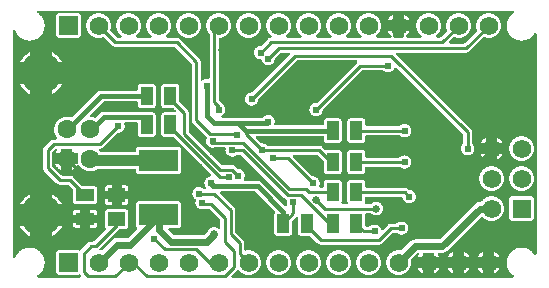
<source format=gbl>
G04 Layer: BottomLayer*
G04 EasyEDA v6.4.7, 2020-11-07T10:37:38+03:00*
G04 1389fe0e608b4a92a316d8f3135ec2f9,c683d62568ac4463b913f09dc326db1e,10*
G04 Gerber Generator version 0.2*
G04 Scale: 100 percent, Rotated: No, Reflected: No *
G04 Dimensions in millimeters *
G04 leading zeros omitted , absolute positions ,3 integer and 3 decimal *
%FSLAX33Y33*%
%MOMM*%
G90*
D02*

%ADD10C,0.254000*%
%ADD11C,0.399999*%
%ADD12C,0.499999*%
%ADD14C,0.599999*%
%ADD15C,0.609600*%
%ADD16C,0.700024*%
%ADD17C,0.649986*%
%ADD24C,1.574800*%
%ADD25R,1.574800X1.574800*%
%ADD26C,3.499993*%
%ADD27C,1.599997*%
%ADD28C,0.899998*%

%LPD*%
G36*
G01X42579Y22857D02*
G01X2378Y22857D01*
G01X2363Y22856D01*
G01X2349Y22853D01*
G01X2336Y22848D01*
G01X2323Y22841D01*
G01X2311Y22832D01*
G01X2301Y22822D01*
G01X2293Y22810D01*
G01X2286Y22798D01*
G01X2280Y22784D01*
G01X2277Y22770D01*
G01X2276Y22755D01*
G01X2277Y22741D01*
G01X2280Y22726D01*
G01X2286Y22713D01*
G01X2293Y22700D01*
G01X2302Y22688D01*
G01X2312Y22678D01*
G01X2324Y22669D01*
G01X2367Y22641D01*
G01X2409Y22611D01*
G01X2450Y22580D01*
G01X2490Y22546D01*
G01X2527Y22512D01*
G01X2564Y22475D01*
G01X2599Y22437D01*
G01X2633Y22398D01*
G01X2665Y22358D01*
G01X2695Y22316D01*
G01X2724Y22273D01*
G01X2750Y22229D01*
G01X2776Y22184D01*
G01X2799Y22138D01*
G01X2820Y22091D01*
G01X2839Y22043D01*
G01X2857Y21995D01*
G01X2872Y21946D01*
G01X2885Y21896D01*
G01X2897Y21846D01*
G01X2906Y21795D01*
G01X2914Y21744D01*
G01X2919Y21693D01*
G01X2922Y21641D01*
G01X2923Y21590D01*
G01X2922Y21538D01*
G01X2919Y21487D01*
G01X2914Y21436D01*
G01X2907Y21385D01*
G01X2897Y21335D01*
G01X2886Y21285D01*
G01X2873Y21235D01*
G01X2858Y21187D01*
G01X2840Y21138D01*
G01X2821Y21091D01*
G01X2800Y21044D01*
G01X2777Y20998D01*
G01X2752Y20953D01*
G01X2726Y20909D01*
G01X2698Y20867D01*
G01X2668Y20825D01*
G01X2636Y20785D01*
G01X2603Y20746D01*
G01X2568Y20708D01*
G01X2532Y20672D01*
G01X2494Y20637D01*
G01X2455Y20604D01*
G01X2415Y20572D01*
G01X2373Y20542D01*
G01X2331Y20514D01*
G01X2287Y20488D01*
G01X2242Y20463D01*
G01X2196Y20440D01*
G01X2149Y20419D01*
G01X2102Y20400D01*
G01X2053Y20382D01*
G01X2005Y20367D01*
G01X1955Y20354D01*
G01X1905Y20343D01*
G01X1855Y20333D01*
G01X1804Y20326D01*
G01X1753Y20321D01*
G01X1702Y20318D01*
G01X1651Y20317D01*
G01X1599Y20318D01*
G01X1547Y20321D01*
G01X1495Y20327D01*
G01X1444Y20334D01*
G01X1392Y20343D01*
G01X1342Y20355D01*
G01X1292Y20369D01*
G01X1242Y20384D01*
G01X1193Y20402D01*
G01X1145Y20422D01*
G01X1098Y20443D01*
G01X1052Y20467D01*
G01X1006Y20492D01*
G01X962Y20519D01*
G01X919Y20548D01*
G01X877Y20579D01*
G01X836Y20612D01*
G01X797Y20646D01*
G01X759Y20681D01*
G01X723Y20718D01*
G01X688Y20757D01*
G01X655Y20797D01*
G01X623Y20838D01*
G01X593Y20881D01*
G01X565Y20925D01*
G01X540Y20969D01*
G01X515Y21015D01*
G01X492Y21062D01*
G01X472Y21110D01*
G01X453Y21158D01*
G01X447Y21172D01*
G01X438Y21186D01*
G01X428Y21197D01*
G01X416Y21207D01*
G01X403Y21215D01*
G01X388Y21221D01*
G01X373Y21224D01*
G01X358Y21225D01*
G01X343Y21224D01*
G01X329Y21221D01*
G01X315Y21216D01*
G01X303Y21210D01*
G01X291Y21201D01*
G01X281Y21190D01*
G01X272Y21179D01*
G01X265Y21166D01*
G01X260Y21153D01*
G01X257Y21138D01*
G01X256Y21124D01*
G01X256Y1989D01*
G01X257Y1975D01*
G01X260Y1960D01*
G01X265Y1947D01*
G01X272Y1934D01*
G01X281Y1923D01*
G01X291Y1912D01*
G01X303Y1903D01*
G01X315Y1897D01*
G01X329Y1892D01*
G01X343Y1889D01*
G01X358Y1888D01*
G01X373Y1889D01*
G01X388Y1892D01*
G01X403Y1898D01*
G01X416Y1906D01*
G01X428Y1916D01*
G01X438Y1927D01*
G01X447Y1941D01*
G01X453Y1955D01*
G01X472Y2003D01*
G01X492Y2051D01*
G01X515Y2098D01*
G01X540Y2144D01*
G01X565Y2188D01*
G01X593Y2232D01*
G01X623Y2275D01*
G01X655Y2316D01*
G01X688Y2356D01*
G01X723Y2395D01*
G01X759Y2432D01*
G01X797Y2467D01*
G01X836Y2501D01*
G01X877Y2534D01*
G01X919Y2565D01*
G01X962Y2594D01*
G01X1006Y2621D01*
G01X1052Y2646D01*
G01X1098Y2670D01*
G01X1145Y2691D01*
G01X1193Y2711D01*
G01X1242Y2729D01*
G01X1292Y2744D01*
G01X1342Y2758D01*
G01X1392Y2770D01*
G01X1444Y2779D01*
G01X1495Y2786D01*
G01X1547Y2792D01*
G01X1599Y2795D01*
G01X1651Y2796D01*
G01X1702Y2795D01*
G01X1753Y2792D01*
G01X1804Y2787D01*
G01X1855Y2780D01*
G01X1905Y2770D01*
G01X1955Y2759D01*
G01X2005Y2746D01*
G01X2053Y2731D01*
G01X2102Y2713D01*
G01X2149Y2694D01*
G01X2196Y2673D01*
G01X2242Y2650D01*
G01X2287Y2625D01*
G01X2331Y2599D01*
G01X2373Y2571D01*
G01X2415Y2541D01*
G01X2455Y2509D01*
G01X2494Y2476D01*
G01X2532Y2441D01*
G01X2568Y2405D01*
G01X2603Y2367D01*
G01X2636Y2328D01*
G01X2668Y2288D01*
G01X2698Y2246D01*
G01X2726Y2204D01*
G01X2752Y2160D01*
G01X2777Y2115D01*
G01X2800Y2069D01*
G01X2821Y2022D01*
G01X2840Y1975D01*
G01X2858Y1926D01*
G01X2873Y1878D01*
G01X2886Y1828D01*
G01X2897Y1778D01*
G01X2907Y1728D01*
G01X2914Y1677D01*
G01X2919Y1626D01*
G01X2922Y1575D01*
G01X2923Y1524D01*
G01X2922Y1472D01*
G01X2919Y1420D01*
G01X2914Y1369D01*
G01X2906Y1318D01*
G01X2897Y1267D01*
G01X2885Y1217D01*
G01X2872Y1167D01*
G01X2857Y1118D01*
G01X2839Y1070D01*
G01X2820Y1022D01*
G01X2799Y975D01*
G01X2776Y929D01*
G01X2750Y884D01*
G01X2724Y840D01*
G01X2695Y797D01*
G01X2665Y755D01*
G01X2633Y715D01*
G01X2599Y676D01*
G01X2564Y638D01*
G01X2527Y601D01*
G01X2490Y567D01*
G01X2450Y533D01*
G01X2409Y502D01*
G01X2367Y472D01*
G01X2324Y444D01*
G01X2312Y435D01*
G01X2302Y425D01*
G01X2293Y413D01*
G01X2286Y400D01*
G01X2280Y387D01*
G01X2277Y372D01*
G01X2276Y358D01*
G01X2277Y343D01*
G01X2280Y329D01*
G01X2286Y315D01*
G01X2293Y303D01*
G01X2301Y291D01*
G01X2311Y281D01*
G01X2323Y272D01*
G01X2336Y265D01*
G01X2349Y260D01*
G01X2363Y257D01*
G01X2378Y256D01*
G01X5940Y256D01*
G01X5955Y257D01*
G01X5969Y260D01*
G01X5983Y265D01*
G01X5995Y272D01*
G01X6007Y281D01*
G01X6017Y291D01*
G01X6026Y303D01*
G01X6033Y315D01*
G01X6038Y329D01*
G01X6041Y343D01*
G01X6042Y358D01*
G01X6041Y373D01*
G01X6037Y389D01*
G01X6031Y404D01*
G01X6022Y418D01*
G01X6012Y429D01*
G01X5960Y482D01*
G01X5948Y492D01*
G01X5934Y500D01*
G01X5919Y506D01*
G01X5904Y511D01*
G01X5888Y512D01*
G01X5874Y511D01*
G01X5859Y508D01*
G01X5846Y502D01*
G01X5821Y493D01*
G01X5794Y485D01*
G01X5767Y481D01*
G01X5740Y480D01*
G01X4165Y480D01*
G01X4141Y481D01*
G01X4118Y484D01*
G01X4095Y489D01*
G01X4073Y497D01*
G01X4051Y506D01*
G01X4030Y518D01*
G01X4011Y531D01*
G01X3992Y547D01*
G01X3976Y563D01*
G01X3960Y582D01*
G01X3947Y601D01*
G01X3935Y622D01*
G01X3926Y644D01*
G01X3918Y666D01*
G01X3913Y689D01*
G01X3910Y712D01*
G01X3909Y736D01*
G01X3909Y2311D01*
G01X3910Y2335D01*
G01X3913Y2358D01*
G01X3918Y2381D01*
G01X3926Y2403D01*
G01X3935Y2425D01*
G01X3947Y2446D01*
G01X3960Y2465D01*
G01X3976Y2484D01*
G01X3992Y2500D01*
G01X4011Y2516D01*
G01X4030Y2529D01*
G01X4051Y2541D01*
G01X4073Y2550D01*
G01X4095Y2558D01*
G01X4118Y2563D01*
G01X4141Y2566D01*
G01X4165Y2567D01*
G01X5740Y2567D01*
G01X5767Y2566D01*
G01X5794Y2562D01*
G01X5821Y2554D01*
G01X5846Y2545D01*
G01X5859Y2540D01*
G01X5874Y2536D01*
G01X5888Y2535D01*
G01X5904Y2536D01*
G01X5919Y2541D01*
G01X5934Y2547D01*
G01X5948Y2555D01*
G01X5960Y2565D01*
G01X6586Y3192D01*
G01X6609Y3212D01*
G01X6632Y3231D01*
G01X6657Y3248D01*
G01X6683Y3262D01*
G01X6711Y3275D01*
G01X6739Y3285D01*
G01X6768Y3293D01*
G01X6798Y3299D01*
G01X6828Y3303D01*
G01X6858Y3304D01*
G01X7037Y3304D01*
G01X7054Y3305D01*
G01X7069Y3309D01*
G01X7084Y3315D01*
G01X7097Y3323D01*
G01X7109Y3334D01*
G01X8095Y4320D01*
G01X8106Y4332D01*
G01X8114Y4345D01*
G01X8120Y4360D01*
G01X8123Y4375D01*
G01X8125Y4391D01*
G01X8124Y4406D01*
G01X8121Y4420D01*
G01X8115Y4434D01*
G01X8109Y4447D01*
G01X8100Y4458D01*
G01X8085Y4477D01*
G01X8073Y4495D01*
G01X8061Y4516D01*
G01X8052Y4537D01*
G01X8045Y4559D01*
G01X8040Y4582D01*
G01X8037Y4605D01*
G01X8036Y4627D01*
G01X8036Y5786D01*
G01X8037Y5809D01*
G01X8041Y5833D01*
G01X8046Y5856D01*
G01X8053Y5878D01*
G01X8063Y5900D01*
G01X8075Y5921D01*
G01X8088Y5940D01*
G01X8103Y5958D01*
G01X8120Y5975D01*
G01X8138Y5990D01*
G01X8157Y6004D01*
G01X8178Y6015D01*
G01X8200Y6025D01*
G01X8222Y6033D01*
G01X8245Y6038D01*
G01X8269Y6041D01*
G01X8293Y6042D01*
G01X9740Y6042D01*
G01X9764Y6041D01*
G01X9788Y6038D01*
G01X9811Y6033D01*
G01X9833Y6025D01*
G01X9855Y6015D01*
G01X9876Y6004D01*
G01X9895Y5990D01*
G01X9913Y5975D01*
G01X9930Y5958D01*
G01X9945Y5940D01*
G01X9958Y5921D01*
G01X9970Y5900D01*
G01X9980Y5878D01*
G01X9987Y5856D01*
G01X9992Y5833D01*
G01X9996Y5809D01*
G01X9997Y5786D01*
G01X9997Y4627D01*
G01X9996Y4604D01*
G01X9992Y4580D01*
G01X9987Y4557D01*
G01X9980Y4535D01*
G01X9970Y4513D01*
G01X9958Y4492D01*
G01X9945Y4473D01*
G01X9930Y4455D01*
G01X9913Y4438D01*
G01X9895Y4423D01*
G01X9876Y4409D01*
G01X9855Y4398D01*
G01X9833Y4388D01*
G01X9811Y4380D01*
G01X9788Y4375D01*
G01X9764Y4372D01*
G01X9740Y4371D01*
G01X9274Y4371D01*
G01X9257Y4370D01*
G01X9242Y4366D01*
G01X9227Y4360D01*
G01X9214Y4352D01*
G01X9201Y4341D01*
G01X7589Y2728D01*
G01X7578Y2716D01*
G01X7570Y2703D01*
G01X7564Y2688D01*
G01X7561Y2673D01*
G01X7559Y2657D01*
G01X7560Y2642D01*
G01X7563Y2628D01*
G01X7568Y2615D01*
G01X7575Y2602D01*
G01X7584Y2590D01*
G01X7594Y2580D01*
G01X7605Y2572D01*
G01X7618Y2564D01*
G01X7632Y2559D01*
G01X7646Y2556D01*
G01X7673Y2552D01*
G01X7690Y2550D01*
G01X7706Y2552D01*
G01X7722Y2555D01*
G01X7736Y2561D01*
G01X7750Y2569D01*
G01X7762Y2580D01*
G01X8623Y3441D01*
G01X8648Y3464D01*
G01X8673Y3485D01*
G01X8701Y3506D01*
G01X8728Y3524D01*
G01X8758Y3540D01*
G01X8788Y3555D01*
G01X8819Y3568D01*
G01X8851Y3579D01*
G01X8883Y3588D01*
G01X8916Y3595D01*
G01X8949Y3600D01*
G01X8983Y3603D01*
G01X9017Y3604D01*
G01X9887Y3604D01*
G01X9903Y3605D01*
G01X9918Y3609D01*
G01X9933Y3615D01*
G01X9947Y3624D01*
G01X9959Y3634D01*
G01X10711Y4386D01*
G01X10721Y4398D01*
G01X10729Y4412D01*
G01X10736Y4427D01*
G01X10740Y4442D01*
G01X10741Y4458D01*
G01X10739Y4474D01*
G01X10735Y4491D01*
G01X10728Y4506D01*
G01X10719Y4520D01*
G01X10705Y4540D01*
G01X10693Y4561D01*
G01X10683Y4583D01*
G01X10675Y4607D01*
G01X10670Y4630D01*
G01X10666Y4654D01*
G01X10665Y4678D01*
G01X10665Y6459D01*
G01X10666Y6483D01*
G01X10670Y6506D01*
G01X10675Y6529D01*
G01X10682Y6551D01*
G01X10692Y6573D01*
G01X10704Y6594D01*
G01X10717Y6613D01*
G01X10732Y6631D01*
G01X10749Y6648D01*
G01X10767Y6663D01*
G01X10786Y6677D01*
G01X10807Y6688D01*
G01X10829Y6698D01*
G01X10851Y6706D01*
G01X10874Y6711D01*
G01X10898Y6714D01*
G01X10922Y6715D01*
G01X14224Y6715D01*
G01X14247Y6714D01*
G01X14271Y6711D01*
G01X14294Y6706D01*
G01X14316Y6698D01*
G01X14338Y6688D01*
G01X14359Y6677D01*
G01X14378Y6663D01*
G01X14396Y6648D01*
G01X14413Y6631D01*
G01X14428Y6613D01*
G01X14441Y6594D01*
G01X14453Y6573D01*
G01X14463Y6551D01*
G01X14470Y6529D01*
G01X14475Y6506D01*
G01X14479Y6483D01*
G01X14480Y6459D01*
G01X14480Y4678D01*
G01X14479Y4654D01*
G01X14475Y4631D01*
G01X14470Y4608D01*
G01X14463Y4586D01*
G01X14453Y4564D01*
G01X14441Y4543D01*
G01X14428Y4524D01*
G01X14413Y4505D01*
G01X14396Y4489D01*
G01X14378Y4473D01*
G01X14359Y4460D01*
G01X14338Y4449D01*
G01X14316Y4439D01*
G01X14294Y4431D01*
G01X14271Y4426D01*
G01X14247Y4423D01*
G01X14224Y4422D01*
G01X13501Y4422D01*
G01X13486Y4421D01*
G01X13472Y4418D01*
G01X13458Y4412D01*
G01X13446Y4405D01*
G01X13434Y4397D01*
G01X13424Y4387D01*
G01X13415Y4375D01*
G01X13408Y4362D01*
G01X13403Y4348D01*
G01X13400Y4335D01*
G01X13399Y4320D01*
G01X13401Y4304D01*
G01X13404Y4289D01*
G01X13410Y4274D01*
G01X13418Y4260D01*
G01X13429Y4248D01*
G01X13789Y3888D01*
G01X13801Y3878D01*
G01X13815Y3869D01*
G01X13830Y3863D01*
G01X13845Y3859D01*
G01X13861Y3858D01*
G01X16364Y3858D01*
G01X16380Y3859D01*
G01X16395Y3863D01*
G01X16410Y3869D01*
G01X16424Y3878D01*
G01X16436Y3888D01*
G01X16748Y4201D01*
G01X16765Y4223D01*
G01X16784Y4253D01*
G01X16805Y4283D01*
G01X16827Y4311D01*
G01X16851Y4338D01*
G01X16877Y4364D01*
G01X16904Y4387D01*
G01X16933Y4409D01*
G01X16963Y4429D01*
G01X16994Y4448D01*
G01X17026Y4464D01*
G01X17060Y4478D01*
G01X17094Y4490D01*
G01X17128Y4500D01*
G01X17164Y4508D01*
G01X17199Y4514D01*
G01X17235Y4517D01*
G01X17272Y4518D01*
G01X17308Y4517D01*
G01X17345Y4514D01*
G01X17381Y4507D01*
G01X17417Y4499D01*
G01X17452Y4489D01*
G01X17487Y4477D01*
G01X17520Y4462D01*
G01X17553Y4445D01*
G01X17585Y4426D01*
G01X17615Y4405D01*
G01X17629Y4397D01*
G01X17644Y4391D01*
G01X17660Y4387D01*
G01X17675Y4386D01*
G01X17690Y4387D01*
G01X17704Y4390D01*
G01X17718Y4395D01*
G01X17730Y4402D01*
G01X17742Y4410D01*
G01X17752Y4421D01*
G01X17761Y4432D01*
G01X17768Y4446D01*
G01X17773Y4459D01*
G01X17776Y4473D01*
G01X17777Y4488D01*
G01X17777Y5132D01*
G01X17776Y5149D01*
G01X17772Y5164D01*
G01X17766Y5179D01*
G01X17758Y5192D01*
G01X17747Y5204D01*
G01X16888Y6063D01*
G01X16876Y6074D01*
G01X16863Y6082D01*
G01X16848Y6088D01*
G01X16833Y6092D01*
G01X16816Y6093D01*
G01X16510Y6093D01*
G01X16490Y6091D01*
G01X16471Y6085D01*
G01X16436Y6072D01*
G01X16401Y6061D01*
G01X16365Y6053D01*
G01X16329Y6047D01*
G01X16293Y6043D01*
G01X16256Y6042D01*
G01X16221Y6043D01*
G01X16188Y6046D01*
G01X16154Y6051D01*
G01X16121Y6058D01*
G01X16088Y6068D01*
G01X16056Y6079D01*
G01X16025Y6091D01*
G01X15994Y6107D01*
G01X15965Y6123D01*
G01X15936Y6142D01*
G01X15910Y6162D01*
G01X15883Y6183D01*
G01X15835Y6231D01*
G01X15814Y6258D01*
G01X15794Y6284D01*
G01X15775Y6313D01*
G01X15759Y6342D01*
G01X15743Y6373D01*
G01X15731Y6404D01*
G01X15720Y6436D01*
G01X15710Y6469D01*
G01X15703Y6502D01*
G01X15698Y6536D01*
G01X15695Y6569D01*
G01X15694Y6604D01*
G01X15695Y6641D01*
G01X15699Y6677D01*
G01X15705Y6714D01*
G01X15713Y6750D01*
G01X15724Y6785D01*
G01X15728Y6801D01*
G01X15730Y6818D01*
G01X15728Y6834D01*
G01X15725Y6850D01*
G01X15718Y6865D01*
G01X15709Y6879D01*
G01X15698Y6892D01*
G01X15686Y6902D01*
G01X15658Y6922D01*
G01X15632Y6943D01*
G01X15606Y6967D01*
G01X15583Y6992D01*
G01X15561Y7018D01*
G01X15541Y7045D01*
G01X15522Y7073D01*
G01X15505Y7103D01*
G01X15490Y7134D01*
G01X15477Y7165D01*
G01X15466Y7197D01*
G01X15456Y7230D01*
G01X15449Y7264D01*
G01X15444Y7297D01*
G01X15441Y7331D01*
G01X15440Y7366D01*
G01X15441Y7400D01*
G01X15444Y7433D01*
G01X15449Y7467D01*
G01X15456Y7500D01*
G01X15466Y7533D01*
G01X15477Y7565D01*
G01X15489Y7596D01*
G01X15505Y7627D01*
G01X15521Y7656D01*
G01X15540Y7685D01*
G01X15560Y7711D01*
G01X15581Y7738D01*
G01X15629Y7786D01*
G01X15656Y7807D01*
G01X15682Y7827D01*
G01X15711Y7846D01*
G01X15740Y7862D01*
G01X15771Y7878D01*
G01X15802Y7890D01*
G01X15834Y7901D01*
G01X15867Y7911D01*
G01X15900Y7918D01*
G01X15934Y7923D01*
G01X15967Y7926D01*
G01X16002Y7927D01*
G01X16037Y7926D01*
G01X16072Y7922D01*
G01X16106Y7917D01*
G01X16140Y7910D01*
G01X16174Y7900D01*
G01X16207Y7888D01*
G01X16239Y7874D01*
G01X16271Y7858D01*
G01X16301Y7840D01*
G01X16330Y7821D01*
G01X16358Y7799D01*
G01X16384Y7776D01*
G01X16396Y7767D01*
G01X16409Y7759D01*
G01X16423Y7754D01*
G01X16438Y7750D01*
G01X16453Y7749D01*
G01X16492Y7749D01*
G01X16506Y7750D01*
G01X16520Y7753D01*
G01X16534Y7758D01*
G01X16547Y7765D01*
G01X16558Y7774D01*
G01X16568Y7784D01*
G01X16577Y7796D01*
G01X16584Y7808D01*
G01X16589Y7822D01*
G01X16592Y7836D01*
G01X16593Y7851D01*
G01X16592Y7867D01*
G01X16588Y7883D01*
G01X16581Y7898D01*
G01X16572Y7913D01*
G01X16551Y7943D01*
G01X16531Y7974D01*
G01X16514Y8006D01*
G01X16499Y8040D01*
G01X16486Y8074D01*
G01X16475Y8109D01*
G01X16467Y8145D01*
G01X16461Y8181D01*
G01X16457Y8218D01*
G01X16456Y8255D01*
G01X16457Y8289D01*
G01X16460Y8323D01*
G01X16465Y8356D01*
G01X16472Y8390D01*
G01X16482Y8422D01*
G01X16493Y8455D01*
G01X16506Y8486D01*
G01X16521Y8517D01*
G01X16538Y8546D01*
G01X16557Y8575D01*
G01X16577Y8602D01*
G01X16599Y8628D01*
G01X16622Y8653D01*
G01X16647Y8676D01*
G01X16674Y8698D01*
G01X16701Y8718D01*
G01X16730Y8737D01*
G01X16759Y8753D01*
G01X16790Y8768D01*
G01X16822Y8781D01*
G01X16854Y8791D01*
G01X16887Y8801D01*
G01X16920Y8807D01*
G01X16954Y8812D01*
G01X16969Y8815D01*
G01X16982Y8820D01*
G01X16996Y8827D01*
G01X17008Y8835D01*
G01X17019Y8845D01*
G01X17028Y8857D01*
G01X17035Y8870D01*
G01X17040Y8884D01*
G01X17043Y8899D01*
G01X17044Y8913D01*
G01X17043Y8929D01*
G01X17039Y8944D01*
G01X17033Y8959D01*
G01X17025Y8973D01*
G01X17014Y8985D01*
G01X13853Y12146D01*
G01X13841Y12157D01*
G01X13827Y12165D01*
G01X13813Y12171D01*
G01X13797Y12175D01*
G01X13781Y12176D01*
G01X13073Y12176D01*
G01X13049Y12177D01*
G01X13026Y12181D01*
G01X13003Y12186D01*
G01X12980Y12194D01*
G01X12959Y12203D01*
G01X12938Y12215D01*
G01X12918Y12228D01*
G01X12900Y12243D01*
G01X12883Y12260D01*
G01X12868Y12278D01*
G01X12855Y12298D01*
G01X12843Y12319D01*
G01X12834Y12340D01*
G01X12826Y12363D01*
G01X12821Y12386D01*
G01X12817Y12409D01*
G01X12816Y12433D01*
G01X12816Y13982D01*
G01X12817Y14006D01*
G01X12821Y14029D01*
G01X12826Y14052D01*
G01X12834Y14075D01*
G01X12843Y14097D01*
G01X12855Y14117D01*
G01X12868Y14137D01*
G01X12883Y14155D01*
G01X12900Y14172D01*
G01X12918Y14187D01*
G01X12938Y14200D01*
G01X12959Y14212D01*
G01X12980Y14221D01*
G01X13003Y14229D01*
G01X13026Y14234D01*
G01X13049Y14238D01*
G01X13073Y14239D01*
G01X13928Y14239D01*
G01X13943Y14240D01*
G01X13957Y14243D01*
G01X13971Y14248D01*
G01X13984Y14255D01*
G01X13995Y14264D01*
G01X14006Y14274D01*
G01X14014Y14285D01*
G01X14021Y14298D01*
G01X14026Y14312D01*
G01X14029Y14326D01*
G01X14030Y14340D01*
G01X14029Y14356D01*
G01X14025Y14372D01*
G01X14019Y14387D01*
G01X14011Y14400D01*
G01X14000Y14412D01*
G01X13853Y14559D01*
G01X13841Y14570D01*
G01X13827Y14578D01*
G01X13813Y14584D01*
G01X13797Y14588D01*
G01X13781Y14589D01*
G01X13073Y14589D01*
G01X13049Y14590D01*
G01X13026Y14594D01*
G01X13003Y14599D01*
G01X12980Y14607D01*
G01X12959Y14616D01*
G01X12938Y14628D01*
G01X12918Y14641D01*
G01X12900Y14656D01*
G01X12883Y14673D01*
G01X12868Y14691D01*
G01X12855Y14711D01*
G01X12843Y14732D01*
G01X12834Y14753D01*
G01X12826Y14776D01*
G01X12821Y14799D01*
G01X12817Y14822D01*
G01X12816Y14846D01*
G01X12816Y16395D01*
G01X12817Y16419D01*
G01X12821Y16442D01*
G01X12826Y16465D01*
G01X12834Y16488D01*
G01X12843Y16510D01*
G01X12855Y16530D01*
G01X12868Y16550D01*
G01X12883Y16568D01*
G01X12900Y16585D01*
G01X12918Y16600D01*
G01X12938Y16613D01*
G01X12959Y16625D01*
G01X12980Y16634D01*
G01X13003Y16642D01*
G01X13026Y16647D01*
G01X13049Y16651D01*
G01X13073Y16652D01*
G01X14074Y16652D01*
G01X14098Y16651D01*
G01X14121Y16647D01*
G01X14144Y16642D01*
G01X14166Y16634D01*
G01X14188Y16625D01*
G01X14209Y16613D01*
G01X14228Y16600D01*
G01X14246Y16585D01*
G01X14263Y16568D01*
G01X14278Y16550D01*
G01X14292Y16530D01*
G01X14303Y16510D01*
G01X14313Y16488D01*
G01X14321Y16465D01*
G01X14326Y16442D01*
G01X14329Y16419D01*
G01X14330Y16395D01*
G01X14330Y15210D01*
G01X14331Y15193D01*
G01X14335Y15178D01*
G01X14341Y15163D01*
G01X14349Y15150D01*
G01X14360Y15137D01*
G01X15003Y14495D01*
G01X15023Y14472D01*
G01X15042Y14449D01*
G01X15059Y14424D01*
G01X15073Y14398D01*
G01X15086Y14370D01*
G01X15096Y14342D01*
G01X15104Y14313D01*
G01X15110Y14283D01*
G01X15114Y14253D01*
G01X15115Y14224D01*
G01X15115Y12647D01*
G01X15116Y12630D01*
G01X15120Y12615D01*
G01X15126Y12600D01*
G01X15134Y12587D01*
G01X15145Y12575D01*
G01X17909Y9811D01*
G01X17921Y9800D01*
G01X17934Y9792D01*
G01X17949Y9786D01*
G01X17964Y9782D01*
G01X17981Y9781D01*
G01X18796Y9781D01*
G01X18825Y9780D01*
G01X18855Y9776D01*
G01X18885Y9770D01*
G01X18914Y9762D01*
G01X18942Y9752D01*
G01X18970Y9739D01*
G01X18996Y9725D01*
G01X19021Y9708D01*
G01X19044Y9689D01*
G01X19067Y9669D01*
G01X19255Y9480D01*
G01X19267Y9470D01*
G01X19280Y9462D01*
G01X19294Y9456D01*
G01X19309Y9452D01*
G01X19323Y9450D01*
G01X19358Y9448D01*
G01X19392Y9444D01*
G01X19426Y9437D01*
G01X19459Y9429D01*
G01X19492Y9418D01*
G01X19524Y9406D01*
G01X19555Y9391D01*
G01X19586Y9375D01*
G01X19615Y9356D01*
G01X19643Y9337D01*
G01X19670Y9315D01*
G01X19695Y9291D01*
G01X19719Y9267D01*
G01X19741Y9241D01*
G01X19762Y9213D01*
G01X19781Y9184D01*
G01X19798Y9154D01*
G01X19814Y9124D01*
G01X19827Y9092D01*
G01X19838Y9059D01*
G01X19848Y9026D01*
G01X19855Y8992D01*
G01X19861Y8958D01*
G01X19864Y8924D01*
G01X19865Y8890D01*
G01X19864Y8853D01*
G01X19860Y8816D01*
G01X19854Y8780D01*
G01X19846Y8745D01*
G01X19835Y8710D01*
G01X19822Y8675D01*
G01X19807Y8642D01*
G01X19790Y8610D01*
G01X19783Y8593D01*
G01X19778Y8576D01*
G01X19776Y8559D01*
G01X19777Y8544D01*
G01X19781Y8530D01*
G01X19786Y8517D01*
G01X19793Y8504D01*
G01X19801Y8492D01*
G01X19812Y8482D01*
G01X19823Y8473D01*
G01X19836Y8466D01*
G01X19850Y8461D01*
G01X19863Y8458D01*
G01X19878Y8457D01*
G01X20955Y8457D01*
G01X20987Y8456D01*
G01X21020Y8453D01*
G01X21052Y8447D01*
G01X21083Y8438D01*
G01X21114Y8428D01*
G01X21144Y8416D01*
G01X21173Y8401D01*
G01X21201Y8385D01*
G01X21228Y8366D01*
G01X21254Y8345D01*
G01X21277Y8323D01*
G01X23293Y6308D01*
G01X23305Y6298D01*
G01X23319Y6289D01*
G01X23333Y6283D01*
G01X23349Y6279D01*
G01X23364Y6278D01*
G01X23379Y6279D01*
G01X23393Y6282D01*
G01X23407Y6288D01*
G01X23419Y6294D01*
G01X23431Y6303D01*
G01X23441Y6313D01*
G01X23450Y6325D01*
G01X23457Y6337D01*
G01X23462Y6351D01*
G01X23465Y6365D01*
G01X23466Y6379D01*
G01X23465Y6397D01*
G01X23460Y6415D01*
G01X23448Y6452D01*
G01X23438Y6490D01*
G01X23432Y6529D01*
G01X23427Y6568D01*
G01X23426Y6608D01*
G01X23427Y6644D01*
G01X23430Y6680D01*
G01X23437Y6715D01*
G01X23445Y6751D01*
G01X23448Y6777D01*
G01X23447Y6792D01*
G01X23443Y6808D01*
G01X23437Y6823D01*
G01X23428Y6837D01*
G01X23418Y6848D01*
G01X23406Y6859D01*
G01X23392Y6867D01*
G01X23377Y6873D01*
G01X23349Y6884D01*
G01X23321Y6896D01*
G01X23295Y6911D01*
G01X23269Y6928D01*
G01X23246Y6947D01*
G01X23223Y6967D01*
G01X19555Y10635D01*
G01X19543Y10646D01*
G01X19530Y10654D01*
G01X19515Y10660D01*
G01X19500Y10664D01*
G01X19483Y10665D01*
G01X19247Y10665D01*
G01X19232Y10664D01*
G01X19217Y10660D01*
G01X19203Y10655D01*
G01X19190Y10647D01*
G01X19178Y10638D01*
G01X19152Y10615D01*
G01X19124Y10593D01*
G01X19095Y10574D01*
G01X19065Y10556D01*
G01X19033Y10540D01*
G01X19001Y10526D01*
G01X18968Y10514D01*
G01X18934Y10504D01*
G01X18900Y10497D01*
G01X18866Y10492D01*
G01X18831Y10488D01*
G01X18796Y10487D01*
G01X18761Y10488D01*
G01X18728Y10491D01*
G01X18694Y10496D01*
G01X18661Y10503D01*
G01X18628Y10513D01*
G01X18596Y10524D01*
G01X18565Y10536D01*
G01X18534Y10552D01*
G01X18505Y10568D01*
G01X18476Y10587D01*
G01X18450Y10607D01*
G01X18423Y10628D01*
G01X18375Y10676D01*
G01X18354Y10703D01*
G01X18334Y10729D01*
G01X18315Y10758D01*
G01X18299Y10787D01*
G01X18283Y10818D01*
G01X18271Y10849D01*
G01X18260Y10881D01*
G01X18250Y10914D01*
G01X18243Y10947D01*
G01X18238Y10981D01*
G01X18235Y11014D01*
G01X18234Y11049D01*
G01X18236Y11091D01*
G01X18241Y11133D01*
G01X18249Y11176D01*
G01X18251Y11198D01*
G01X18250Y11213D01*
G01X18247Y11227D01*
G01X18242Y11241D01*
G01X18235Y11253D01*
G01X18227Y11265D01*
G01X18216Y11275D01*
G01X18205Y11284D01*
G01X18192Y11291D01*
G01X18178Y11296D01*
G01X18164Y11299D01*
G01X18150Y11300D01*
G01X17399Y11300D01*
G01X17379Y11298D01*
G01X17360Y11292D01*
G01X17325Y11279D01*
G01X17290Y11268D01*
G01X17254Y11260D01*
G01X17218Y11254D01*
G01X17182Y11250D01*
G01X17145Y11249D01*
G01X17110Y11250D01*
G01X17077Y11253D01*
G01X17043Y11258D01*
G01X17010Y11265D01*
G01X16977Y11275D01*
G01X16945Y11286D01*
G01X16914Y11298D01*
G01X16884Y11313D01*
G01X16854Y11330D01*
G01X16826Y11348D01*
G01X16799Y11369D01*
G01X16795Y11371D01*
G01X16770Y11391D01*
G01X16746Y11412D01*
G01X16725Y11436D01*
G01X16705Y11461D01*
G01X16703Y11465D01*
G01X16682Y11492D01*
G01X16664Y11520D01*
G01X16647Y11550D01*
G01X16632Y11580D01*
G01X16620Y11611D01*
G01X16609Y11643D01*
G01X16599Y11676D01*
G01X16592Y11709D01*
G01X16587Y11743D01*
G01X16584Y11776D01*
G01X16583Y11811D01*
G01X16584Y11847D01*
G01X16588Y11883D01*
G01X16594Y11919D01*
G01X16602Y11954D01*
G01X16613Y11989D01*
G01X16625Y12023D01*
G01X16640Y12057D01*
G01X16646Y12071D01*
G01X16649Y12086D01*
G01X16650Y12101D01*
G01X16649Y12117D01*
G01X16645Y12133D01*
G01X16639Y12147D01*
G01X16631Y12161D01*
G01X16620Y12173D01*
G01X15476Y13317D01*
G01X15456Y13340D01*
G01X15437Y13363D01*
G01X15420Y13388D01*
G01X15406Y13414D01*
G01X15393Y13442D01*
G01X15383Y13470D01*
G01X15375Y13499D01*
G01X15369Y13529D01*
G01X15365Y13559D01*
G01X15364Y13589D01*
G01X15364Y18340D01*
G01X15363Y18357D01*
G01X15359Y18372D01*
G01X15353Y18387D01*
G01X15345Y18400D01*
G01X15334Y18412D01*
G01X13967Y19779D01*
G01X13955Y19790D01*
G01X13942Y19798D01*
G01X13927Y19804D01*
G01X13912Y19808D01*
G01X13895Y19809D01*
G01X8890Y19809D01*
G01X8860Y19810D01*
G01X8830Y19814D01*
G01X8800Y19820D01*
G01X8771Y19828D01*
G01X8743Y19838D01*
G01X8715Y19851D01*
G01X8689Y19865D01*
G01X8664Y19882D01*
G01X8641Y19901D01*
G01X8618Y19921D01*
G01X7955Y20585D01*
G01X7943Y20595D01*
G01X7929Y20603D01*
G01X7915Y20609D01*
G01X7899Y20613D01*
G01X7883Y20614D01*
G01X7866Y20613D01*
G01X7849Y20608D01*
G01X7799Y20592D01*
G01X7750Y20578D01*
G01X7699Y20566D01*
G01X7647Y20557D01*
G01X7596Y20551D01*
G01X7544Y20547D01*
G01X7493Y20546D01*
G01X7446Y20547D01*
G01X7399Y20550D01*
G01X7352Y20555D01*
G01X7306Y20562D01*
G01X7260Y20572D01*
G01X7215Y20583D01*
G01X7170Y20597D01*
G01X7126Y20612D01*
G01X7082Y20629D01*
G01X7039Y20649D01*
G01X6998Y20670D01*
G01X6957Y20693D01*
G01X6917Y20718D01*
G01X6879Y20745D01*
G01X6842Y20773D01*
G01X6806Y20803D01*
G01X6771Y20835D01*
G01X6738Y20868D01*
G01X6706Y20903D01*
G01X6676Y20939D01*
G01X6648Y20976D01*
G01X6621Y21014D01*
G01X6596Y21054D01*
G01X6573Y21095D01*
G01X6552Y21136D01*
G01X6532Y21179D01*
G01X6515Y21223D01*
G01X6500Y21267D01*
G01X6486Y21312D01*
G01X6475Y21357D01*
G01X6465Y21403D01*
G01X6458Y21449D01*
G01X6453Y21496D01*
G01X6450Y21543D01*
G01X6449Y21590D01*
G01X6450Y21636D01*
G01X6453Y21683D01*
G01X6458Y21730D01*
G01X6465Y21776D01*
G01X6475Y21822D01*
G01X6486Y21867D01*
G01X6500Y21912D01*
G01X6515Y21956D01*
G01X6532Y22000D01*
G01X6552Y22043D01*
G01X6573Y22084D01*
G01X6596Y22125D01*
G01X6621Y22165D01*
G01X6648Y22203D01*
G01X6676Y22240D01*
G01X6706Y22276D01*
G01X6738Y22311D01*
G01X6771Y22344D01*
G01X6806Y22376D01*
G01X6842Y22406D01*
G01X6879Y22434D01*
G01X6917Y22461D01*
G01X6957Y22486D01*
G01X6998Y22509D01*
G01X7039Y22530D01*
G01X7082Y22550D01*
G01X7126Y22567D01*
G01X7170Y22582D01*
G01X7215Y22596D01*
G01X7260Y22607D01*
G01X7306Y22617D01*
G01X7352Y22624D01*
G01X7399Y22629D01*
G01X7446Y22632D01*
G01X7493Y22633D01*
G01X7539Y22632D01*
G01X7586Y22629D01*
G01X7633Y22624D01*
G01X7679Y22617D01*
G01X7725Y22607D01*
G01X7770Y22596D01*
G01X7815Y22582D01*
G01X7859Y22567D01*
G01X7903Y22550D01*
G01X7946Y22530D01*
G01X7987Y22509D01*
G01X8028Y22486D01*
G01X8068Y22461D01*
G01X8106Y22434D01*
G01X8143Y22406D01*
G01X8179Y22376D01*
G01X8214Y22344D01*
G01X8247Y22311D01*
G01X8279Y22276D01*
G01X8309Y22240D01*
G01X8337Y22203D01*
G01X8364Y22165D01*
G01X8389Y22125D01*
G01X8412Y22084D01*
G01X8433Y22043D01*
G01X8453Y22000D01*
G01X8470Y21956D01*
G01X8485Y21912D01*
G01X8499Y21867D01*
G01X8510Y21822D01*
G01X8520Y21776D01*
G01X8527Y21730D01*
G01X8532Y21683D01*
G01X8535Y21636D01*
G01X8536Y21590D01*
G01X8535Y21538D01*
G01X8531Y21486D01*
G01X8525Y21435D01*
G01X8516Y21383D01*
G01X8504Y21332D01*
G01X8490Y21283D01*
G01X8474Y21233D01*
G01X8469Y21216D01*
G01X8468Y21199D01*
G01X8469Y21183D01*
G01X8473Y21167D01*
G01X8479Y21153D01*
G01X8487Y21139D01*
G01X8497Y21127D01*
G01X9019Y20606D01*
G01X9031Y20595D01*
G01X9044Y20587D01*
G01X9059Y20581D01*
G01X9074Y20577D01*
G01X9091Y20576D01*
G01X9339Y20576D01*
G01X9354Y20577D01*
G01X9368Y20580D01*
G01X9381Y20585D01*
G01X9394Y20592D01*
G01X9406Y20601D01*
G01X9416Y20611D01*
G01X9432Y20635D01*
G01X9437Y20649D01*
G01X9440Y20663D01*
G01X9441Y20678D01*
G01X9440Y20693D01*
G01X9436Y20708D01*
G01X9430Y20723D01*
G01X9422Y20736D01*
G01X9412Y20748D01*
G01X9401Y20758D01*
G01X9363Y20788D01*
G01X9327Y20820D01*
G01X9292Y20853D01*
G01X9259Y20888D01*
G01X9228Y20925D01*
G01X9198Y20962D01*
G01X9170Y21001D01*
G01X9144Y21042D01*
G01X9120Y21083D01*
G01X9097Y21126D01*
G01X9077Y21169D01*
G01X9059Y21214D01*
G01X9042Y21259D01*
G01X9028Y21305D01*
G01X9016Y21351D01*
G01X9006Y21398D01*
G01X8999Y21446D01*
G01X8993Y21493D01*
G01X8990Y21541D01*
G01X8989Y21590D01*
G01X8990Y21636D01*
G01X8993Y21683D01*
G01X8998Y21730D01*
G01X9005Y21776D01*
G01X9015Y21822D01*
G01X9026Y21867D01*
G01X9040Y21912D01*
G01X9055Y21956D01*
G01X9072Y22000D01*
G01X9092Y22043D01*
G01X9113Y22084D01*
G01X9136Y22125D01*
G01X9161Y22165D01*
G01X9188Y22203D01*
G01X9216Y22240D01*
G01X9246Y22276D01*
G01X9278Y22311D01*
G01X9311Y22344D01*
G01X9346Y22376D01*
G01X9382Y22406D01*
G01X9419Y22434D01*
G01X9457Y22461D01*
G01X9497Y22486D01*
G01X9538Y22509D01*
G01X9579Y22530D01*
G01X9622Y22550D01*
G01X9666Y22567D01*
G01X9710Y22582D01*
G01X9755Y22596D01*
G01X9800Y22607D01*
G01X9846Y22617D01*
G01X9892Y22624D01*
G01X9939Y22629D01*
G01X9986Y22632D01*
G01X10033Y22633D01*
G01X10079Y22632D01*
G01X10126Y22629D01*
G01X10173Y22624D01*
G01X10219Y22617D01*
G01X10265Y22607D01*
G01X10310Y22596D01*
G01X10355Y22582D01*
G01X10399Y22567D01*
G01X10443Y22550D01*
G01X10486Y22530D01*
G01X10527Y22509D01*
G01X10568Y22486D01*
G01X10608Y22461D01*
G01X10646Y22434D01*
G01X10683Y22406D01*
G01X10719Y22376D01*
G01X10754Y22344D01*
G01X10787Y22311D01*
G01X10819Y22276D01*
G01X10849Y22240D01*
G01X10877Y22203D01*
G01X10904Y22165D01*
G01X10929Y22125D01*
G01X10952Y22084D01*
G01X10973Y22043D01*
G01X10993Y22000D01*
G01X11010Y21956D01*
G01X11025Y21912D01*
G01X11039Y21867D01*
G01X11050Y21822D01*
G01X11060Y21776D01*
G01X11067Y21730D01*
G01X11072Y21683D01*
G01X11075Y21636D01*
G01X11076Y21590D01*
G01X11075Y21541D01*
G01X11072Y21493D01*
G01X11066Y21446D01*
G01X11059Y21398D01*
G01X11049Y21351D01*
G01X11037Y21305D01*
G01X11023Y21259D01*
G01X11006Y21214D01*
G01X10988Y21169D01*
G01X10968Y21126D01*
G01X10945Y21083D01*
G01X10921Y21042D01*
G01X10895Y21001D01*
G01X10867Y20962D01*
G01X10837Y20925D01*
G01X10806Y20888D01*
G01X10773Y20853D01*
G01X10738Y20820D01*
G01X10702Y20788D01*
G01X10664Y20758D01*
G01X10653Y20748D01*
G01X10643Y20736D01*
G01X10635Y20723D01*
G01X10629Y20708D01*
G01X10625Y20693D01*
G01X10624Y20678D01*
G01X10625Y20663D01*
G01X10628Y20649D01*
G01X10633Y20635D01*
G01X10649Y20611D01*
G01X10659Y20601D01*
G01X10671Y20592D01*
G01X10684Y20585D01*
G01X10697Y20580D01*
G01X10711Y20577D01*
G01X10726Y20576D01*
G01X11879Y20576D01*
G01X11894Y20577D01*
G01X11908Y20580D01*
G01X11921Y20585D01*
G01X11934Y20592D01*
G01X11946Y20601D01*
G01X11956Y20611D01*
G01X11972Y20635D01*
G01X11977Y20649D01*
G01X11980Y20663D01*
G01X11981Y20678D01*
G01X11980Y20693D01*
G01X11976Y20708D01*
G01X11970Y20723D01*
G01X11962Y20736D01*
G01X11952Y20748D01*
G01X11941Y20758D01*
G01X11903Y20788D01*
G01X11867Y20820D01*
G01X11832Y20853D01*
G01X11799Y20888D01*
G01X11768Y20925D01*
G01X11738Y20962D01*
G01X11710Y21001D01*
G01X11684Y21042D01*
G01X11660Y21083D01*
G01X11637Y21126D01*
G01X11617Y21169D01*
G01X11599Y21214D01*
G01X11582Y21259D01*
G01X11568Y21305D01*
G01X11556Y21351D01*
G01X11546Y21398D01*
G01X11539Y21446D01*
G01X11533Y21493D01*
G01X11530Y21541D01*
G01X11529Y21590D01*
G01X11530Y21636D01*
G01X11533Y21683D01*
G01X11538Y21730D01*
G01X11545Y21776D01*
G01X11555Y21822D01*
G01X11566Y21867D01*
G01X11580Y21912D01*
G01X11595Y21956D01*
G01X11612Y22000D01*
G01X11632Y22043D01*
G01X11653Y22084D01*
G01X11676Y22125D01*
G01X11701Y22165D01*
G01X11728Y22203D01*
G01X11756Y22240D01*
G01X11786Y22276D01*
G01X11818Y22311D01*
G01X11851Y22344D01*
G01X11886Y22376D01*
G01X11922Y22406D01*
G01X11959Y22434D01*
G01X11997Y22461D01*
G01X12037Y22486D01*
G01X12078Y22509D01*
G01X12119Y22530D01*
G01X12162Y22550D01*
G01X12206Y22567D01*
G01X12250Y22582D01*
G01X12295Y22596D01*
G01X12340Y22607D01*
G01X12386Y22617D01*
G01X12432Y22624D01*
G01X12479Y22629D01*
G01X12526Y22632D01*
G01X12573Y22633D01*
G01X12619Y22632D01*
G01X12666Y22629D01*
G01X12713Y22624D01*
G01X12759Y22617D01*
G01X12805Y22607D01*
G01X12850Y22596D01*
G01X12895Y22582D01*
G01X12939Y22567D01*
G01X12983Y22550D01*
G01X13026Y22530D01*
G01X13067Y22509D01*
G01X13108Y22486D01*
G01X13148Y22461D01*
G01X13186Y22434D01*
G01X13223Y22406D01*
G01X13259Y22376D01*
G01X13294Y22344D01*
G01X13327Y22311D01*
G01X13359Y22276D01*
G01X13389Y22240D01*
G01X13417Y22203D01*
G01X13444Y22165D01*
G01X13469Y22125D01*
G01X13492Y22084D01*
G01X13513Y22043D01*
G01X13533Y22000D01*
G01X13550Y21956D01*
G01X13565Y21912D01*
G01X13579Y21867D01*
G01X13590Y21822D01*
G01X13600Y21776D01*
G01X13607Y21730D01*
G01X13612Y21683D01*
G01X13615Y21636D01*
G01X13616Y21590D01*
G01X13615Y21541D01*
G01X13612Y21493D01*
G01X13606Y21446D01*
G01X13599Y21398D01*
G01X13589Y21351D01*
G01X13577Y21305D01*
G01X13563Y21259D01*
G01X13546Y21214D01*
G01X13528Y21169D01*
G01X13508Y21126D01*
G01X13485Y21083D01*
G01X13461Y21042D01*
G01X13435Y21001D01*
G01X13407Y20962D01*
G01X13377Y20925D01*
G01X13346Y20888D01*
G01X13313Y20853D01*
G01X13278Y20820D01*
G01X13242Y20788D01*
G01X13204Y20758D01*
G01X13193Y20748D01*
G01X13183Y20736D01*
G01X13175Y20723D01*
G01X13169Y20708D01*
G01X13165Y20693D01*
G01X13164Y20678D01*
G01X13165Y20663D01*
G01X13168Y20649D01*
G01X13173Y20635D01*
G01X13189Y20611D01*
G01X13199Y20601D01*
G01X13211Y20592D01*
G01X13224Y20585D01*
G01X13237Y20580D01*
G01X13251Y20577D01*
G01X13266Y20576D01*
G01X14097Y20576D01*
G01X14126Y20575D01*
G01X14156Y20571D01*
G01X14186Y20565D01*
G01X14215Y20557D01*
G01X14243Y20547D01*
G01X14271Y20534D01*
G01X14297Y20520D01*
G01X14322Y20503D01*
G01X14345Y20484D01*
G01X14368Y20464D01*
G01X16019Y18813D01*
G01X16039Y18790D01*
G01X16058Y18767D01*
G01X16075Y18742D01*
G01X16089Y18716D01*
G01X16102Y18688D01*
G01X16112Y18660D01*
G01X16120Y18631D01*
G01X16126Y18601D01*
G01X16130Y18571D01*
G01X16131Y18542D01*
G01X16131Y17035D01*
G01X16132Y17021D01*
G01X16135Y17007D01*
G01X16140Y16993D01*
G01X16147Y16980D01*
G01X16156Y16969D01*
G01X16166Y16959D01*
G01X16178Y16950D01*
G01X16190Y16943D01*
G01X16204Y16938D01*
G01X16218Y16935D01*
G01X16233Y16934D01*
G01X16249Y16935D01*
G01X16265Y16939D01*
G01X16280Y16946D01*
G01X16295Y16955D01*
G01X16325Y16976D01*
G01X16356Y16996D01*
G01X16388Y17013D01*
G01X16422Y17028D01*
G01X16456Y17041D01*
G01X16491Y17052D01*
G01X16527Y17060D01*
G01X16563Y17066D01*
G01X16600Y17070D01*
G01X16637Y17071D01*
G01X16679Y17069D01*
G01X16721Y17064D01*
G01X16764Y17056D01*
G01X16786Y17054D01*
G01X16801Y17055D01*
G01X16815Y17058D01*
G01X16829Y17063D01*
G01X16841Y17070D01*
G01X16853Y17078D01*
G01X16863Y17089D01*
G01X16872Y17100D01*
G01X16879Y17113D01*
G01X16884Y17127D01*
G01X16887Y17141D01*
G01X16888Y17155D01*
G01X16888Y20840D01*
G01X16887Y20854D01*
G01X16884Y20868D01*
G01X16879Y20882D01*
G01X16872Y20895D01*
G01X16863Y20906D01*
G01X16834Y20942D01*
G01X16806Y20979D01*
G01X16779Y21017D01*
G01X16754Y21057D01*
G01X16731Y21098D01*
G01X16711Y21139D01*
G01X16691Y21182D01*
G01X16674Y21225D01*
G01X16659Y21269D01*
G01X16646Y21314D01*
G01X16634Y21359D01*
G01X16625Y21404D01*
G01X16618Y21450D01*
G01X16613Y21497D01*
G01X16610Y21543D01*
G01X16609Y21590D01*
G01X16610Y21636D01*
G01X16613Y21683D01*
G01X16618Y21730D01*
G01X16625Y21776D01*
G01X16635Y21822D01*
G01X16646Y21867D01*
G01X16660Y21912D01*
G01X16675Y21956D01*
G01X16692Y22000D01*
G01X16712Y22043D01*
G01X16733Y22084D01*
G01X16756Y22125D01*
G01X16781Y22165D01*
G01X16808Y22203D01*
G01X16836Y22240D01*
G01X16866Y22276D01*
G01X16898Y22311D01*
G01X16931Y22344D01*
G01X16966Y22376D01*
G01X17002Y22406D01*
G01X17039Y22434D01*
G01X17077Y22461D01*
G01X17117Y22486D01*
G01X17158Y22509D01*
G01X17199Y22530D01*
G01X17242Y22550D01*
G01X17286Y22567D01*
G01X17330Y22582D01*
G01X17375Y22596D01*
G01X17420Y22607D01*
G01X17466Y22617D01*
G01X17512Y22624D01*
G01X17559Y22629D01*
G01X17606Y22632D01*
G01X17653Y22633D01*
G01X17699Y22632D01*
G01X17746Y22629D01*
G01X17793Y22624D01*
G01X17839Y22617D01*
G01X17885Y22607D01*
G01X17930Y22596D01*
G01X17975Y22582D01*
G01X18019Y22567D01*
G01X18063Y22550D01*
G01X18106Y22530D01*
G01X18147Y22509D01*
G01X18188Y22486D01*
G01X18228Y22461D01*
G01X18266Y22434D01*
G01X18303Y22406D01*
G01X18339Y22376D01*
G01X18374Y22344D01*
G01X18407Y22311D01*
G01X18439Y22276D01*
G01X18469Y22240D01*
G01X18497Y22203D01*
G01X18524Y22165D01*
G01X18549Y22125D01*
G01X18572Y22084D01*
G01X18593Y22043D01*
G01X18613Y22000D01*
G01X18630Y21956D01*
G01X18645Y21912D01*
G01X18659Y21867D01*
G01X18670Y21822D01*
G01X18680Y21776D01*
G01X18687Y21730D01*
G01X18692Y21683D01*
G01X18695Y21636D01*
G01X18696Y21590D01*
G01X18695Y21543D01*
G01X18692Y21496D01*
G01X18687Y21449D01*
G01X18680Y21403D01*
G01X18671Y21357D01*
G01X18659Y21312D01*
G01X18646Y21267D01*
G01X18630Y21223D01*
G01X18613Y21180D01*
G01X18593Y21137D01*
G01X18572Y21095D01*
G01X18549Y21055D01*
G01X18524Y21015D01*
G01X18497Y20976D01*
G01X18469Y20939D01*
G01X18439Y20903D01*
G01X18407Y20869D01*
G01X18374Y20836D01*
G01X18340Y20804D01*
G01X18304Y20774D01*
G01X18267Y20745D01*
G01X18229Y20719D01*
G01X18189Y20694D01*
G01X18148Y20671D01*
G01X18106Y20649D01*
G01X18064Y20630D01*
G01X18020Y20613D01*
G01X17976Y20597D01*
G01X17931Y20584D01*
G01X17886Y20572D01*
G01X17840Y20562D01*
G01X17794Y20555D01*
G01X17747Y20550D01*
G01X17733Y20548D01*
G01X17719Y20543D01*
G01X17705Y20536D01*
G01X17693Y20527D01*
G01X17681Y20517D01*
G01X17672Y20505D01*
G01X17665Y20492D01*
G01X17660Y20479D01*
G01X17656Y20464D01*
G01X17655Y20449D01*
G01X17655Y15314D01*
G01X17656Y15297D01*
G01X17660Y15282D01*
G01X17666Y15267D01*
G01X17674Y15254D01*
G01X17685Y15242D01*
G01X17924Y15003D01*
G01X17947Y14977D01*
G01X17968Y14949D01*
G01X17979Y14936D01*
G01X17991Y14925D01*
G01X18018Y14904D01*
G01X18044Y14880D01*
G01X18068Y14855D01*
G01X18090Y14829D01*
G01X18111Y14802D01*
G01X18130Y14773D01*
G01X18147Y14743D01*
G01X18163Y14712D01*
G01X18176Y14680D01*
G01X18187Y14648D01*
G01X18197Y14614D01*
G01X18204Y14581D01*
G01X18210Y14547D01*
G01X18213Y14512D01*
G01X18214Y14478D01*
G01X18213Y14442D01*
G01X18209Y14406D01*
G01X18204Y14371D01*
G01X18196Y14336D01*
G01X18186Y14302D01*
G01X18174Y14269D01*
G01X18159Y14236D01*
G01X18143Y14204D01*
G01X18124Y14174D01*
G01X18104Y14144D01*
G01X18082Y14116D01*
G01X18058Y14090D01*
G01X18033Y14064D01*
G01X18006Y14041D01*
G01X17978Y14020D01*
G01X17948Y14000D01*
G01X17917Y13982D01*
G01X17903Y13974D01*
G01X17892Y13963D01*
G01X17882Y13951D01*
G01X17874Y13938D01*
G01X17868Y13923D01*
G01X17864Y13908D01*
G01X17863Y13893D01*
G01X17864Y13878D01*
G01X17867Y13864D01*
G01X17872Y13851D01*
G01X17879Y13838D01*
G01X17888Y13826D01*
G01X17898Y13816D01*
G01X17910Y13807D01*
G01X17922Y13800D01*
G01X17936Y13795D01*
G01X17950Y13792D01*
G01X17964Y13791D01*
G01X21340Y13791D01*
G01X21354Y13792D01*
G01X21369Y13795D01*
G01X21382Y13800D01*
G01X21395Y13807D01*
G01X21407Y13816D01*
G01X21417Y13827D01*
G01X21440Y13852D01*
G01X21465Y13876D01*
G01X21491Y13899D01*
G01X21519Y13920D01*
G01X21548Y13939D01*
G01X21578Y13956D01*
G01X21609Y13972D01*
G01X21641Y13985D01*
G01X21673Y13996D01*
G01X21706Y14006D01*
G01X21740Y14013D01*
G01X21774Y14019D01*
G01X21809Y14022D01*
G01X21844Y14023D01*
G01X21878Y14022D01*
G01X21911Y14019D01*
G01X21945Y14014D01*
G01X21978Y14007D01*
G01X22011Y13997D01*
G01X22043Y13986D01*
G01X22074Y13974D01*
G01X22105Y13958D01*
G01X22134Y13942D01*
G01X22163Y13923D01*
G01X22189Y13903D01*
G01X22216Y13882D01*
G01X22264Y13834D01*
G01X22285Y13807D01*
G01X22305Y13781D01*
G01X22324Y13752D01*
G01X22340Y13723D01*
G01X22356Y13692D01*
G01X22368Y13661D01*
G01X22379Y13629D01*
G01X22389Y13596D01*
G01X22396Y13563D01*
G01X22401Y13529D01*
G01X22404Y13496D01*
G01X22405Y13462D01*
G01X22404Y13426D01*
G01X22400Y13391D01*
G01X22395Y13357D01*
G01X22388Y13323D01*
G01X22377Y13289D01*
G01X22374Y13274D01*
G01X22373Y13258D01*
G01X22374Y13243D01*
G01X22377Y13229D01*
G01X22382Y13216D01*
G01X22389Y13203D01*
G01X22398Y13191D01*
G01X22408Y13181D01*
G01X22420Y13172D01*
G01X22432Y13165D01*
G01X22445Y13160D01*
G01X22460Y13157D01*
G01X22474Y13156D01*
G01X26461Y13156D01*
G01X26475Y13157D01*
G01X26490Y13160D01*
G01X26503Y13165D01*
G01X26516Y13172D01*
G01X26528Y13181D01*
G01X26538Y13191D01*
G01X26547Y13203D01*
G01X26554Y13216D01*
G01X26559Y13229D01*
G01X26562Y13243D01*
G01X26563Y13258D01*
G01X26563Y13474D01*
G01X26564Y13498D01*
G01X26567Y13521D01*
G01X26572Y13544D01*
G01X26580Y13567D01*
G01X26590Y13589D01*
G01X26601Y13609D01*
G01X26615Y13629D01*
G01X26630Y13647D01*
G01X26647Y13664D01*
G01X26665Y13679D01*
G01X26684Y13692D01*
G01X26705Y13704D01*
G01X26727Y13713D01*
G01X26749Y13721D01*
G01X26772Y13726D01*
G01X26795Y13730D01*
G01X26819Y13731D01*
G01X27820Y13731D01*
G01X27844Y13730D01*
G01X27867Y13726D01*
G01X27890Y13721D01*
G01X27913Y13713D01*
G01X27934Y13704D01*
G01X27955Y13692D01*
G01X27975Y13679D01*
G01X27993Y13664D01*
G01X28010Y13647D01*
G01X28025Y13629D01*
G01X28038Y13609D01*
G01X28050Y13589D01*
G01X28059Y13567D01*
G01X28067Y13544D01*
G01X28072Y13521D01*
G01X28076Y13498D01*
G01X28077Y13474D01*
G01X28077Y11925D01*
G01X28076Y11901D01*
G01X28072Y11878D01*
G01X28067Y11855D01*
G01X28059Y11832D01*
G01X28050Y11811D01*
G01X28038Y11790D01*
G01X28025Y11770D01*
G01X28010Y11752D01*
G01X27993Y11735D01*
G01X27975Y11720D01*
G01X27955Y11707D01*
G01X27934Y11695D01*
G01X27913Y11686D01*
G01X27890Y11678D01*
G01X27867Y11673D01*
G01X27844Y11669D01*
G01X27820Y11668D01*
G01X26819Y11668D01*
G01X26795Y11669D01*
G01X26772Y11673D01*
G01X26749Y11678D01*
G01X26727Y11686D01*
G01X26705Y11695D01*
G01X26684Y11707D01*
G01X26665Y11720D01*
G01X26647Y11735D01*
G01X26630Y11752D01*
G01X26615Y11770D01*
G01X26601Y11790D01*
G01X26590Y11811D01*
G01X26580Y11832D01*
G01X26572Y11855D01*
G01X26567Y11878D01*
G01X26564Y11901D01*
G01X26563Y11925D01*
G01X26563Y12141D01*
G01X26562Y12156D01*
G01X26559Y12170D01*
G01X26554Y12183D01*
G01X26547Y12196D01*
G01X26538Y12208D01*
G01X26528Y12218D01*
G01X26516Y12227D01*
G01X26503Y12234D01*
G01X26490Y12239D01*
G01X26475Y12242D01*
G01X26461Y12243D01*
G01X20929Y12243D01*
G01X20914Y12242D01*
G01X20900Y12239D01*
G01X20886Y12234D01*
G01X20874Y12227D01*
G01X20862Y12218D01*
G01X20852Y12208D01*
G01X20843Y12196D01*
G01X20836Y12183D01*
G01X20831Y12170D01*
G01X20828Y12156D01*
G01X20827Y12141D01*
G01X20829Y12125D01*
G01X20832Y12110D01*
G01X20838Y12095D01*
G01X20846Y12082D01*
G01X20857Y12070D01*
G01X21287Y11639D01*
G01X21299Y11629D01*
G01X21312Y11621D01*
G01X21326Y11615D01*
G01X21341Y11611D01*
G01X21355Y11609D01*
G01X21392Y11607D01*
G01X21428Y11602D01*
G01X21464Y11595D01*
G01X21499Y11585D01*
G01X21534Y11574D01*
G01X21567Y11560D01*
G01X21600Y11544D01*
G01X21631Y11526D01*
G01X21662Y11505D01*
G01X21691Y11483D01*
G01X21718Y11459D01*
G01X21730Y11450D01*
G01X21743Y11442D01*
G01X21757Y11437D01*
G01X21772Y11433D01*
G01X21787Y11432D01*
G01X26177Y11432D01*
G01X26207Y11431D01*
G01X26237Y11427D01*
G01X26266Y11421D01*
G01X26295Y11413D01*
G01X26324Y11403D01*
G01X26351Y11390D01*
G01X26377Y11376D01*
G01X26402Y11359D01*
G01X26426Y11340D01*
G01X26448Y11320D01*
G01X26681Y11087D01*
G01X26692Y11077D01*
G01X26706Y11068D01*
G01X26721Y11062D01*
G01X26737Y11059D01*
G01X26752Y11058D01*
G01X26771Y11059D01*
G01X26795Y11063D01*
G01X26819Y11064D01*
G01X27820Y11064D01*
G01X27844Y11063D01*
G01X27867Y11059D01*
G01X27890Y11054D01*
G01X27913Y11046D01*
G01X27934Y11037D01*
G01X27955Y11025D01*
G01X27975Y11012D01*
G01X27993Y10997D01*
G01X28010Y10980D01*
G01X28025Y10962D01*
G01X28038Y10942D01*
G01X28050Y10922D01*
G01X28059Y10900D01*
G01X28067Y10877D01*
G01X28072Y10854D01*
G01X28076Y10831D01*
G01X28077Y10807D01*
G01X28077Y9258D01*
G01X28076Y9234D01*
G01X28072Y9211D01*
G01X28067Y9188D01*
G01X28059Y9165D01*
G01X28050Y9144D01*
G01X28038Y9123D01*
G01X28025Y9103D01*
G01X28010Y9085D01*
G01X27993Y9068D01*
G01X27975Y9053D01*
G01X27955Y9040D01*
G01X27934Y9028D01*
G01X27913Y9019D01*
G01X27890Y9011D01*
G01X27867Y9006D01*
G01X27844Y9002D01*
G01X27820Y9001D01*
G01X26819Y9001D01*
G01X26795Y9002D01*
G01X26772Y9006D01*
G01X26749Y9011D01*
G01X26727Y9019D01*
G01X26705Y9028D01*
G01X26684Y9040D01*
G01X26665Y9053D01*
G01X26647Y9068D01*
G01X26630Y9085D01*
G01X26615Y9103D01*
G01X26601Y9123D01*
G01X26590Y9144D01*
G01X26580Y9165D01*
G01X26572Y9188D01*
G01X26567Y9211D01*
G01X26564Y9234D01*
G01X26563Y9258D01*
G01X26563Y10078D01*
G01X26562Y10094D01*
G01X26558Y10109D01*
G01X26552Y10124D01*
G01X26544Y10138D01*
G01X26533Y10150D01*
G01X26048Y10635D01*
G01X26036Y10646D01*
G01X26022Y10654D01*
G01X26007Y10660D01*
G01X25992Y10664D01*
G01X25976Y10665D01*
G01X24031Y10665D01*
G01X24016Y10664D01*
G01X24002Y10661D01*
G01X23988Y10656D01*
G01X23976Y10649D01*
G01X23964Y10640D01*
G01X23954Y10630D01*
G01X23945Y10618D01*
G01X23938Y10606D01*
G01X23933Y10592D01*
G01X23930Y10578D01*
G01X23929Y10563D01*
G01X23930Y10548D01*
G01X23934Y10532D01*
G01X23940Y10517D01*
G01X23949Y10503D01*
G01X23959Y10492D01*
G01X25605Y8845D01*
G01X25617Y8835D01*
G01X25630Y8827D01*
G01X25644Y8821D01*
G01X25659Y8817D01*
G01X25673Y8815D01*
G01X25708Y8813D01*
G01X25742Y8809D01*
G01X25776Y8802D01*
G01X25809Y8794D01*
G01X25842Y8783D01*
G01X25874Y8771D01*
G01X25905Y8756D01*
G01X25936Y8740D01*
G01X25965Y8721D01*
G01X25993Y8702D01*
G01X26020Y8680D01*
G01X26045Y8656D01*
G01X26069Y8632D01*
G01X26091Y8606D01*
G01X26112Y8578D01*
G01X26131Y8549D01*
G01X26148Y8519D01*
G01X26164Y8489D01*
G01X26177Y8457D01*
G01X26188Y8424D01*
G01X26198Y8391D01*
G01X26205Y8357D01*
G01X26211Y8323D01*
G01X26214Y8289D01*
G01X26215Y8255D01*
G01X26214Y8220D01*
G01X26211Y8185D01*
G01X26205Y8151D01*
G01X26198Y8118D01*
G01X26188Y8084D01*
G01X26177Y8052D01*
G01X26164Y8020D01*
G01X26158Y8007D01*
G01X26155Y7992D01*
G01X26154Y7978D01*
G01X26155Y7963D01*
G01X26158Y7949D01*
G01X26164Y7935D01*
G01X26170Y7923D01*
G01X26179Y7911D01*
G01X26189Y7901D01*
G01X26201Y7892D01*
G01X26214Y7885D01*
G01X26227Y7880D01*
G01X26241Y7877D01*
G01X26256Y7876D01*
G01X26461Y7876D01*
G01X26475Y7877D01*
G01X26490Y7880D01*
G01X26503Y7885D01*
G01X26516Y7892D01*
G01X26528Y7901D01*
G01X26538Y7911D01*
G01X26547Y7923D01*
G01X26554Y7935D01*
G01X26559Y7949D01*
G01X26562Y7963D01*
G01X26563Y7978D01*
G01X26563Y8267D01*
G01X26564Y8291D01*
G01X26567Y8314D01*
G01X26572Y8337D01*
G01X26580Y8360D01*
G01X26590Y8382D01*
G01X26601Y8402D01*
G01X26615Y8422D01*
G01X26630Y8440D01*
G01X26647Y8457D01*
G01X26665Y8472D01*
G01X26684Y8485D01*
G01X26705Y8497D01*
G01X26727Y8506D01*
G01X26749Y8514D01*
G01X26772Y8519D01*
G01X26795Y8523D01*
G01X26819Y8524D01*
G01X27820Y8524D01*
G01X27844Y8523D01*
G01X27867Y8519D01*
G01X27890Y8514D01*
G01X27913Y8506D01*
G01X27934Y8497D01*
G01X27955Y8485D01*
G01X27975Y8472D01*
G01X27993Y8457D01*
G01X28010Y8440D01*
G01X28025Y8422D01*
G01X28038Y8402D01*
G01X28050Y8382D01*
G01X28059Y8360D01*
G01X28067Y8337D01*
G01X28072Y8314D01*
G01X28076Y8291D01*
G01X28077Y8267D01*
G01X28077Y6718D01*
G01X28076Y6692D01*
G01X28072Y6668D01*
G01X28065Y6643D01*
G01X28057Y6620D01*
G01X28051Y6600D01*
G01X28049Y6581D01*
G01X28050Y6566D01*
G01X28053Y6552D01*
G01X28058Y6538D01*
G01X28065Y6526D01*
G01X28074Y6514D01*
G01X28084Y6504D01*
G01X28096Y6495D01*
G01X28109Y6488D01*
G01X28122Y6483D01*
G01X28137Y6480D01*
G01X28151Y6479D01*
G01X28490Y6479D01*
G01X28504Y6480D01*
G01X28519Y6483D01*
G01X28532Y6488D01*
G01X28545Y6495D01*
G01X28557Y6504D01*
G01X28567Y6514D01*
G01X28576Y6526D01*
G01X28583Y6538D01*
G01X28588Y6552D01*
G01X28591Y6566D01*
G01X28592Y6581D01*
G01X28590Y6600D01*
G01X28584Y6620D01*
G01X28576Y6643D01*
G01X28569Y6668D01*
G01X28565Y6692D01*
G01X28564Y6718D01*
G01X28564Y8267D01*
G01X28565Y8291D01*
G01X28569Y8314D01*
G01X28574Y8337D01*
G01X28582Y8360D01*
G01X28591Y8382D01*
G01X28603Y8402D01*
G01X28616Y8422D01*
G01X28631Y8440D01*
G01X28648Y8457D01*
G01X28666Y8472D01*
G01X28686Y8485D01*
G01X28707Y8497D01*
G01X28728Y8506D01*
G01X28751Y8514D01*
G01X28774Y8519D01*
G01X28797Y8523D01*
G01X28821Y8524D01*
G01X29822Y8524D01*
G01X29846Y8523D01*
G01X29869Y8519D01*
G01X29892Y8514D01*
G01X29914Y8506D01*
G01X29936Y8497D01*
G01X29957Y8485D01*
G01X29976Y8472D01*
G01X29994Y8457D01*
G01X30011Y8440D01*
G01X30026Y8422D01*
G01X30040Y8402D01*
G01X30051Y8382D01*
G01X30061Y8360D01*
G01X30069Y8337D01*
G01X30074Y8314D01*
G01X30077Y8291D01*
G01X30078Y8267D01*
G01X30078Y7978D01*
G01X30079Y7963D01*
G01X30082Y7949D01*
G01X30087Y7935D01*
G01X30094Y7923D01*
G01X30103Y7911D01*
G01X30113Y7901D01*
G01X30125Y7892D01*
G01X30138Y7885D01*
G01X30151Y7880D01*
G01X30166Y7877D01*
G01X30180Y7876D01*
G01X33401Y7876D01*
G01X33430Y7875D01*
G01X33460Y7871D01*
G01X33490Y7865D01*
G01X33519Y7857D01*
G01X33547Y7847D01*
G01X33575Y7834D01*
G01X33601Y7820D01*
G01X33626Y7803D01*
G01X33649Y7784D01*
G01X33672Y7764D01*
G01X33733Y7702D01*
G01X33745Y7692D01*
G01X33758Y7684D01*
G01X33772Y7678D01*
G01X33787Y7674D01*
G01X33801Y7672D01*
G01X33836Y7670D01*
G01X33870Y7666D01*
G01X33904Y7659D01*
G01X33937Y7651D01*
G01X33970Y7640D01*
G01X34002Y7628D01*
G01X34033Y7613D01*
G01X34064Y7597D01*
G01X34093Y7578D01*
G01X34121Y7559D01*
G01X34148Y7537D01*
G01X34173Y7513D01*
G01X34197Y7489D01*
G01X34219Y7463D01*
G01X34240Y7435D01*
G01X34259Y7406D01*
G01X34276Y7376D01*
G01X34292Y7346D01*
G01X34305Y7314D01*
G01X34316Y7281D01*
G01X34326Y7248D01*
G01X34333Y7214D01*
G01X34339Y7180D01*
G01X34342Y7146D01*
G01X34343Y7112D01*
G01X34342Y7077D01*
G01X34339Y7044D01*
G01X34334Y7010D01*
G01X34327Y6977D01*
G01X34317Y6944D01*
G01X34306Y6912D01*
G01X34294Y6881D01*
G01X34278Y6850D01*
G01X34262Y6821D01*
G01X34243Y6792D01*
G01X34223Y6766D01*
G01X34202Y6739D01*
G01X34154Y6691D01*
G01X34127Y6670D01*
G01X34101Y6650D01*
G01X34072Y6631D01*
G01X34043Y6615D01*
G01X34012Y6599D01*
G01X33981Y6587D01*
G01X33949Y6576D01*
G01X33916Y6566D01*
G01X33883Y6559D01*
G01X33849Y6554D01*
G01X33816Y6551D01*
G01X33782Y6550D01*
G01X33747Y6551D01*
G01X33713Y6554D01*
G01X33678Y6560D01*
G01X33645Y6567D01*
G01X33612Y6577D01*
G01X33579Y6588D01*
G01X33547Y6601D01*
G01X33516Y6617D01*
G01X33487Y6634D01*
G01X33458Y6653D01*
G01X33430Y6674D01*
G01X33404Y6696D01*
G01X33379Y6720D01*
G01X33356Y6745D01*
G01X33334Y6772D01*
G01X33314Y6800D01*
G01X33296Y6830D01*
G01X33280Y6860D01*
G01X33265Y6891D01*
G01X33253Y6923D01*
G01X33242Y6956D01*
G01X33233Y6990D01*
G01X33227Y7023D01*
G01X33224Y7037D01*
G01X33219Y7051D01*
G01X33212Y7063D01*
G01X33203Y7074D01*
G01X33193Y7085D01*
G01X33181Y7093D01*
G01X33168Y7100D01*
G01X33155Y7105D01*
G01X33141Y7108D01*
G01X33127Y7109D01*
G01X30180Y7109D01*
G01X30166Y7108D01*
G01X30151Y7105D01*
G01X30138Y7100D01*
G01X30125Y7093D01*
G01X30113Y7084D01*
G01X30103Y7074D01*
G01X30094Y7062D01*
G01X30087Y7050D01*
G01X30082Y7036D01*
G01X30079Y7022D01*
G01X30078Y7007D01*
G01X30078Y6718D01*
G01X30077Y6692D01*
G01X30073Y6668D01*
G01X30067Y6643D01*
G01X30058Y6620D01*
G01X30053Y6600D01*
G01X30051Y6581D01*
G01X30052Y6566D01*
G01X30055Y6552D01*
G01X30060Y6538D01*
G01X30067Y6526D01*
G01X30076Y6514D01*
G01X30086Y6504D01*
G01X30097Y6495D01*
G01X30110Y6488D01*
G01X30124Y6483D01*
G01X30138Y6480D01*
G01X30152Y6479D01*
G01X30506Y6479D01*
G01X30522Y6480D01*
G01X30538Y6484D01*
G01X30553Y6490D01*
G01X30566Y6498D01*
G01X30578Y6509D01*
G01X30603Y6532D01*
G01X30630Y6555D01*
G01X30659Y6575D01*
G01X30688Y6594D01*
G01X30719Y6611D01*
G01X30750Y6626D01*
G01X30782Y6640D01*
G01X30815Y6651D01*
G01X30849Y6660D01*
G01X30883Y6668D01*
G01X30918Y6673D01*
G01X30952Y6676D01*
G01X30988Y6677D01*
G01X31023Y6676D01*
G01X31058Y6673D01*
G01X31092Y6668D01*
G01X31127Y6660D01*
G01X31161Y6651D01*
G01X31194Y6639D01*
G01X31226Y6626D01*
G01X31258Y6611D01*
G01X31288Y6593D01*
G01X31318Y6574D01*
G01X31346Y6553D01*
G01X31373Y6531D01*
G01X31423Y6481D01*
G01X31445Y6454D01*
G01X31466Y6426D01*
G01X31485Y6396D01*
G01X31503Y6366D01*
G01X31518Y6334D01*
G01X31531Y6302D01*
G01X31543Y6269D01*
G01X31552Y6235D01*
G01X31560Y6200D01*
G01X31565Y6166D01*
G01X31568Y6131D01*
G01X31569Y6096D01*
G01X31568Y6060D01*
G01X31565Y6025D01*
G01X31560Y5991D01*
G01X31552Y5956D01*
G01X31543Y5922D01*
G01X31531Y5889D01*
G01X31518Y5857D01*
G01X31503Y5825D01*
G01X31485Y5795D01*
G01X31466Y5765D01*
G01X31445Y5737D01*
G01X31423Y5710D01*
G01X31373Y5660D01*
G01X31346Y5638D01*
G01X31318Y5617D01*
G01X31288Y5598D01*
G01X31258Y5580D01*
G01X31226Y5565D01*
G01X31194Y5552D01*
G01X31161Y5540D01*
G01X31127Y5531D01*
G01X31092Y5523D01*
G01X31058Y5518D01*
G01X31023Y5515D01*
G01X30988Y5514D01*
G01X30952Y5515D01*
G01X30918Y5518D01*
G01X30883Y5523D01*
G01X30849Y5531D01*
G01X30815Y5540D01*
G01X30782Y5551D01*
G01X30750Y5565D01*
G01X30719Y5580D01*
G01X30688Y5597D01*
G01X30659Y5616D01*
G01X30630Y5636D01*
G01X30603Y5659D01*
G01X30578Y5682D01*
G01X30566Y5693D01*
G01X30553Y5701D01*
G01X30538Y5707D01*
G01X30522Y5711D01*
G01X30506Y5712D01*
G01X30178Y5712D01*
G01X30164Y5711D01*
G01X30149Y5708D01*
G01X30136Y5703D01*
G01X30123Y5696D01*
G01X30112Y5687D01*
G01X30102Y5677D01*
G01X30092Y5665D01*
G01X30086Y5653D01*
G01X30081Y5639D01*
G01X30078Y5625D01*
G01X30077Y5610D01*
G01X30077Y4676D01*
G01X30078Y4661D01*
G01X30081Y4647D01*
G01X30086Y4633D01*
G01X30093Y4621D01*
G01X30102Y4609D01*
G01X30112Y4599D01*
G01X30123Y4590D01*
G01X30136Y4583D01*
G01X30150Y4578D01*
G01X30164Y4575D01*
G01X30178Y4574D01*
G01X30409Y4574D01*
G01X30424Y4575D01*
G01X30439Y4579D01*
G01X30453Y4584D01*
G01X30466Y4592D01*
G01X30478Y4601D01*
G01X30504Y4624D01*
G01X30532Y4646D01*
G01X30561Y4665D01*
G01X30591Y4683D01*
G01X30623Y4699D01*
G01X30655Y4713D01*
G01X30688Y4725D01*
G01X30722Y4735D01*
G01X30756Y4742D01*
G01X30790Y4747D01*
G01X30825Y4751D01*
G01X30861Y4752D01*
G01X30895Y4751D01*
G01X30930Y4748D01*
G01X30964Y4742D01*
G01X30998Y4735D01*
G01X31031Y4725D01*
G01X31063Y4714D01*
G01X31095Y4701D01*
G01X31126Y4685D01*
G01X31156Y4668D01*
G01X31185Y4649D01*
G01X31213Y4628D01*
G01X31239Y4605D01*
G01X31264Y4581D01*
G01X31287Y4555D01*
G01X31309Y4528D01*
G01X31329Y4500D01*
G01X31347Y4471D01*
G01X31363Y4440D01*
G01X31378Y4409D01*
G01X31390Y4376D01*
G01X31401Y4343D01*
G01X31406Y4330D01*
G01X31412Y4317D01*
G01X31421Y4305D01*
G01X31431Y4295D01*
G01X31443Y4286D01*
G01X31456Y4279D01*
G01X31470Y4274D01*
G01X31484Y4271D01*
G01X31498Y4270D01*
G01X31514Y4271D01*
G01X31530Y4275D01*
G01X31544Y4281D01*
G01X31558Y4289D01*
G01X31570Y4300D01*
G01X31986Y4716D01*
G01X32009Y4736D01*
G01X32032Y4755D01*
G01X32057Y4772D01*
G01X32083Y4786D01*
G01X32111Y4799D01*
G01X32139Y4809D01*
G01X32168Y4817D01*
G01X32198Y4823D01*
G01X32228Y4827D01*
G01X32258Y4828D01*
G01X32695Y4828D01*
G01X32710Y4829D01*
G01X32725Y4833D01*
G01X32739Y4838D01*
G01X32752Y4846D01*
G01X32764Y4855D01*
G01X32790Y4878D01*
G01X32818Y4900D01*
G01X32847Y4919D01*
G01X32877Y4937D01*
G01X32909Y4953D01*
G01X32941Y4967D01*
G01X32974Y4979D01*
G01X33008Y4989D01*
G01X33042Y4996D01*
G01X33076Y5001D01*
G01X33111Y5005D01*
G01X33147Y5006D01*
G01X33181Y5005D01*
G01X33214Y5002D01*
G01X33248Y4997D01*
G01X33281Y4990D01*
G01X33314Y4980D01*
G01X33346Y4969D01*
G01X33377Y4957D01*
G01X33408Y4941D01*
G01X33437Y4925D01*
G01X33466Y4906D01*
G01X33492Y4886D01*
G01X33519Y4865D01*
G01X33567Y4817D01*
G01X33588Y4790D01*
G01X33608Y4764D01*
G01X33627Y4735D01*
G01X33643Y4706D01*
G01X33659Y4675D01*
G01X33671Y4644D01*
G01X33682Y4612D01*
G01X33692Y4579D01*
G01X33699Y4546D01*
G01X33704Y4512D01*
G01X33707Y4479D01*
G01X33708Y4445D01*
G01X33707Y4410D01*
G01X33704Y4377D01*
G01X33699Y4343D01*
G01X33692Y4310D01*
G01X33682Y4277D01*
G01X33671Y4245D01*
G01X33659Y4214D01*
G01X33643Y4183D01*
G01X33627Y4154D01*
G01X33608Y4125D01*
G01X33588Y4099D01*
G01X33567Y4072D01*
G01X33519Y4024D01*
G01X33492Y4003D01*
G01X33466Y3983D01*
G01X33437Y3964D01*
G01X33408Y3948D01*
G01X33377Y3932D01*
G01X33346Y3920D01*
G01X33314Y3909D01*
G01X33281Y3899D01*
G01X33248Y3892D01*
G01X33214Y3887D01*
G01X33181Y3884D01*
G01X33147Y3883D01*
G01X33111Y3884D01*
G01X33076Y3888D01*
G01X33042Y3893D01*
G01X33008Y3900D01*
G01X32974Y3910D01*
G01X32941Y3922D01*
G01X32909Y3936D01*
G01X32877Y3952D01*
G01X32847Y3970D01*
G01X32818Y3989D01*
G01X32790Y4011D01*
G01X32764Y4034D01*
G01X32752Y4043D01*
G01X32739Y4051D01*
G01X32725Y4056D01*
G01X32710Y4060D01*
G01X32695Y4061D01*
G01X32459Y4061D01*
G01X32442Y4060D01*
G01X32427Y4056D01*
G01X32412Y4050D01*
G01X32399Y4042D01*
G01X32387Y4031D01*
G01X31513Y3157D01*
G01X31490Y3137D01*
G01X31467Y3118D01*
G01X31442Y3101D01*
G01X31416Y3087D01*
G01X31388Y3074D01*
G01X31360Y3064D01*
G01X31331Y3056D01*
G01X31301Y3050D01*
G01X31271Y3046D01*
G01X31242Y3045D01*
G01X26289Y3045D01*
G01X26259Y3046D01*
G01X26229Y3050D01*
G01X26199Y3056D01*
G01X26170Y3064D01*
G01X26142Y3074D01*
G01X26114Y3087D01*
G01X26088Y3101D01*
G01X26063Y3118D01*
G01X26040Y3137D01*
G01X26017Y3157D01*
G01X25410Y3764D01*
G01X25398Y3775D01*
G01X25384Y3783D01*
G01X25370Y3789D01*
G01X25354Y3793D01*
G01X25338Y3794D01*
G01X24630Y3794D01*
G01X24606Y3795D01*
G01X24583Y3799D01*
G01X24560Y3804D01*
G01X24537Y3812D01*
G01X24516Y3821D01*
G01X24495Y3833D01*
G01X24475Y3846D01*
G01X24457Y3861D01*
G01X24440Y3878D01*
G01X24425Y3896D01*
G01X24412Y3916D01*
G01X24400Y3937D01*
G01X24391Y3958D01*
G01X24383Y3981D01*
G01X24378Y4004D01*
G01X24374Y4027D01*
G01X24373Y4051D01*
G01X24373Y5282D01*
G01X24372Y5297D01*
G01X24369Y5311D01*
G01X24364Y5325D01*
G01X24357Y5338D01*
G01X24348Y5349D01*
G01X24338Y5359D01*
G01X24327Y5368D01*
G01X24314Y5375D01*
G01X24300Y5380D01*
G01X24286Y5383D01*
G01X24272Y5384D01*
G01X24256Y5383D01*
G01X24240Y5379D01*
G01X24226Y5373D01*
G01X24212Y5364D01*
G01X24200Y5354D01*
G01X23916Y5070D01*
G01X23905Y5058D01*
G01X23897Y5044D01*
G01X23891Y5029D01*
G01X23887Y5014D01*
G01X23886Y4998D01*
G01X23886Y4051D01*
G01X23885Y4027D01*
G01X23881Y4004D01*
G01X23876Y3981D01*
G01X23868Y3958D01*
G01X23859Y3937D01*
G01X23847Y3916D01*
G01X23834Y3896D01*
G01X23819Y3878D01*
G01X23802Y3861D01*
G01X23784Y3846D01*
G01X23764Y3833D01*
G01X23743Y3821D01*
G01X23722Y3812D01*
G01X23699Y3804D01*
G01X23676Y3799D01*
G01X23653Y3795D01*
G01X23629Y3794D01*
G01X22628Y3794D01*
G01X22604Y3795D01*
G01X22581Y3799D01*
G01X22558Y3804D01*
G01X22536Y3812D01*
G01X22514Y3821D01*
G01X22493Y3833D01*
G01X22474Y3846D01*
G01X22456Y3861D01*
G01X22439Y3878D01*
G01X22424Y3896D01*
G01X22410Y3916D01*
G01X22399Y3937D01*
G01X22389Y3958D01*
G01X22381Y3981D01*
G01X22376Y4004D01*
G01X22373Y4027D01*
G01X22372Y4051D01*
G01X22372Y5600D01*
G01X22373Y5625D01*
G01X22376Y5648D01*
G01X22382Y5672D01*
G01X22390Y5695D01*
G01X22400Y5717D01*
G01X22412Y5738D01*
G01X22426Y5758D01*
G01X22435Y5772D01*
G01X22442Y5787D01*
G01X22446Y5803D01*
G01X22447Y5820D01*
G01X22446Y5836D01*
G01X22442Y5852D01*
G01X22436Y5866D01*
G01X22428Y5880D01*
G01X22418Y5892D01*
G01X20795Y7514D01*
G01X20783Y7525D01*
G01X20770Y7533D01*
G01X20755Y7539D01*
G01X20739Y7543D01*
G01X20723Y7544D01*
G01X17881Y7544D01*
G01X17866Y7543D01*
G01X17852Y7540D01*
G01X17838Y7535D01*
G01X17826Y7528D01*
G01X17814Y7519D01*
G01X17804Y7509D01*
G01X17795Y7497D01*
G01X17788Y7484D01*
G01X17783Y7471D01*
G01X17780Y7457D01*
G01X17779Y7442D01*
G01X17781Y7426D01*
G01X17784Y7411D01*
G01X17790Y7396D01*
G01X17798Y7383D01*
G01X17809Y7371D01*
G01X18940Y6240D01*
G01X18960Y6217D01*
G01X18979Y6194D01*
G01X18996Y6169D01*
G01X19010Y6143D01*
G01X19023Y6115D01*
G01X19033Y6087D01*
G01X19041Y6058D01*
G01X19047Y6028D01*
G01X19051Y5998D01*
G01X19052Y5969D01*
G01X19052Y4138D01*
G01X19053Y4121D01*
G01X19057Y4106D01*
G01X19063Y4091D01*
G01X19071Y4078D01*
G01X19082Y4066D01*
G01X19702Y3446D01*
G01X19722Y3423D01*
G01X19741Y3400D01*
G01X19758Y3375D01*
G01X19772Y3349D01*
G01X19785Y3321D01*
G01X19795Y3293D01*
G01X19803Y3264D01*
G01X19809Y3234D01*
G01X19813Y3204D01*
G01X19814Y3175D01*
G01X19814Y2635D01*
G01X19815Y2621D01*
G01X19818Y2607D01*
G01X19823Y2593D01*
G01X19830Y2580D01*
G01X19839Y2568D01*
G01X19849Y2558D01*
G01X19861Y2550D01*
G01X19873Y2543D01*
G01X19887Y2537D01*
G01X19901Y2534D01*
G01X19916Y2533D01*
G01X19940Y2536D01*
G01X19990Y2548D01*
G01X20040Y2556D01*
G01X20091Y2562D01*
G01X20142Y2566D01*
G01X20193Y2567D01*
G01X20239Y2566D01*
G01X20286Y2563D01*
G01X20333Y2558D01*
G01X20379Y2551D01*
G01X20425Y2541D01*
G01X20470Y2530D01*
G01X20515Y2516D01*
G01X20559Y2501D01*
G01X20603Y2484D01*
G01X20646Y2464D01*
G01X20687Y2443D01*
G01X20728Y2420D01*
G01X20768Y2395D01*
G01X20806Y2368D01*
G01X20843Y2340D01*
G01X20879Y2310D01*
G01X20914Y2278D01*
G01X20947Y2245D01*
G01X20979Y2210D01*
G01X21009Y2174D01*
G01X21037Y2137D01*
G01X21064Y2099D01*
G01X21089Y2059D01*
G01X21112Y2018D01*
G01X21133Y1977D01*
G01X21153Y1934D01*
G01X21170Y1890D01*
G01X21185Y1846D01*
G01X21199Y1801D01*
G01X21210Y1756D01*
G01X21220Y1710D01*
G01X21227Y1664D01*
G01X21232Y1617D01*
G01X21235Y1570D01*
G01X21236Y1524D01*
G01X21235Y1477D01*
G01X21232Y1430D01*
G01X21227Y1383D01*
G01X21220Y1337D01*
G01X21210Y1291D01*
G01X21199Y1246D01*
G01X21185Y1201D01*
G01X21170Y1157D01*
G01X21153Y1113D01*
G01X21133Y1070D01*
G01X21112Y1029D01*
G01X21089Y988D01*
G01X21064Y948D01*
G01X21037Y910D01*
G01X21009Y873D01*
G01X20979Y837D01*
G01X20947Y802D01*
G01X20914Y769D01*
G01X20879Y737D01*
G01X20843Y707D01*
G01X20806Y679D01*
G01X20768Y652D01*
G01X20728Y627D01*
G01X20687Y604D01*
G01X20646Y583D01*
G01X20603Y563D01*
G01X20559Y546D01*
G01X20515Y531D01*
G01X20470Y517D01*
G01X20425Y506D01*
G01X20379Y496D01*
G01X20333Y489D01*
G01X20286Y484D01*
G01X20239Y481D01*
G01X20193Y480D01*
G01X20145Y481D01*
G01X20098Y484D01*
G01X20050Y489D01*
G01X20003Y497D01*
G01X19957Y506D01*
G01X19911Y518D01*
G01X19865Y532D01*
G01X19820Y548D01*
G01X19776Y566D01*
G01X19733Y586D01*
G01X19691Y608D01*
G01X19649Y632D01*
G01X19609Y658D01*
G01X19571Y685D01*
G01X19533Y714D01*
G01X19497Y745D01*
G01X19462Y778D01*
G01X19429Y812D01*
G01X19397Y847D01*
G01X19367Y884D01*
G01X19357Y896D01*
G01X19345Y905D01*
G01X19331Y913D01*
G01X19317Y919D01*
G01X19302Y923D01*
G01X19287Y924D01*
G01X19273Y923D01*
G01X19258Y919D01*
G01X19245Y915D01*
G01X19232Y908D01*
G01X19221Y899D01*
G01X19211Y889D01*
G01X19194Y871D01*
G01X18752Y429D01*
G01X18742Y418D01*
G01X18733Y404D01*
G01X18727Y389D01*
G01X18723Y373D01*
G01X18722Y358D01*
G01X18723Y343D01*
G01X18726Y329D01*
G01X18731Y315D01*
G01X18738Y303D01*
G01X18747Y291D01*
G01X18757Y281D01*
G01X18769Y272D01*
G01X18781Y265D01*
G01X18795Y260D01*
G01X18809Y257D01*
G01X18824Y256D01*
G01X42579Y256D01*
G01X42594Y257D01*
G01X42608Y260D01*
G01X42621Y265D01*
G01X42634Y272D01*
G01X42646Y281D01*
G01X42656Y291D01*
G01X42672Y315D01*
G01X42677Y329D01*
G01X42680Y343D01*
G01X42681Y358D01*
G01X42680Y372D01*
G01X42677Y387D01*
G01X42672Y400D01*
G01X42664Y413D01*
G01X42655Y425D01*
G01X42645Y435D01*
G01X42633Y444D01*
G01X42590Y472D01*
G01X42548Y502D01*
G01X42507Y533D01*
G01X42467Y567D01*
G01X42430Y601D01*
G01X42393Y638D01*
G01X42358Y676D01*
G01X42324Y715D01*
G01X42292Y755D01*
G01X42262Y797D01*
G01X42233Y840D01*
G01X42207Y884D01*
G01X42181Y929D01*
G01X42158Y975D01*
G01X42137Y1022D01*
G01X42118Y1070D01*
G01X42100Y1118D01*
G01X42085Y1167D01*
G01X42072Y1217D01*
G01X42060Y1267D01*
G01X42051Y1318D01*
G01X42043Y1369D01*
G01X42038Y1420D01*
G01X42035Y1472D01*
G01X42034Y1524D01*
G01X42035Y1575D01*
G01X42038Y1626D01*
G01X42043Y1677D01*
G01X42050Y1728D01*
G01X42060Y1778D01*
G01X42071Y1828D01*
G01X42084Y1878D01*
G01X42099Y1926D01*
G01X42117Y1975D01*
G01X42136Y2022D01*
G01X42157Y2069D01*
G01X42180Y2115D01*
G01X42205Y2160D01*
G01X42231Y2204D01*
G01X42259Y2246D01*
G01X42289Y2288D01*
G01X42321Y2328D01*
G01X42354Y2367D01*
G01X42389Y2405D01*
G01X42425Y2441D01*
G01X42463Y2476D01*
G01X42502Y2509D01*
G01X42542Y2541D01*
G01X42584Y2571D01*
G01X42626Y2599D01*
G01X42670Y2625D01*
G01X42715Y2650D01*
G01X42761Y2673D01*
G01X42808Y2694D01*
G01X42855Y2713D01*
G01X42904Y2731D01*
G01X42952Y2746D01*
G01X43002Y2759D01*
G01X43052Y2770D01*
G01X43102Y2780D01*
G01X43153Y2787D01*
G01X43204Y2792D01*
G01X43255Y2795D01*
G01X43307Y2796D01*
G01X43358Y2795D01*
G01X43410Y2792D01*
G01X43461Y2787D01*
G01X43512Y2779D01*
G01X43563Y2770D01*
G01X43613Y2758D01*
G01X43663Y2745D01*
G01X43712Y2730D01*
G01X43760Y2712D01*
G01X43808Y2693D01*
G01X43855Y2672D01*
G01X43901Y2649D01*
G01X43946Y2623D01*
G01X43990Y2597D01*
G01X44033Y2568D01*
G01X44075Y2538D01*
G01X44115Y2506D01*
G01X44154Y2472D01*
G01X44192Y2437D01*
G01X44229Y2400D01*
G01X44263Y2363D01*
G01X44297Y2323D01*
G01X44328Y2282D01*
G01X44358Y2240D01*
G01X44386Y2197D01*
G01X44395Y2185D01*
G01X44405Y2175D01*
G01X44417Y2166D01*
G01X44430Y2159D01*
G01X44443Y2153D01*
G01X44458Y2150D01*
G01X44472Y2149D01*
G01X44487Y2150D01*
G01X44501Y2153D01*
G01X44515Y2159D01*
G01X44527Y2166D01*
G01X44539Y2174D01*
G01X44549Y2184D01*
G01X44558Y2196D01*
G01X44565Y2209D01*
G01X44570Y2222D01*
G01X44573Y2236D01*
G01X44574Y2251D01*
G01X44574Y20862D01*
G01X44573Y20877D01*
G01X44570Y20891D01*
G01X44565Y20904D01*
G01X44558Y20917D01*
G01X44549Y20929D01*
G01X44539Y20939D01*
G01X44515Y20955D01*
G01X44501Y20960D01*
G01X44487Y20963D01*
G01X44472Y20964D01*
G01X44458Y20963D01*
G01X44443Y20960D01*
G01X44430Y20955D01*
G01X44417Y20947D01*
G01X44405Y20938D01*
G01X44395Y20928D01*
G01X44386Y20916D01*
G01X44358Y20873D01*
G01X44328Y20831D01*
G01X44297Y20790D01*
G01X44263Y20750D01*
G01X44229Y20713D01*
G01X44192Y20676D01*
G01X44154Y20641D01*
G01X44115Y20607D01*
G01X44075Y20575D01*
G01X44033Y20545D01*
G01X43990Y20516D01*
G01X43946Y20490D01*
G01X43901Y20464D01*
G01X43855Y20441D01*
G01X43808Y20420D01*
G01X43760Y20401D01*
G01X43712Y20383D01*
G01X43663Y20368D01*
G01X43613Y20355D01*
G01X43563Y20343D01*
G01X43512Y20334D01*
G01X43461Y20326D01*
G01X43410Y20321D01*
G01X43358Y20318D01*
G01X43307Y20317D01*
G01X43255Y20318D01*
G01X43204Y20321D01*
G01X43153Y20326D01*
G01X43102Y20333D01*
G01X43052Y20343D01*
G01X43002Y20354D01*
G01X42952Y20367D01*
G01X42904Y20382D01*
G01X42855Y20400D01*
G01X42808Y20419D01*
G01X42761Y20440D01*
G01X42715Y20463D01*
G01X42670Y20488D01*
G01X42626Y20514D01*
G01X42584Y20542D01*
G01X42542Y20572D01*
G01X42502Y20604D01*
G01X42463Y20637D01*
G01X42425Y20672D01*
G01X42389Y20708D01*
G01X42354Y20746D01*
G01X42321Y20785D01*
G01X42289Y20825D01*
G01X42259Y20867D01*
G01X42231Y20909D01*
G01X42205Y20953D01*
G01X42180Y20998D01*
G01X42157Y21044D01*
G01X42136Y21091D01*
G01X42117Y21138D01*
G01X42099Y21187D01*
G01X42084Y21235D01*
G01X42071Y21285D01*
G01X42060Y21335D01*
G01X42050Y21385D01*
G01X42043Y21436D01*
G01X42038Y21487D01*
G01X42035Y21538D01*
G01X42034Y21590D01*
G01X42035Y21641D01*
G01X42038Y21693D01*
G01X42043Y21744D01*
G01X42051Y21795D01*
G01X42060Y21846D01*
G01X42072Y21896D01*
G01X42085Y21946D01*
G01X42100Y21995D01*
G01X42118Y22043D01*
G01X42137Y22091D01*
G01X42158Y22138D01*
G01X42181Y22184D01*
G01X42207Y22229D01*
G01X42233Y22273D01*
G01X42262Y22316D01*
G01X42292Y22358D01*
G01X42324Y22398D01*
G01X42358Y22437D01*
G01X42393Y22475D01*
G01X42430Y22512D01*
G01X42467Y22546D01*
G01X42507Y22580D01*
G01X42548Y22611D01*
G01X42590Y22641D01*
G01X42633Y22669D01*
G01X42645Y22678D01*
G01X42655Y22688D01*
G01X42664Y22700D01*
G01X42672Y22713D01*
G01X42677Y22726D01*
G01X42680Y22741D01*
G01X42681Y22755D01*
G01X42680Y22770D01*
G01X42677Y22784D01*
G01X42672Y22798D01*
G01X42656Y22822D01*
G01X42646Y22832D01*
G01X42634Y22841D01*
G01X42621Y22848D01*
G01X42608Y22853D01*
G01X42594Y22856D01*
G01X42579Y22857D01*
G37*

%LPC*%
G36*
G01X22779Y2566D02*
G01X22733Y2567D01*
G01X22686Y2566D01*
G01X22639Y2563D01*
G01X22592Y2558D01*
G01X22546Y2551D01*
G01X22500Y2541D01*
G01X22455Y2530D01*
G01X22410Y2516D01*
G01X22366Y2501D01*
G01X22322Y2484D01*
G01X22279Y2464D01*
G01X22238Y2443D01*
G01X22197Y2420D01*
G01X22157Y2395D01*
G01X22119Y2368D01*
G01X22082Y2340D01*
G01X22046Y2310D01*
G01X22011Y2278D01*
G01X21978Y2245D01*
G01X21946Y2210D01*
G01X21916Y2174D01*
G01X21888Y2137D01*
G01X21861Y2099D01*
G01X21836Y2059D01*
G01X21813Y2018D01*
G01X21792Y1977D01*
G01X21772Y1934D01*
G01X21755Y1890D01*
G01X21740Y1846D01*
G01X21726Y1801D01*
G01X21715Y1756D01*
G01X21705Y1710D01*
G01X21698Y1664D01*
G01X21693Y1617D01*
G01X21690Y1570D01*
G01X21689Y1524D01*
G01X21690Y1477D01*
G01X21693Y1430D01*
G01X21698Y1383D01*
G01X21705Y1337D01*
G01X21715Y1291D01*
G01X21726Y1246D01*
G01X21740Y1201D01*
G01X21755Y1157D01*
G01X21772Y1113D01*
G01X21792Y1070D01*
G01X21813Y1029D01*
G01X21836Y988D01*
G01X21861Y948D01*
G01X21888Y910D01*
G01X21916Y873D01*
G01X21946Y837D01*
G01X21978Y802D01*
G01X22011Y769D01*
G01X22046Y737D01*
G01X22082Y707D01*
G01X22119Y679D01*
G01X22157Y652D01*
G01X22197Y627D01*
G01X22238Y604D01*
G01X22279Y583D01*
G01X22322Y563D01*
G01X22366Y546D01*
G01X22410Y531D01*
G01X22455Y517D01*
G01X22500Y506D01*
G01X22546Y496D01*
G01X22592Y489D01*
G01X22639Y484D01*
G01X22686Y481D01*
G01X22733Y480D01*
G01X22779Y481D01*
G01X22826Y484D01*
G01X22873Y489D01*
G01X22919Y496D01*
G01X22965Y506D01*
G01X23010Y517D01*
G01X23055Y531D01*
G01X23099Y546D01*
G01X23143Y563D01*
G01X23186Y583D01*
G01X23227Y604D01*
G01X23268Y627D01*
G01X23308Y652D01*
G01X23346Y679D01*
G01X23383Y707D01*
G01X23419Y737D01*
G01X23454Y769D01*
G01X23487Y802D01*
G01X23519Y837D01*
G01X23549Y873D01*
G01X23577Y910D01*
G01X23604Y948D01*
G01X23629Y988D01*
G01X23652Y1029D01*
G01X23673Y1070D01*
G01X23693Y1113D01*
G01X23710Y1157D01*
G01X23725Y1201D01*
G01X23739Y1246D01*
G01X23750Y1291D01*
G01X23760Y1337D01*
G01X23767Y1383D01*
G01X23772Y1430D01*
G01X23775Y1477D01*
G01X23776Y1524D01*
G01X23775Y1570D01*
G01X23772Y1617D01*
G01X23767Y1664D01*
G01X23760Y1710D01*
G01X23750Y1756D01*
G01X23739Y1801D01*
G01X23725Y1846D01*
G01X23710Y1890D01*
G01X23693Y1934D01*
G01X23673Y1977D01*
G01X23652Y2018D01*
G01X23629Y2059D01*
G01X23604Y2099D01*
G01X23577Y2137D01*
G01X23549Y2174D01*
G01X23519Y2210D01*
G01X23487Y2245D01*
G01X23454Y2278D01*
G01X23419Y2310D01*
G01X23383Y2340D01*
G01X23346Y2368D01*
G01X23308Y2395D01*
G01X23268Y2420D01*
G01X23227Y2443D01*
G01X23186Y2464D01*
G01X23143Y2484D01*
G01X23099Y2501D01*
G01X23055Y2516D01*
G01X23010Y2530D01*
G01X22965Y2541D01*
G01X22919Y2551D01*
G01X22873Y2558D01*
G01X22826Y2563D01*
G01X22779Y2566D01*
G37*
G36*
G01X30399Y2566D02*
G01X30353Y2567D01*
G01X30306Y2566D01*
G01X30259Y2563D01*
G01X30212Y2558D01*
G01X30166Y2551D01*
G01X30120Y2541D01*
G01X30075Y2530D01*
G01X30030Y2516D01*
G01X29986Y2501D01*
G01X29942Y2484D01*
G01X29899Y2464D01*
G01X29858Y2443D01*
G01X29817Y2420D01*
G01X29777Y2395D01*
G01X29739Y2368D01*
G01X29702Y2340D01*
G01X29666Y2310D01*
G01X29631Y2278D01*
G01X29598Y2245D01*
G01X29566Y2210D01*
G01X29536Y2174D01*
G01X29508Y2137D01*
G01X29481Y2099D01*
G01X29456Y2059D01*
G01X29433Y2018D01*
G01X29412Y1977D01*
G01X29392Y1934D01*
G01X29375Y1890D01*
G01X29360Y1846D01*
G01X29346Y1801D01*
G01X29335Y1756D01*
G01X29325Y1710D01*
G01X29318Y1664D01*
G01X29313Y1617D01*
G01X29310Y1570D01*
G01X29309Y1524D01*
G01X29310Y1477D01*
G01X29313Y1430D01*
G01X29318Y1383D01*
G01X29325Y1337D01*
G01X29335Y1291D01*
G01X29346Y1246D01*
G01X29360Y1201D01*
G01X29375Y1157D01*
G01X29392Y1113D01*
G01X29412Y1070D01*
G01X29433Y1029D01*
G01X29456Y988D01*
G01X29481Y948D01*
G01X29508Y910D01*
G01X29536Y873D01*
G01X29566Y837D01*
G01X29598Y802D01*
G01X29631Y769D01*
G01X29666Y737D01*
G01X29702Y707D01*
G01X29739Y679D01*
G01X29777Y652D01*
G01X29817Y627D01*
G01X29858Y604D01*
G01X29899Y583D01*
G01X29942Y563D01*
G01X29986Y546D01*
G01X30030Y531D01*
G01X30075Y517D01*
G01X30120Y506D01*
G01X30166Y496D01*
G01X30212Y489D01*
G01X30259Y484D01*
G01X30306Y481D01*
G01X30353Y480D01*
G01X30399Y481D01*
G01X30446Y484D01*
G01X30493Y489D01*
G01X30539Y496D01*
G01X30585Y506D01*
G01X30630Y517D01*
G01X30675Y531D01*
G01X30719Y546D01*
G01X30763Y563D01*
G01X30806Y583D01*
G01X30847Y604D01*
G01X30888Y627D01*
G01X30928Y652D01*
G01X30966Y679D01*
G01X31003Y707D01*
G01X31039Y737D01*
G01X31074Y769D01*
G01X31107Y802D01*
G01X31139Y837D01*
G01X31169Y873D01*
G01X31197Y910D01*
G01X31224Y948D01*
G01X31249Y988D01*
G01X31272Y1029D01*
G01X31293Y1070D01*
G01X31313Y1113D01*
G01X31330Y1157D01*
G01X31345Y1201D01*
G01X31359Y1246D01*
G01X31370Y1291D01*
G01X31380Y1337D01*
G01X31387Y1383D01*
G01X31392Y1430D01*
G01X31395Y1477D01*
G01X31396Y1524D01*
G01X31395Y1570D01*
G01X31392Y1617D01*
G01X31387Y1664D01*
G01X31380Y1710D01*
G01X31370Y1756D01*
G01X31359Y1801D01*
G01X31345Y1846D01*
G01X31330Y1890D01*
G01X31313Y1934D01*
G01X31293Y1977D01*
G01X31272Y2018D01*
G01X31249Y2059D01*
G01X31224Y2099D01*
G01X31197Y2137D01*
G01X31169Y2174D01*
G01X31139Y2210D01*
G01X31107Y2245D01*
G01X31074Y2278D01*
G01X31039Y2310D01*
G01X31003Y2340D01*
G01X30966Y2368D01*
G01X30928Y2395D01*
G01X30888Y2420D01*
G01X30847Y2443D01*
G01X30806Y2464D01*
G01X30763Y2484D01*
G01X30719Y2501D01*
G01X30675Y2516D01*
G01X30630Y2530D01*
G01X30585Y2541D01*
G01X30539Y2551D01*
G01X30493Y2558D01*
G01X30446Y2563D01*
G01X30399Y2566D01*
G37*
G36*
G01X25319Y2566D02*
G01X25273Y2567D01*
G01X25226Y2566D01*
G01X25179Y2563D01*
G01X25132Y2558D01*
G01X25086Y2551D01*
G01X25040Y2541D01*
G01X24995Y2530D01*
G01X24950Y2516D01*
G01X24906Y2501D01*
G01X24862Y2484D01*
G01X24819Y2464D01*
G01X24778Y2443D01*
G01X24737Y2420D01*
G01X24697Y2395D01*
G01X24659Y2368D01*
G01X24622Y2340D01*
G01X24586Y2310D01*
G01X24551Y2278D01*
G01X24518Y2245D01*
G01X24486Y2210D01*
G01X24456Y2174D01*
G01X24428Y2137D01*
G01X24401Y2099D01*
G01X24376Y2059D01*
G01X24353Y2018D01*
G01X24332Y1977D01*
G01X24312Y1934D01*
G01X24295Y1890D01*
G01X24280Y1846D01*
G01X24266Y1801D01*
G01X24255Y1756D01*
G01X24245Y1710D01*
G01X24238Y1664D01*
G01X24233Y1617D01*
G01X24230Y1570D01*
G01X24229Y1524D01*
G01X24230Y1477D01*
G01X24233Y1430D01*
G01X24238Y1383D01*
G01X24245Y1337D01*
G01X24255Y1291D01*
G01X24266Y1246D01*
G01X24280Y1201D01*
G01X24295Y1157D01*
G01X24312Y1113D01*
G01X24332Y1070D01*
G01X24353Y1029D01*
G01X24376Y988D01*
G01X24401Y948D01*
G01X24428Y910D01*
G01X24456Y873D01*
G01X24486Y837D01*
G01X24518Y802D01*
G01X24551Y769D01*
G01X24586Y737D01*
G01X24622Y707D01*
G01X24659Y679D01*
G01X24697Y652D01*
G01X24737Y627D01*
G01X24778Y604D01*
G01X24819Y583D01*
G01X24862Y563D01*
G01X24906Y546D01*
G01X24950Y531D01*
G01X24995Y517D01*
G01X25040Y506D01*
G01X25086Y496D01*
G01X25132Y489D01*
G01X25179Y484D01*
G01X25226Y481D01*
G01X25273Y480D01*
G01X25319Y481D01*
G01X25366Y484D01*
G01X25413Y489D01*
G01X25459Y496D01*
G01X25505Y506D01*
G01X25550Y517D01*
G01X25595Y531D01*
G01X25639Y546D01*
G01X25683Y563D01*
G01X25726Y583D01*
G01X25767Y604D01*
G01X25808Y627D01*
G01X25848Y652D01*
G01X25886Y679D01*
G01X25923Y707D01*
G01X25959Y737D01*
G01X25994Y769D01*
G01X26027Y802D01*
G01X26059Y837D01*
G01X26089Y873D01*
G01X26117Y910D01*
G01X26144Y948D01*
G01X26169Y988D01*
G01X26192Y1029D01*
G01X26213Y1070D01*
G01X26233Y1113D01*
G01X26250Y1157D01*
G01X26265Y1201D01*
G01X26279Y1246D01*
G01X26290Y1291D01*
G01X26300Y1337D01*
G01X26307Y1383D01*
G01X26312Y1430D01*
G01X26315Y1477D01*
G01X26316Y1524D01*
G01X26315Y1570D01*
G01X26312Y1617D01*
G01X26307Y1664D01*
G01X26300Y1710D01*
G01X26290Y1756D01*
G01X26279Y1801D01*
G01X26265Y1846D01*
G01X26250Y1890D01*
G01X26233Y1934D01*
G01X26213Y1977D01*
G01X26192Y2018D01*
G01X26169Y2059D01*
G01X26144Y2099D01*
G01X26117Y2137D01*
G01X26089Y2174D01*
G01X26059Y2210D01*
G01X26027Y2245D01*
G01X25994Y2278D01*
G01X25959Y2310D01*
G01X25923Y2340D01*
G01X25886Y2368D01*
G01X25848Y2395D01*
G01X25808Y2420D01*
G01X25767Y2443D01*
G01X25726Y2464D01*
G01X25683Y2484D01*
G01X25639Y2501D01*
G01X25595Y2516D01*
G01X25550Y2530D01*
G01X25505Y2541D01*
G01X25459Y2551D01*
G01X25413Y2558D01*
G01X25366Y2563D01*
G01X25319Y2566D01*
G37*
G36*
G01X27859Y2566D02*
G01X27813Y2567D01*
G01X27766Y2566D01*
G01X27719Y2563D01*
G01X27672Y2558D01*
G01X27626Y2551D01*
G01X27580Y2541D01*
G01X27535Y2530D01*
G01X27490Y2516D01*
G01X27446Y2501D01*
G01X27402Y2484D01*
G01X27359Y2464D01*
G01X27318Y2443D01*
G01X27277Y2420D01*
G01X27237Y2395D01*
G01X27199Y2368D01*
G01X27162Y2340D01*
G01X27126Y2310D01*
G01X27091Y2278D01*
G01X27058Y2245D01*
G01X27026Y2210D01*
G01X26996Y2174D01*
G01X26968Y2137D01*
G01X26941Y2099D01*
G01X26916Y2059D01*
G01X26893Y2018D01*
G01X26872Y1977D01*
G01X26852Y1934D01*
G01X26835Y1890D01*
G01X26820Y1846D01*
G01X26806Y1801D01*
G01X26795Y1756D01*
G01X26785Y1710D01*
G01X26778Y1664D01*
G01X26773Y1617D01*
G01X26770Y1570D01*
G01X26769Y1524D01*
G01X26770Y1477D01*
G01X26773Y1430D01*
G01X26778Y1383D01*
G01X26785Y1337D01*
G01X26795Y1291D01*
G01X26806Y1246D01*
G01X26820Y1201D01*
G01X26835Y1157D01*
G01X26852Y1113D01*
G01X26872Y1070D01*
G01X26893Y1029D01*
G01X26916Y988D01*
G01X26941Y948D01*
G01X26968Y910D01*
G01X26996Y873D01*
G01X27026Y837D01*
G01X27058Y802D01*
G01X27091Y769D01*
G01X27126Y737D01*
G01X27162Y707D01*
G01X27199Y679D01*
G01X27237Y652D01*
G01X27277Y627D01*
G01X27318Y604D01*
G01X27359Y583D01*
G01X27402Y563D01*
G01X27446Y546D01*
G01X27490Y531D01*
G01X27535Y517D01*
G01X27580Y506D01*
G01X27626Y496D01*
G01X27672Y489D01*
G01X27719Y484D01*
G01X27766Y481D01*
G01X27813Y480D01*
G01X27859Y481D01*
G01X27906Y484D01*
G01X27953Y489D01*
G01X27999Y496D01*
G01X28045Y506D01*
G01X28090Y517D01*
G01X28135Y531D01*
G01X28179Y546D01*
G01X28223Y563D01*
G01X28266Y583D01*
G01X28307Y604D01*
G01X28348Y627D01*
G01X28388Y652D01*
G01X28426Y679D01*
G01X28463Y707D01*
G01X28499Y737D01*
G01X28534Y769D01*
G01X28567Y802D01*
G01X28599Y837D01*
G01X28629Y873D01*
G01X28657Y910D01*
G01X28684Y948D01*
G01X28709Y988D01*
G01X28732Y1029D01*
G01X28753Y1070D01*
G01X28773Y1113D01*
G01X28790Y1157D01*
G01X28805Y1201D01*
G01X28819Y1246D01*
G01X28830Y1291D01*
G01X28840Y1337D01*
G01X28847Y1383D01*
G01X28852Y1430D01*
G01X28855Y1477D01*
G01X28856Y1524D01*
G01X28855Y1570D01*
G01X28852Y1617D01*
G01X28847Y1664D01*
G01X28840Y1710D01*
G01X28830Y1756D01*
G01X28819Y1801D01*
G01X28805Y1846D01*
G01X28790Y1890D01*
G01X28773Y1934D01*
G01X28753Y1977D01*
G01X28732Y2018D01*
G01X28709Y2059D01*
G01X28684Y2099D01*
G01X28657Y2137D01*
G01X28629Y2174D01*
G01X28599Y2210D01*
G01X28567Y2245D01*
G01X28534Y2278D01*
G01X28499Y2310D01*
G01X28463Y2340D01*
G01X28426Y2368D01*
G01X28388Y2395D01*
G01X28348Y2420D01*
G01X28307Y2443D01*
G01X28266Y2464D01*
G01X28223Y2484D01*
G01X28179Y2501D01*
G01X28135Y2516D01*
G01X28090Y2530D01*
G01X28045Y2541D01*
G01X27999Y2551D01*
G01X27953Y2558D01*
G01X27906Y2563D01*
G01X27859Y2566D01*
G37*
G36*
G01X40813Y7138D02*
G01X40767Y7139D01*
G01X40719Y7138D01*
G01X40672Y7135D01*
G01X40624Y7130D01*
G01X40577Y7122D01*
G01X40530Y7113D01*
G01X40438Y7087D01*
G01X40394Y7070D01*
G01X40349Y7053D01*
G01X40306Y7033D01*
G01X40264Y7010D01*
G01X40223Y6987D01*
G01X40183Y6961D01*
G01X40144Y6933D01*
G01X40106Y6904D01*
G01X40070Y6873D01*
G01X40035Y6840D01*
G01X40002Y6806D01*
G01X39970Y6771D01*
G01X39940Y6734D01*
G01X39912Y6695D01*
G01X39902Y6683D01*
G01X39890Y6672D01*
G01X39876Y6663D01*
G01X39861Y6657D01*
G01X39845Y6653D01*
G01X39829Y6652D01*
G01X39751Y6652D01*
G01X39717Y6651D01*
G01X39683Y6648D01*
G01X39650Y6643D01*
G01X39617Y6636D01*
G01X39585Y6627D01*
G01X39553Y6616D01*
G01X39522Y6603D01*
G01X39492Y6588D01*
G01X39462Y6572D01*
G01X39435Y6554D01*
G01X39407Y6533D01*
G01X39382Y6512D01*
G01X39357Y6489D01*
G01X36375Y3507D01*
G01X36363Y3497D01*
G01X36349Y3488D01*
G01X36334Y3482D01*
G01X36319Y3478D01*
G01X36303Y3477D01*
G01X34290Y3477D01*
G01X34256Y3476D01*
G01X34222Y3473D01*
G01X34189Y3468D01*
G01X34156Y3461D01*
G01X34124Y3452D01*
G01X34092Y3441D01*
G01X34061Y3428D01*
G01X34031Y3413D01*
G01X34001Y3397D01*
G01X33974Y3379D01*
G01X33946Y3358D01*
G01X33921Y3337D01*
G01X33896Y3314D01*
G01X33162Y2580D01*
G01X33150Y2569D01*
G01X33136Y2561D01*
G01X33122Y2555D01*
G01X33106Y2552D01*
G01X33090Y2550D01*
G01X33073Y2552D01*
G01X33013Y2560D01*
G01X32953Y2566D01*
G01X32893Y2567D01*
G01X32846Y2566D01*
G01X32799Y2563D01*
G01X32752Y2558D01*
G01X32706Y2551D01*
G01X32660Y2541D01*
G01X32615Y2530D01*
G01X32570Y2516D01*
G01X32526Y2501D01*
G01X32482Y2484D01*
G01X32439Y2464D01*
G01X32398Y2443D01*
G01X32357Y2420D01*
G01X32317Y2395D01*
G01X32279Y2368D01*
G01X32242Y2340D01*
G01X32206Y2310D01*
G01X32171Y2278D01*
G01X32138Y2245D01*
G01X32106Y2210D01*
G01X32076Y2174D01*
G01X32048Y2137D01*
G01X32021Y2099D01*
G01X31996Y2059D01*
G01X31973Y2018D01*
G01X31952Y1977D01*
G01X31932Y1934D01*
G01X31915Y1890D01*
G01X31900Y1846D01*
G01X31886Y1801D01*
G01X31875Y1756D01*
G01X31865Y1710D01*
G01X31858Y1664D01*
G01X31853Y1617D01*
G01X31850Y1570D01*
G01X31849Y1524D01*
G01X31850Y1477D01*
G01X31853Y1430D01*
G01X31858Y1383D01*
G01X31865Y1337D01*
G01X31875Y1291D01*
G01X31886Y1246D01*
G01X31900Y1201D01*
G01X31915Y1157D01*
G01X31932Y1113D01*
G01X31952Y1070D01*
G01X31973Y1029D01*
G01X31996Y988D01*
G01X32021Y948D01*
G01X32048Y910D01*
G01X32076Y873D01*
G01X32106Y837D01*
G01X32138Y802D01*
G01X32171Y769D01*
G01X32206Y737D01*
G01X32242Y707D01*
G01X32279Y679D01*
G01X32317Y652D01*
G01X32357Y627D01*
G01X32398Y604D01*
G01X32439Y583D01*
G01X32482Y563D01*
G01X32526Y546D01*
G01X32570Y531D01*
G01X32615Y517D01*
G01X32660Y506D01*
G01X32706Y496D01*
G01X32752Y489D01*
G01X32799Y484D01*
G01X32846Y481D01*
G01X32893Y480D01*
G01X32939Y481D01*
G01X32986Y484D01*
G01X33033Y489D01*
G01X33079Y496D01*
G01X33125Y506D01*
G01X33170Y517D01*
G01X33215Y531D01*
G01X33259Y546D01*
G01X33303Y563D01*
G01X33346Y583D01*
G01X33387Y604D01*
G01X33428Y627D01*
G01X33468Y652D01*
G01X33506Y679D01*
G01X33543Y707D01*
G01X33579Y737D01*
G01X33614Y769D01*
G01X33647Y802D01*
G01X33679Y837D01*
G01X33709Y873D01*
G01X33737Y910D01*
G01X33764Y948D01*
G01X33789Y988D01*
G01X33812Y1029D01*
G01X33833Y1070D01*
G01X33853Y1113D01*
G01X33870Y1157D01*
G01X33885Y1201D01*
G01X33899Y1246D01*
G01X33910Y1291D01*
G01X33920Y1337D01*
G01X33927Y1383D01*
G01X33932Y1430D01*
G01X33935Y1477D01*
G01X33936Y1524D01*
G01X33935Y1584D01*
G01X33929Y1644D01*
G01X33921Y1704D01*
G01X33919Y1721D01*
G01X33921Y1737D01*
G01X33924Y1753D01*
G01X33930Y1767D01*
G01X33938Y1781D01*
G01X33949Y1793D01*
G01X34463Y2307D01*
G01X34475Y2317D01*
G01X34489Y2325D01*
G01X34503Y2331D01*
G01X34519Y2335D01*
G01X34534Y2336D01*
G01X34549Y2335D01*
G01X34563Y2332D01*
G01X34577Y2327D01*
G01X34590Y2320D01*
G01X34601Y2311D01*
G01X34612Y2301D01*
G01X34620Y2290D01*
G01X34627Y2277D01*
G01X34632Y2264D01*
G01X34635Y2249D01*
G01X34636Y2235D01*
G01X34635Y2218D01*
G01X34630Y2201D01*
G01X34624Y2186D01*
G01X34614Y2172D01*
G01X34580Y2126D01*
G01X34549Y2079D01*
G01X34520Y2031D01*
G01X34494Y1981D01*
G01X34975Y1981D01*
G01X34975Y2262D01*
G01X34976Y2277D01*
G01X34979Y2291D01*
G01X34984Y2305D01*
G01X34992Y2318D01*
G01X35000Y2329D01*
G01X35010Y2339D01*
G01X35022Y2348D01*
G01X35035Y2355D01*
G01X35048Y2360D01*
G01X35063Y2363D01*
G01X35077Y2364D01*
G01X35788Y2364D01*
G01X35802Y2363D01*
G01X35817Y2360D01*
G01X35830Y2355D01*
G01X35843Y2348D01*
G01X35855Y2339D01*
G01X35865Y2329D01*
G01X35873Y2318D01*
G01X35881Y2305D01*
G01X35886Y2291D01*
G01X35889Y2277D01*
G01X35890Y2262D01*
G01X35890Y1981D01*
G01X36371Y1981D01*
G01X36347Y2026D01*
G01X36321Y2071D01*
G01X36293Y2115D01*
G01X36263Y2156D01*
G01X36230Y2197D01*
G01X36220Y2211D01*
G01X36212Y2228D01*
G01X36208Y2245D01*
G01X36206Y2262D01*
G01X36207Y2277D01*
G01X36210Y2291D01*
G01X36215Y2305D01*
G01X36222Y2318D01*
G01X36231Y2329D01*
G01X36241Y2339D01*
G01X36253Y2348D01*
G01X36266Y2355D01*
G01X36279Y2360D01*
G01X36294Y2363D01*
G01X36308Y2364D01*
G01X36576Y2364D01*
G01X36609Y2365D01*
G01X36643Y2368D01*
G01X36676Y2373D01*
G01X36709Y2380D01*
G01X36741Y2389D01*
G01X36773Y2400D01*
G01X36804Y2413D01*
G01X36834Y2428D01*
G01X36864Y2444D01*
G01X36891Y2462D01*
G01X36919Y2483D01*
G01X36944Y2504D01*
G01X36969Y2527D01*
G01X39843Y5401D01*
G01X39855Y5411D01*
G01X39869Y5420D01*
G01X39884Y5426D01*
G01X39899Y5430D01*
G01X39915Y5431D01*
G01X39932Y5430D01*
G01X39949Y5425D01*
G01X39964Y5418D01*
G01X39978Y5409D01*
G01X39990Y5397D01*
G01X40024Y5362D01*
G01X40059Y5328D01*
G01X40095Y5296D01*
G01X40133Y5265D01*
G01X40173Y5237D01*
G01X40213Y5210D01*
G01X40255Y5186D01*
G01X40298Y5163D01*
G01X40342Y5142D01*
G01X40387Y5123D01*
G01X40432Y5106D01*
G01X40478Y5092D01*
G01X40526Y5080D01*
G01X40573Y5070D01*
G01X40621Y5062D01*
G01X40669Y5056D01*
G01X40718Y5053D01*
G01X40767Y5052D01*
G01X40813Y5053D01*
G01X40860Y5056D01*
G01X40907Y5061D01*
G01X40953Y5068D01*
G01X40999Y5078D01*
G01X41044Y5089D01*
G01X41089Y5103D01*
G01X41133Y5118D01*
G01X41177Y5135D01*
G01X41220Y5155D01*
G01X41261Y5176D01*
G01X41302Y5199D01*
G01X41342Y5224D01*
G01X41380Y5251D01*
G01X41417Y5279D01*
G01X41453Y5309D01*
G01X41488Y5341D01*
G01X41521Y5374D01*
G01X41553Y5409D01*
G01X41583Y5445D01*
G01X41611Y5482D01*
G01X41638Y5520D01*
G01X41663Y5560D01*
G01X41686Y5601D01*
G01X41707Y5642D01*
G01X41727Y5685D01*
G01X41744Y5729D01*
G01X41759Y5773D01*
G01X41773Y5818D01*
G01X41784Y5863D01*
G01X41794Y5909D01*
G01X41801Y5955D01*
G01X41806Y6002D01*
G01X41809Y6049D01*
G01X41810Y6096D01*
G01X41809Y6142D01*
G01X41806Y6189D01*
G01X41801Y6236D01*
G01X41794Y6282D01*
G01X41784Y6328D01*
G01X41773Y6373D01*
G01X41759Y6418D01*
G01X41744Y6462D01*
G01X41727Y6506D01*
G01X41707Y6549D01*
G01X41686Y6590D01*
G01X41663Y6631D01*
G01X41638Y6671D01*
G01X41611Y6709D01*
G01X41583Y6746D01*
G01X41553Y6782D01*
G01X41521Y6817D01*
G01X41488Y6850D01*
G01X41453Y6882D01*
G01X41417Y6912D01*
G01X41380Y6940D01*
G01X41342Y6967D01*
G01X41302Y6992D01*
G01X41261Y7015D01*
G01X41220Y7036D01*
G01X41177Y7056D01*
G01X41133Y7073D01*
G01X41089Y7088D01*
G01X41044Y7102D01*
G01X40999Y7113D01*
G01X40953Y7123D01*
G01X40907Y7130D01*
G01X40860Y7135D01*
G01X40813Y7138D01*
G37*
G36*
G01X37515Y1066D02*
G01X37034Y1066D01*
G01X37055Y1025D01*
G01X37078Y985D01*
G01X37103Y946D01*
G01X37129Y908D01*
G01X37157Y871D01*
G01X37187Y836D01*
G01X37218Y802D01*
G01X37251Y769D01*
G01X37285Y738D01*
G01X37320Y708D01*
G01X37357Y680D01*
G01X37395Y654D01*
G01X37434Y629D01*
G01X37474Y606D01*
G01X37515Y585D01*
G01X37515Y1066D01*
G37*
G36*
G01X38911Y1066D02*
G01X38430Y1066D01*
G01X38430Y585D01*
G01X38471Y606D01*
G01X38511Y629D01*
G01X38550Y654D01*
G01X38588Y680D01*
G01X38625Y708D01*
G01X38660Y738D01*
G01X38694Y769D01*
G01X38727Y802D01*
G01X38758Y836D01*
G01X38788Y871D01*
G01X38816Y908D01*
G01X38842Y946D01*
G01X38867Y985D01*
G01X38890Y1025D01*
G01X38911Y1066D01*
G37*
G36*
G01X36371Y1066D02*
G01X35890Y1066D01*
G01X35890Y585D01*
G01X35931Y606D01*
G01X35971Y629D01*
G01X36010Y654D01*
G01X36048Y680D01*
G01X36085Y708D01*
G01X36120Y738D01*
G01X36154Y769D01*
G01X36187Y802D01*
G01X36218Y836D01*
G01X36248Y871D01*
G01X36276Y908D01*
G01X36302Y946D01*
G01X36327Y985D01*
G01X36350Y1025D01*
G01X36371Y1066D01*
G37*
G36*
G01X40055Y1066D02*
G01X39574Y1066D01*
G01X39595Y1025D01*
G01X39618Y985D01*
G01X39643Y946D01*
G01X39669Y908D01*
G01X39697Y871D01*
G01X39727Y836D01*
G01X39758Y802D01*
G01X39791Y769D01*
G01X39825Y738D01*
G01X39860Y708D01*
G01X39897Y680D01*
G01X39935Y654D01*
G01X39974Y629D01*
G01X40014Y606D01*
G01X40055Y585D01*
G01X40055Y1066D01*
G37*
G36*
G01X34975Y1066D02*
G01X34494Y1066D01*
G01X34515Y1025D01*
G01X34538Y985D01*
G01X34563Y946D01*
G01X34589Y908D01*
G01X34617Y871D01*
G01X34647Y836D01*
G01X34678Y802D01*
G01X34711Y769D01*
G01X34745Y738D01*
G01X34780Y708D01*
G01X34817Y680D01*
G01X34855Y654D01*
G01X34894Y629D01*
G01X34934Y606D01*
G01X34975Y585D01*
G01X34975Y1066D01*
G37*
G36*
G01X41451Y1066D02*
G01X40970Y1066D01*
G01X40970Y585D01*
G01X41011Y606D01*
G01X41051Y629D01*
G01X41090Y654D01*
G01X41128Y680D01*
G01X41165Y708D01*
G01X41200Y738D01*
G01X41234Y769D01*
G01X41267Y802D01*
G01X41298Y836D01*
G01X41328Y871D01*
G01X41356Y908D01*
G01X41382Y946D01*
G01X41407Y985D01*
G01X41430Y1025D01*
G01X41451Y1066D01*
G37*
G36*
G01X38471Y2441D02*
G01X38430Y2462D01*
G01X38430Y1981D01*
G01X38911Y1981D01*
G01X38890Y2022D01*
G01X38867Y2062D01*
G01X38842Y2101D01*
G01X38816Y2139D01*
G01X38788Y2176D01*
G01X38758Y2211D01*
G01X38727Y2245D01*
G01X38694Y2278D01*
G01X38660Y2309D01*
G01X38625Y2339D01*
G01X38588Y2367D01*
G01X38550Y2393D01*
G01X38511Y2418D01*
G01X38471Y2441D01*
G37*
G36*
G01X41011Y2441D02*
G01X40970Y2462D01*
G01X40970Y1981D01*
G01X41451Y1981D01*
G01X41430Y2022D01*
G01X41407Y2062D01*
G01X41382Y2101D01*
G01X41356Y2139D01*
G01X41328Y2176D01*
G01X41298Y2211D01*
G01X41267Y2245D01*
G01X41234Y2278D01*
G01X41200Y2309D01*
G01X41165Y2339D01*
G01X41128Y2367D01*
G01X41090Y2393D01*
G01X41051Y2418D01*
G01X41011Y2441D01*
G37*
G36*
G01X37515Y1981D02*
G01X37515Y2462D01*
G01X37474Y2441D01*
G01X37434Y2418D01*
G01X37395Y2393D01*
G01X37357Y2367D01*
G01X37320Y2339D01*
G01X37285Y2309D01*
G01X37251Y2278D01*
G01X37218Y2245D01*
G01X37187Y2211D01*
G01X37157Y2176D01*
G01X37129Y2139D01*
G01X37103Y2101D01*
G01X37078Y2062D01*
G01X37055Y2022D01*
G01X37034Y1981D01*
G01X37515Y1981D01*
G37*
G36*
G01X40055Y1981D02*
G01X40055Y2462D01*
G01X40014Y2441D01*
G01X39974Y2418D01*
G01X39935Y2393D01*
G01X39897Y2367D01*
G01X39860Y2339D01*
G01X39825Y2309D01*
G01X39791Y2278D01*
G01X39758Y2245D01*
G01X39727Y2211D01*
G01X39697Y2176D01*
G01X39669Y2139D01*
G01X39643Y2101D01*
G01X39618Y2062D01*
G01X39595Y2022D01*
G01X39574Y1981D01*
G01X40055Y1981D01*
G37*
G36*
G01X4387Y4598D02*
G01X3552Y4598D01*
G01X3552Y3763D01*
G01X3610Y3795D01*
G01X3668Y3829D01*
G01X3724Y3865D01*
G01X3779Y3903D01*
G01X3832Y3943D01*
G01X3884Y3984D01*
G01X3935Y4027D01*
G01X3984Y4071D01*
G01X4033Y4118D01*
G01X4079Y4166D01*
G01X4123Y4215D01*
G01X4166Y4266D01*
G01X4208Y4318D01*
G01X4247Y4371D01*
G01X4285Y4426D01*
G01X4321Y4483D01*
G01X4355Y4539D01*
G01X4387Y4598D01*
G37*
G36*
G01X1675Y4598D02*
G01X840Y4598D01*
G01X872Y4539D01*
G01X906Y4483D01*
G01X942Y4426D01*
G01X980Y4371D01*
G01X1020Y4318D01*
G01X1061Y4266D01*
G01X1104Y4215D01*
G01X1149Y4166D01*
G01X1195Y4118D01*
G01X1243Y4071D01*
G01X1292Y4027D01*
G01X1343Y3984D01*
G01X1395Y3943D01*
G01X1448Y3903D01*
G01X1503Y3865D01*
G01X1560Y3829D01*
G01X1616Y3795D01*
G01X1675Y3763D01*
G01X1675Y4598D01*
G37*
G36*
G01X5899Y4909D02*
G01X5319Y4909D01*
G01X5319Y4722D01*
G01X5320Y4699D01*
G01X5323Y4675D01*
G01X5329Y4652D01*
G01X5337Y4629D01*
G01X5346Y4608D01*
G01X5357Y4587D01*
G01X5371Y4567D01*
G01X5386Y4549D01*
G01X5403Y4532D01*
G01X5421Y4518D01*
G01X5441Y4504D01*
G01X5461Y4492D01*
G01X5483Y4483D01*
G01X5505Y4475D01*
G01X5529Y4470D01*
G01X5552Y4467D01*
G01X5576Y4465D01*
G01X5899Y4465D01*
G01X5899Y4909D01*
G37*
G36*
G01X7382Y4909D02*
G01X6801Y4909D01*
G01X6801Y4465D01*
G01X7125Y4465D01*
G01X7149Y4467D01*
G01X7172Y4470D01*
G01X7195Y4475D01*
G01X7218Y4483D01*
G01X7240Y4492D01*
G01X7260Y4504D01*
G01X7280Y4518D01*
G01X7298Y4532D01*
G01X7315Y4549D01*
G01X7329Y4567D01*
G01X7343Y4587D01*
G01X7355Y4608D01*
G01X7364Y4629D01*
G01X7372Y4652D01*
G01X7377Y4675D01*
G01X7380Y4699D01*
G01X7382Y4722D01*
G01X7382Y4909D01*
G37*
G36*
G01X44094Y7139D02*
G01X42519Y7139D01*
G01X42495Y7138D01*
G01X42472Y7135D01*
G01X42449Y7130D01*
G01X42427Y7122D01*
G01X42405Y7113D01*
G01X42384Y7101D01*
G01X42365Y7088D01*
G01X42346Y7072D01*
G01X42330Y7056D01*
G01X42314Y7037D01*
G01X42301Y7018D01*
G01X42289Y6997D01*
G01X42280Y6975D01*
G01X42272Y6953D01*
G01X42267Y6930D01*
G01X42264Y6907D01*
G01X42263Y6883D01*
G01X42263Y5308D01*
G01X42264Y5284D01*
G01X42267Y5261D01*
G01X42272Y5238D01*
G01X42280Y5216D01*
G01X42289Y5194D01*
G01X42301Y5173D01*
G01X42314Y5154D01*
G01X42330Y5135D01*
G01X42346Y5119D01*
G01X42365Y5103D01*
G01X42384Y5090D01*
G01X42405Y5078D01*
G01X42427Y5069D01*
G01X42449Y5061D01*
G01X42472Y5056D01*
G01X42495Y5053D01*
G01X42519Y5052D01*
G01X44094Y5052D01*
G01X44118Y5053D01*
G01X44141Y5056D01*
G01X44164Y5061D01*
G01X44186Y5069D01*
G01X44208Y5078D01*
G01X44229Y5090D01*
G01X44248Y5103D01*
G01X44267Y5119D01*
G01X44283Y5135D01*
G01X44299Y5154D01*
G01X44312Y5173D01*
G01X44324Y5194D01*
G01X44333Y5216D01*
G01X44341Y5238D01*
G01X44346Y5261D01*
G01X44349Y5284D01*
G01X44350Y5308D01*
G01X44350Y6883D01*
G01X44349Y6907D01*
G01X44346Y6930D01*
G01X44341Y6953D01*
G01X44333Y6975D01*
G01X44324Y6997D01*
G01X44312Y7018D01*
G01X44299Y7037D01*
G01X44283Y7056D01*
G01X44267Y7072D01*
G01X44248Y7088D01*
G01X44229Y7101D01*
G01X44208Y7113D01*
G01X44186Y7122D01*
G01X44164Y7130D01*
G01X44141Y7135D01*
G01X44118Y7138D01*
G01X44094Y7139D01*
G37*
G36*
G01X5899Y5979D02*
G01X5576Y5979D01*
G01X5552Y5978D01*
G01X5529Y5975D01*
G01X5505Y5970D01*
G01X5483Y5962D01*
G01X5461Y5953D01*
G01X5441Y5941D01*
G01X5421Y5927D01*
G01X5403Y5913D01*
G01X5386Y5896D01*
G01X5371Y5878D01*
G01X5357Y5858D01*
G01X5346Y5837D01*
G01X5337Y5816D01*
G01X5329Y5793D01*
G01X5323Y5770D01*
G01X5320Y5747D01*
G01X5319Y5723D01*
G01X5319Y5536D01*
G01X5899Y5536D01*
G01X5899Y5979D01*
G37*
G36*
G01X7125Y5979D02*
G01X6801Y5979D01*
G01X6801Y5536D01*
G01X7382Y5536D01*
G01X7382Y5723D01*
G01X7380Y5747D01*
G01X7377Y5770D01*
G01X7372Y5793D01*
G01X7364Y5816D01*
G01X7355Y5837D01*
G01X7343Y5858D01*
G01X7329Y5878D01*
G01X7315Y5896D01*
G01X7298Y5913D01*
G01X7280Y5927D01*
G01X7260Y5941D01*
G01X7240Y5953D01*
G01X7218Y5962D01*
G01X7195Y5970D01*
G01X7172Y5975D01*
G01X7149Y5978D01*
G01X7125Y5979D01*
G37*
G36*
G01X8591Y6885D02*
G01X8036Y6885D01*
G01X8036Y6659D01*
G01X8037Y6636D01*
G01X8041Y6612D01*
G01X8046Y6589D01*
G01X8053Y6567D01*
G01X8063Y6545D01*
G01X8075Y6524D01*
G01X8088Y6505D01*
G01X8103Y6487D01*
G01X8120Y6470D01*
G01X8138Y6455D01*
G01X8157Y6441D01*
G01X8178Y6430D01*
G01X8200Y6420D01*
G01X8222Y6412D01*
G01X8245Y6407D01*
G01X8269Y6404D01*
G01X8293Y6403D01*
G01X8591Y6403D01*
G01X8591Y6885D01*
G37*
G36*
G01X9997Y6885D02*
G01X9442Y6885D01*
G01X9442Y6403D01*
G01X9740Y6403D01*
G01X9764Y6404D01*
G01X9788Y6407D01*
G01X9811Y6412D01*
G01X9833Y6420D01*
G01X9855Y6430D01*
G01X9876Y6441D01*
G01X9895Y6455D01*
G01X9913Y6470D01*
G01X9930Y6487D01*
G01X9945Y6505D01*
G01X9958Y6524D01*
G01X9970Y6545D01*
G01X9980Y6567D01*
G01X9987Y6589D01*
G01X9992Y6612D01*
G01X9996Y6636D01*
G01X9997Y6659D01*
G01X9997Y6885D01*
G37*
G36*
G01X12072Y16652D02*
G01X11071Y16652D01*
G01X11047Y16651D01*
G01X11024Y16647D01*
G01X11001Y16642D01*
G01X10979Y16634D01*
G01X10957Y16625D01*
G01X10936Y16613D01*
G01X10917Y16600D01*
G01X10899Y16585D01*
G01X10882Y16568D01*
G01X10867Y16550D01*
G01X10853Y16530D01*
G01X10842Y16510D01*
G01X10832Y16488D01*
G01X10824Y16465D01*
G01X10819Y16442D01*
G01X10816Y16419D01*
G01X10815Y16395D01*
G01X10815Y16179D01*
G01X10814Y16164D01*
G01X10811Y16150D01*
G01X10806Y16137D01*
G01X10799Y16124D01*
G01X10790Y16112D01*
G01X10780Y16102D01*
G01X10768Y16093D01*
G01X10755Y16086D01*
G01X10742Y16081D01*
G01X10727Y16078D01*
G01X10713Y16077D01*
G01X7724Y16077D01*
G01X7691Y16076D01*
G01X7659Y16073D01*
G01X7627Y16067D01*
G01X7595Y16058D01*
G01X7564Y16048D01*
G01X7534Y16036D01*
G01X7505Y16021D01*
G01X7477Y16005D01*
G01X7450Y15986D01*
G01X7424Y15965D01*
G01X7401Y15943D01*
G01X5274Y13815D01*
G01X5262Y13804D01*
G01X5248Y13796D01*
G01X5233Y13790D01*
G01X5218Y13786D01*
G01X5202Y13785D01*
G01X5184Y13787D01*
G01X5165Y13792D01*
G01X5120Y13808D01*
G01X5073Y13823D01*
G01X5026Y13835D01*
G01X4978Y13845D01*
G01X4930Y13853D01*
G01X4881Y13859D01*
G01X4832Y13862D01*
G01X4783Y13863D01*
G01X4736Y13862D01*
G01X4689Y13859D01*
G01X4642Y13854D01*
G01X4595Y13846D01*
G01X4549Y13836D01*
G01X4502Y13825D01*
G01X4457Y13812D01*
G01X4412Y13796D01*
G01X4368Y13778D01*
G01X4325Y13758D01*
G01X4283Y13737D01*
G01X4242Y13713D01*
G01X4202Y13688D01*
G01X4163Y13661D01*
G01X4125Y13633D01*
G01X4088Y13602D01*
G01X4053Y13570D01*
G01X4020Y13537D01*
G01X3988Y13502D01*
G01X3957Y13465D01*
G01X3929Y13427D01*
G01X3902Y13388D01*
G01X3877Y13348D01*
G01X3853Y13307D01*
G01X3832Y13265D01*
G01X3812Y13222D01*
G01X3794Y13178D01*
G01X3779Y13133D01*
G01X3765Y13088D01*
G01X3754Y13041D01*
G01X3744Y12995D01*
G01X3736Y12948D01*
G01X3731Y12901D01*
G01X3728Y12854D01*
G01X3727Y12807D01*
G01X3728Y12759D01*
G01X3731Y12711D01*
G01X3737Y12664D01*
G01X3744Y12617D01*
G01X3754Y12570D01*
G01X3765Y12524D01*
G01X3779Y12479D01*
G01X3795Y12434D01*
G01X3813Y12390D01*
G01X3832Y12346D01*
G01X3854Y12304D01*
G01X3878Y12262D01*
G01X3903Y12222D01*
G01X3930Y12183D01*
G01X3959Y12145D01*
G01X3990Y12109D01*
G01X3999Y12097D01*
G01X4006Y12084D01*
G01X4011Y12071D01*
G01X4014Y12056D01*
G01X4015Y12042D01*
G01X4014Y12027D01*
G01X4011Y12013D01*
G01X4006Y11999D01*
G01X3999Y11987D01*
G01X3991Y11975D01*
G01X3980Y11965D01*
G01X3969Y11956D01*
G01X3956Y11949D01*
G01X3943Y11944D01*
G01X3928Y11941D01*
G01X3914Y11940D01*
G01X3683Y11940D01*
G01X3653Y11939D01*
G01X3623Y11935D01*
G01X3593Y11929D01*
G01X3564Y11921D01*
G01X3536Y11911D01*
G01X3508Y11898D01*
G01X3482Y11884D01*
G01X3457Y11867D01*
G01X3434Y11848D01*
G01X3411Y11828D01*
G01X2903Y11320D01*
G01X2883Y11297D01*
G01X2864Y11274D01*
G01X2847Y11249D01*
G01X2833Y11223D01*
G01X2820Y11195D01*
G01X2810Y11167D01*
G01X2802Y11138D01*
G01X2796Y11108D01*
G01X2792Y11078D01*
G01X2791Y11049D01*
G01X2791Y9525D01*
G01X2792Y9495D01*
G01X2796Y9465D01*
G01X2802Y9435D01*
G01X2810Y9406D01*
G01X2820Y9378D01*
G01X2833Y9350D01*
G01X2847Y9324D01*
G01X2864Y9299D01*
G01X2883Y9276D01*
G01X2903Y9253D01*
G01X3919Y8237D01*
G01X3942Y8217D01*
G01X3965Y8198D01*
G01X3990Y8181D01*
G01X4016Y8167D01*
G01X4044Y8154D01*
G01X4072Y8144D01*
G01X4101Y8136D01*
G01X4131Y8130D01*
G01X4161Y8126D01*
G01X4191Y8125D01*
G01X4863Y8125D01*
G01X4879Y8124D01*
G01X4895Y8120D01*
G01X4909Y8114D01*
G01X4923Y8106D01*
G01X4935Y8095D01*
G01X5288Y7742D01*
G01X5298Y7730D01*
G01X5307Y7717D01*
G01X5313Y7702D01*
G01X5316Y7687D01*
G01X5318Y7671D01*
G01X5318Y6722D01*
G01X5319Y6698D01*
G01X5322Y6675D01*
G01X5327Y6652D01*
G01X5335Y6629D01*
G01X5344Y6608D01*
G01X5356Y6587D01*
G01X5370Y6567D01*
G01X5384Y6549D01*
G01X5401Y6532D01*
G01X5419Y6518D01*
G01X5439Y6504D01*
G01X5459Y6492D01*
G01X5481Y6483D01*
G01X5504Y6475D01*
G01X5527Y6470D01*
G01X5550Y6467D01*
G01X5574Y6465D01*
G01X7124Y6465D01*
G01X7147Y6467D01*
G01X7170Y6470D01*
G01X7194Y6475D01*
G01X7216Y6483D01*
G01X7238Y6492D01*
G01X7258Y6504D01*
G01X7278Y6518D01*
G01X7296Y6532D01*
G01X7313Y6549D01*
G01X7328Y6567D01*
G01X7342Y6587D01*
G01X7353Y6608D01*
G01X7362Y6629D01*
G01X7370Y6652D01*
G01X7376Y6675D01*
G01X7379Y6698D01*
G01X7380Y6722D01*
G01X7380Y7723D01*
G01X7379Y7747D01*
G01X7376Y7770D01*
G01X7370Y7793D01*
G01X7362Y7816D01*
G01X7353Y7837D01*
G01X7342Y7858D01*
G01X7328Y7878D01*
G01X7313Y7896D01*
G01X7296Y7913D01*
G01X7278Y7927D01*
G01X7258Y7941D01*
G01X7238Y7953D01*
G01X7216Y7962D01*
G01X7194Y7970D01*
G01X7170Y7975D01*
G01X7147Y7978D01*
G01X7124Y7980D01*
G01X7124Y7979D01*
G01X6178Y7979D01*
G01X6162Y7981D01*
G01X6146Y7984D01*
G01X6132Y7990D01*
G01X6118Y7999D01*
G01X6106Y8009D01*
G01X5336Y8780D01*
G01X5313Y8800D01*
G01X5290Y8819D01*
G01X5264Y8836D01*
G01X5239Y8850D01*
G01X5211Y8863D01*
G01X5183Y8873D01*
G01X5154Y8881D01*
G01X5124Y8887D01*
G01X5094Y8891D01*
G01X5064Y8892D01*
G01X4392Y8892D01*
G01X4375Y8893D01*
G01X4360Y8897D01*
G01X4345Y8903D01*
G01X4332Y8911D01*
G01X4320Y8922D01*
G01X3588Y9654D01*
G01X3577Y9666D01*
G01X3569Y9679D01*
G01X3563Y9694D01*
G01X3559Y9709D01*
G01X3558Y9726D01*
G01X3558Y10847D01*
G01X3559Y10864D01*
G01X3563Y10879D01*
G01X3569Y10894D01*
G01X3577Y10907D01*
G01X3588Y10919D01*
G01X3812Y11143D01*
G01X3824Y11154D01*
G01X3837Y11162D01*
G01X3852Y11168D01*
G01X3867Y11172D01*
G01X3884Y11173D01*
G01X3914Y11173D01*
G01X3928Y11172D01*
G01X3943Y11169D01*
G01X3956Y11164D01*
G01X3969Y11157D01*
G01X3980Y11148D01*
G01X3991Y11138D01*
G01X3999Y11126D01*
G01X4006Y11114D01*
G01X4011Y11100D01*
G01X4014Y11086D01*
G01X4015Y11071D01*
G01X4014Y11057D01*
G01X4011Y11042D01*
G01X4006Y11029D01*
G01X3999Y11016D01*
G01X3990Y11004D01*
G01X3960Y10968D01*
G01X3931Y10931D01*
G01X3904Y10893D01*
G01X3879Y10852D01*
G01X3856Y10812D01*
G01X3834Y10770D01*
G01X4320Y10770D01*
G01X4320Y11071D01*
G01X4321Y11086D01*
G01X4324Y11100D01*
G01X4329Y11114D01*
G01X4336Y11126D01*
G01X4345Y11138D01*
G01X4355Y11148D01*
G01X4367Y11157D01*
G01X4379Y11164D01*
G01X4393Y11169D01*
G01X4407Y11172D01*
G01X4422Y11173D01*
G01X5146Y11173D01*
G01X5160Y11172D01*
G01X5174Y11169D01*
G01X5188Y11164D01*
G01X5200Y11157D01*
G01X5212Y11148D01*
G01X5222Y11138D01*
G01X5231Y11126D01*
G01X5238Y11114D01*
G01X5243Y11100D01*
G01X5246Y11086D01*
G01X5247Y11071D01*
G01X5247Y10770D01*
G01X5684Y10770D01*
G01X5698Y10769D01*
G01X5712Y10766D01*
G01X5726Y10761D01*
G01X5738Y10754D01*
G01X5750Y10745D01*
G01X5760Y10735D01*
G01X5769Y10723D01*
G01X5776Y10711D01*
G01X5781Y10697D01*
G01X5784Y10683D01*
G01X5785Y10669D01*
G01X5784Y10652D01*
G01X5780Y10637D01*
G01X5766Y10591D01*
G01X5754Y10544D01*
G01X5744Y10497D01*
G01X5737Y10450D01*
G01X5731Y10402D01*
G01X5728Y10355D01*
G01X5727Y10306D01*
G01X5728Y10259D01*
G01X5731Y10211D01*
G01X5737Y10163D01*
G01X5744Y10116D01*
G01X5754Y10069D01*
G01X5766Y10022D01*
G01X5780Y9976D01*
G01X5784Y9961D01*
G01X5785Y9945D01*
G01X5784Y9930D01*
G01X5781Y9916D01*
G01X5776Y9902D01*
G01X5769Y9890D01*
G01X5760Y9878D01*
G01X5750Y9868D01*
G01X5738Y9859D01*
G01X5726Y9852D01*
G01X5712Y9847D01*
G01X5698Y9844D01*
G01X5684Y9843D01*
G01X5247Y9843D01*
G01X5247Y9357D01*
G01X5289Y9379D01*
G01X5331Y9403D01*
G01X5371Y9428D01*
G01X5410Y9456D01*
G01X5448Y9485D01*
G01X5484Y9516D01*
G01X5519Y9548D01*
G01X5553Y9582D01*
G01X5585Y9618D01*
G01X5615Y9655D01*
G01X5644Y9693D01*
G01X5671Y9733D01*
G01X5696Y9773D01*
G01X5704Y9786D01*
G01X5715Y9797D01*
G01X5727Y9806D01*
G01X5739Y9814D01*
G01X5754Y9820D01*
G01X5768Y9823D01*
G01X5784Y9824D01*
G01X5799Y9823D01*
G01X5814Y9820D01*
G01X5827Y9814D01*
G01X5840Y9806D01*
G01X5852Y9797D01*
G01X5863Y9786D01*
G01X5871Y9773D01*
G01X5896Y9733D01*
G01X5923Y9693D01*
G01X5952Y9655D01*
G01X5982Y9618D01*
G01X6014Y9582D01*
G01X6048Y9548D01*
G01X6083Y9516D01*
G01X6119Y9485D01*
G01X6157Y9455D01*
G01X6197Y9428D01*
G01X6237Y9402D01*
G01X6278Y9379D01*
G01X6321Y9356D01*
G01X6365Y9337D01*
G01X6409Y9319D01*
G01X6454Y9303D01*
G01X6500Y9289D01*
G01X6546Y9277D01*
G01X6593Y9267D01*
G01X6641Y9260D01*
G01X6688Y9254D01*
G01X6736Y9251D01*
G01X6783Y9250D01*
G01X6831Y9251D01*
G01X6878Y9254D01*
G01X6925Y9259D01*
G01X6972Y9267D01*
G01X7019Y9277D01*
G01X7064Y9288D01*
G01X7109Y9301D01*
G01X7154Y9317D01*
G01X7198Y9335D01*
G01X7242Y9354D01*
G01X7284Y9376D01*
G01X7325Y9399D01*
G01X7365Y9424D01*
G01X7404Y9451D01*
G01X7418Y9459D01*
G01X7432Y9466D01*
G01X7448Y9470D01*
G01X7464Y9471D01*
G01X10563Y9471D01*
G01X10578Y9470D01*
G01X10592Y9467D01*
G01X10606Y9462D01*
G01X10630Y9446D01*
G01X10640Y9436D01*
G01X10649Y9424D01*
G01X10656Y9411D01*
G01X10661Y9398D01*
G01X10664Y9384D01*
G01X10665Y9369D01*
G01X10665Y9288D01*
G01X10666Y9264D01*
G01X10669Y9241D01*
G01X10675Y9218D01*
G01X10682Y9195D01*
G01X10692Y9174D01*
G01X10703Y9153D01*
G01X10717Y9133D01*
G01X10732Y9116D01*
G01X10749Y9099D01*
G01X10767Y9084D01*
G01X10786Y9070D01*
G01X10807Y9059D01*
G01X10829Y9049D01*
G01X10851Y9041D01*
G01X10874Y9036D01*
G01X10898Y9033D01*
G01X10922Y9032D01*
G01X14224Y9032D01*
G01X14247Y9033D01*
G01X14271Y9036D01*
G01X14294Y9041D01*
G01X14316Y9049D01*
G01X14338Y9059D01*
G01X14359Y9070D01*
G01X14378Y9084D01*
G01X14396Y9099D01*
G01X14413Y9116D01*
G01X14428Y9133D01*
G01X14441Y9153D01*
G01X14453Y9174D01*
G01X14463Y9195D01*
G01X14470Y9218D01*
G01X14475Y9241D01*
G01X14479Y9264D01*
G01X14480Y9288D01*
G01X14480Y11069D01*
G01X14479Y11092D01*
G01X14475Y11116D01*
G01X14470Y11139D01*
G01X14463Y11161D01*
G01X14453Y11183D01*
G01X14441Y11204D01*
G01X14428Y11223D01*
G01X14413Y11242D01*
G01X14396Y11258D01*
G01X14378Y11274D01*
G01X14359Y11287D01*
G01X14338Y11298D01*
G01X14316Y11308D01*
G01X14294Y11315D01*
G01X14271Y11321D01*
G01X14247Y11324D01*
G01X14224Y11325D01*
G01X10922Y11325D01*
G01X10898Y11324D01*
G01X10874Y11321D01*
G01X10851Y11315D01*
G01X10829Y11308D01*
G01X10807Y11298D01*
G01X10786Y11287D01*
G01X10767Y11274D01*
G01X10749Y11258D01*
G01X10732Y11242D01*
G01X10717Y11223D01*
G01X10703Y11204D01*
G01X10692Y11183D01*
G01X10682Y11161D01*
G01X10675Y11139D01*
G01X10669Y11116D01*
G01X10666Y11092D01*
G01X10665Y11069D01*
G01X10665Y10986D01*
G01X10664Y10971D01*
G01X10661Y10957D01*
G01X10656Y10943D01*
G01X10649Y10931D01*
G01X10640Y10919D01*
G01X10630Y10909D01*
G01X10618Y10900D01*
G01X10606Y10893D01*
G01X10592Y10888D01*
G01X10578Y10885D01*
G01X10563Y10884D01*
G01X7722Y10884D01*
G01X7706Y10885D01*
G01X7690Y10889D01*
G01X7675Y10895D01*
G01X7662Y10903D01*
G01X7650Y10914D01*
G01X7639Y10926D01*
G01X7609Y10966D01*
G01X7576Y11005D01*
G01X7567Y11017D01*
G01X7560Y11030D01*
G01X7555Y11043D01*
G01X7551Y11058D01*
G01X7550Y11072D01*
G01X7552Y11088D01*
G01X7555Y11102D01*
G01X7561Y11117D01*
G01X7568Y11130D01*
G01X7578Y11142D01*
G01X7589Y11152D01*
G01X7602Y11161D01*
G01X7615Y11167D01*
G01X7630Y11171D01*
G01X7645Y11174D01*
G01X7676Y11177D01*
G01X7706Y11183D01*
G01X7735Y11191D01*
G01X7764Y11201D01*
G01X7792Y11214D01*
G01X7819Y11229D01*
G01X7844Y11246D01*
G01X7868Y11264D01*
G01X7891Y11285D01*
G01X9095Y12490D01*
G01X9107Y12500D01*
G01X9120Y12508D01*
G01X9134Y12514D01*
G01X9149Y12518D01*
G01X9163Y12520D01*
G01X9198Y12522D01*
G01X9232Y12526D01*
G01X9266Y12533D01*
G01X9299Y12541D01*
G01X9332Y12552D01*
G01X9364Y12564D01*
G01X9395Y12579D01*
G01X9426Y12595D01*
G01X9455Y12614D01*
G01X9483Y12633D01*
G01X9510Y12655D01*
G01X9535Y12679D01*
G01X9559Y12703D01*
G01X9581Y12729D01*
G01X9602Y12757D01*
G01X9621Y12786D01*
G01X9638Y12816D01*
G01X9654Y12846D01*
G01X9667Y12878D01*
G01X9678Y12911D01*
G01X9688Y12944D01*
G01X9695Y12978D01*
G01X9701Y13012D01*
G01X9704Y13046D01*
G01X9705Y13081D01*
G01X9704Y13116D01*
G01X9700Y13151D01*
G01X9695Y13185D01*
G01X9688Y13219D01*
G01X9677Y13253D01*
G01X9674Y13268D01*
G01X9673Y13284D01*
G01X9674Y13299D01*
G01X9677Y13313D01*
G01X9682Y13326D01*
G01X9689Y13339D01*
G01X9698Y13351D01*
G01X9708Y13361D01*
G01X9720Y13370D01*
G01X9732Y13377D01*
G01X9745Y13382D01*
G01X9760Y13385D01*
G01X9774Y13386D01*
G01X10713Y13386D01*
G01X10727Y13385D01*
G01X10742Y13382D01*
G01X10755Y13377D01*
G01X10768Y13370D01*
G01X10780Y13361D01*
G01X10790Y13351D01*
G01X10799Y13339D01*
G01X10806Y13326D01*
G01X10811Y13313D01*
G01X10814Y13299D01*
G01X10815Y13284D01*
G01X10815Y12433D01*
G01X10816Y12409D01*
G01X10819Y12386D01*
G01X10824Y12363D01*
G01X10832Y12340D01*
G01X10842Y12319D01*
G01X10853Y12298D01*
G01X10867Y12278D01*
G01X10882Y12260D01*
G01X10899Y12243D01*
G01X10917Y12228D01*
G01X10936Y12215D01*
G01X10957Y12203D01*
G01X10979Y12194D01*
G01X11001Y12186D01*
G01X11024Y12181D01*
G01X11047Y12177D01*
G01X11071Y12176D01*
G01X12072Y12176D01*
G01X12096Y12177D01*
G01X12119Y12181D01*
G01X12142Y12186D01*
G01X12165Y12194D01*
G01X12186Y12203D01*
G01X12207Y12215D01*
G01X12227Y12228D01*
G01X12245Y12243D01*
G01X12262Y12260D01*
G01X12277Y12278D01*
G01X12290Y12298D01*
G01X12302Y12319D01*
G01X12311Y12340D01*
G01X12319Y12363D01*
G01X12324Y12386D01*
G01X12328Y12409D01*
G01X12329Y12433D01*
G01X12329Y13982D01*
G01X12328Y14006D01*
G01X12324Y14029D01*
G01X12319Y14052D01*
G01X12311Y14075D01*
G01X12302Y14097D01*
G01X12290Y14117D01*
G01X12277Y14137D01*
G01X12262Y14155D01*
G01X12245Y14172D01*
G01X12227Y14187D01*
G01X12207Y14200D01*
G01X12186Y14212D01*
G01X12165Y14221D01*
G01X12142Y14229D01*
G01X12119Y14234D01*
G01X12096Y14238D01*
G01X12072Y14239D01*
G01X11824Y14239D01*
G01X11808Y14240D01*
G01X11793Y14244D01*
G01X11778Y14250D01*
G01X11751Y14263D01*
G01X11722Y14274D01*
G01X11693Y14283D01*
G01X11663Y14290D01*
G01X11633Y14295D01*
G01X11602Y14298D01*
G01X11572Y14299D01*
G01X7947Y14299D01*
G01X7915Y14298D01*
G01X7882Y14295D01*
G01X7850Y14289D01*
G01X7819Y14280D01*
G01X7788Y14270D01*
G01X7758Y14258D01*
G01X7728Y14243D01*
G01X7700Y14227D01*
G01X7673Y14208D01*
G01X7648Y14187D01*
G01X7625Y14165D01*
G01X7274Y13815D01*
G01X7261Y13804D01*
G01X7248Y13796D01*
G01X7233Y13790D01*
G01X7218Y13786D01*
G01X7202Y13785D01*
G01X7183Y13787D01*
G01X7165Y13792D01*
G01X7114Y13810D01*
G01X7063Y13826D01*
G01X7010Y13838D01*
G01X6957Y13849D01*
G01X6903Y13856D01*
G01X6850Y13861D01*
G01X6835Y13863D01*
G01X6820Y13867D01*
G01X6806Y13874D01*
G01X6793Y13883D01*
G01X6782Y13893D01*
G01X6772Y13905D01*
G01X6765Y13918D01*
G01X6759Y13932D01*
G01X6755Y13947D01*
G01X6754Y13962D01*
G01X6755Y13978D01*
G01X6759Y13994D01*
G01X6766Y14009D01*
G01X6774Y14022D01*
G01X6784Y14034D01*
G01X7883Y15134D01*
G01X7895Y15145D01*
G01X7909Y15153D01*
G01X7924Y15159D01*
G01X7939Y15163D01*
G01X7955Y15164D01*
G01X10713Y15164D01*
G01X10727Y15163D01*
G01X10742Y15160D01*
G01X10755Y15155D01*
G01X10768Y15148D01*
G01X10780Y15139D01*
G01X10790Y15129D01*
G01X10799Y15117D01*
G01X10806Y15104D01*
G01X10811Y15091D01*
G01X10814Y15077D01*
G01X10815Y15062D01*
G01X10815Y14846D01*
G01X10816Y14822D01*
G01X10819Y14799D01*
G01X10824Y14776D01*
G01X10832Y14753D01*
G01X10842Y14732D01*
G01X10853Y14711D01*
G01X10867Y14691D01*
G01X10882Y14673D01*
G01X10899Y14656D01*
G01X10917Y14641D01*
G01X10936Y14628D01*
G01X10957Y14616D01*
G01X10979Y14607D01*
G01X11001Y14599D01*
G01X11024Y14594D01*
G01X11047Y14590D01*
G01X11071Y14589D01*
G01X12072Y14589D01*
G01X12096Y14590D01*
G01X12119Y14594D01*
G01X12142Y14599D01*
G01X12165Y14607D01*
G01X12186Y14616D01*
G01X12207Y14628D01*
G01X12227Y14641D01*
G01X12245Y14656D01*
G01X12262Y14673D01*
G01X12277Y14691D01*
G01X12290Y14711D01*
G01X12302Y14732D01*
G01X12311Y14753D01*
G01X12319Y14776D01*
G01X12324Y14799D01*
G01X12328Y14822D01*
G01X12329Y14846D01*
G01X12329Y16395D01*
G01X12328Y16419D01*
G01X12324Y16442D01*
G01X12319Y16465D01*
G01X12311Y16488D01*
G01X12302Y16510D01*
G01X12290Y16530D01*
G01X12277Y16550D01*
G01X12262Y16568D01*
G01X12245Y16585D01*
G01X12227Y16600D01*
G01X12207Y16613D01*
G01X12186Y16625D01*
G01X12165Y16634D01*
G01X12142Y16642D01*
G01X12119Y16647D01*
G01X12096Y16651D01*
G01X12072Y16652D01*
G37*
G36*
G01X3610Y7278D02*
G01X3552Y7310D01*
G01X3552Y6475D01*
G01X4387Y6475D01*
G01X4355Y6533D01*
G01X4321Y6591D01*
G01X4285Y6647D01*
G01X4247Y6702D01*
G01X4208Y6755D01*
G01X4166Y6807D01*
G01X4123Y6858D01*
G01X4079Y6907D01*
G01X4033Y6956D01*
G01X3984Y7002D01*
G01X3935Y7046D01*
G01X3884Y7089D01*
G01X3832Y7131D01*
G01X3779Y7170D01*
G01X3724Y7208D01*
G01X3668Y7244D01*
G01X3610Y7278D01*
G37*
G36*
G01X1675Y6475D02*
G01X1675Y7310D01*
G01X1616Y7278D01*
G01X1560Y7244D01*
G01X1503Y7208D01*
G01X1448Y7170D01*
G01X1395Y7131D01*
G01X1343Y7089D01*
G01X1292Y7046D01*
G01X1243Y7002D01*
G01X1195Y6956D01*
G01X1149Y6907D01*
G01X1104Y6858D01*
G01X1061Y6807D01*
G01X1020Y6755D01*
G01X980Y6702D01*
G01X942Y6647D01*
G01X906Y6591D01*
G01X872Y6533D01*
G01X840Y6475D01*
G01X1675Y6475D01*
G37*
G36*
G01X9740Y8074D02*
G01X9442Y8074D01*
G01X9442Y7592D01*
G01X9997Y7592D01*
G01X9997Y7818D01*
G01X9996Y7841D01*
G01X9992Y7865D01*
G01X9987Y7888D01*
G01X9980Y7910D01*
G01X9970Y7932D01*
G01X9958Y7953D01*
G01X9945Y7972D01*
G01X9930Y7990D01*
G01X9913Y8007D01*
G01X9895Y8022D01*
G01X9876Y8036D01*
G01X9855Y8047D01*
G01X9833Y8057D01*
G01X9811Y8065D01*
G01X9788Y8070D01*
G01X9764Y8073D01*
G01X9740Y8074D01*
G37*
G36*
G01X8591Y8074D02*
G01X8293Y8074D01*
G01X8269Y8073D01*
G01X8245Y8070D01*
G01X8222Y8065D01*
G01X8200Y8057D01*
G01X8178Y8047D01*
G01X8157Y8036D01*
G01X8138Y8022D01*
G01X8120Y8007D01*
G01X8103Y7990D01*
G01X8088Y7972D01*
G01X8075Y7953D01*
G01X8063Y7932D01*
G01X8053Y7910D01*
G01X8046Y7888D01*
G01X8041Y7865D01*
G01X8037Y7841D01*
G01X8036Y7818D01*
G01X8036Y7592D01*
G01X8591Y7592D01*
G01X8591Y8074D01*
G37*
G36*
G01X40813Y9678D02*
G01X40767Y9679D01*
G01X40720Y9678D01*
G01X40673Y9675D01*
G01X40626Y9670D01*
G01X40580Y9663D01*
G01X40534Y9653D01*
G01X40489Y9642D01*
G01X40444Y9628D01*
G01X40400Y9613D01*
G01X40356Y9596D01*
G01X40313Y9576D01*
G01X40272Y9555D01*
G01X40231Y9532D01*
G01X40191Y9507D01*
G01X40153Y9480D01*
G01X40116Y9452D01*
G01X40080Y9422D01*
G01X40045Y9390D01*
G01X40012Y9357D01*
G01X39980Y9322D01*
G01X39950Y9286D01*
G01X39922Y9249D01*
G01X39895Y9211D01*
G01X39870Y9171D01*
G01X39847Y9130D01*
G01X39826Y9089D01*
G01X39806Y9046D01*
G01X39789Y9002D01*
G01X39774Y8958D01*
G01X39760Y8913D01*
G01X39749Y8868D01*
G01X39739Y8822D01*
G01X39732Y8776D01*
G01X39727Y8729D01*
G01X39724Y8682D01*
G01X39723Y8636D01*
G01X39724Y8589D01*
G01X39727Y8542D01*
G01X39732Y8495D01*
G01X39739Y8449D01*
G01X39749Y8403D01*
G01X39760Y8358D01*
G01X39774Y8313D01*
G01X39789Y8269D01*
G01X39806Y8225D01*
G01X39826Y8182D01*
G01X39847Y8141D01*
G01X39870Y8100D01*
G01X39895Y8060D01*
G01X39922Y8022D01*
G01X39950Y7985D01*
G01X39980Y7949D01*
G01X40012Y7914D01*
G01X40045Y7881D01*
G01X40080Y7849D01*
G01X40116Y7819D01*
G01X40153Y7791D01*
G01X40191Y7764D01*
G01X40231Y7739D01*
G01X40272Y7716D01*
G01X40313Y7695D01*
G01X40356Y7675D01*
G01X40400Y7658D01*
G01X40444Y7643D01*
G01X40489Y7629D01*
G01X40534Y7618D01*
G01X40580Y7608D01*
G01X40626Y7601D01*
G01X40673Y7596D01*
G01X40720Y7593D01*
G01X40767Y7592D01*
G01X40813Y7593D01*
G01X40860Y7596D01*
G01X40907Y7601D01*
G01X40953Y7608D01*
G01X40999Y7618D01*
G01X41044Y7629D01*
G01X41089Y7643D01*
G01X41133Y7658D01*
G01X41177Y7675D01*
G01X41220Y7695D01*
G01X41261Y7716D01*
G01X41302Y7739D01*
G01X41342Y7764D01*
G01X41380Y7791D01*
G01X41417Y7819D01*
G01X41453Y7849D01*
G01X41488Y7881D01*
G01X41521Y7914D01*
G01X41553Y7949D01*
G01X41583Y7985D01*
G01X41611Y8022D01*
G01X41638Y8060D01*
G01X41663Y8100D01*
G01X41686Y8141D01*
G01X41707Y8182D01*
G01X41727Y8225D01*
G01X41744Y8269D01*
G01X41759Y8313D01*
G01X41773Y8358D01*
G01X41784Y8403D01*
G01X41794Y8449D01*
G01X41801Y8495D01*
G01X41806Y8542D01*
G01X41809Y8589D01*
G01X41810Y8636D01*
G01X41809Y8682D01*
G01X41806Y8729D01*
G01X41801Y8776D01*
G01X41794Y8822D01*
G01X41784Y8868D01*
G01X41773Y8913D01*
G01X41759Y8958D01*
G01X41744Y9002D01*
G01X41727Y9046D01*
G01X41707Y9089D01*
G01X41686Y9130D01*
G01X41663Y9171D01*
G01X41638Y9211D01*
G01X41611Y9249D01*
G01X41583Y9286D01*
G01X41553Y9322D01*
G01X41521Y9357D01*
G01X41488Y9390D01*
G01X41453Y9422D01*
G01X41417Y9452D01*
G01X41380Y9480D01*
G01X41342Y9507D01*
G01X41302Y9532D01*
G01X41261Y9555D01*
G01X41220Y9576D01*
G01X41177Y9596D01*
G01X41133Y9613D01*
G01X41089Y9628D01*
G01X41044Y9642D01*
G01X40999Y9653D01*
G01X40953Y9663D01*
G01X40907Y9670D01*
G01X40860Y9675D01*
G01X40813Y9678D01*
G37*
G36*
G01X43353Y9678D02*
G01X43307Y9679D01*
G01X43260Y9678D01*
G01X43213Y9675D01*
G01X43166Y9670D01*
G01X43120Y9663D01*
G01X43074Y9653D01*
G01X43029Y9642D01*
G01X42984Y9628D01*
G01X42940Y9613D01*
G01X42896Y9596D01*
G01X42853Y9576D01*
G01X42812Y9555D01*
G01X42771Y9532D01*
G01X42731Y9507D01*
G01X42693Y9480D01*
G01X42656Y9452D01*
G01X42620Y9422D01*
G01X42585Y9390D01*
G01X42552Y9357D01*
G01X42520Y9322D01*
G01X42490Y9286D01*
G01X42462Y9249D01*
G01X42435Y9211D01*
G01X42410Y9171D01*
G01X42387Y9130D01*
G01X42366Y9089D01*
G01X42346Y9046D01*
G01X42329Y9002D01*
G01X42314Y8958D01*
G01X42300Y8913D01*
G01X42289Y8868D01*
G01X42279Y8822D01*
G01X42272Y8776D01*
G01X42267Y8729D01*
G01X42264Y8682D01*
G01X42263Y8636D01*
G01X42264Y8589D01*
G01X42267Y8542D01*
G01X42272Y8495D01*
G01X42279Y8449D01*
G01X42289Y8403D01*
G01X42300Y8358D01*
G01X42314Y8313D01*
G01X42329Y8269D01*
G01X42346Y8225D01*
G01X42366Y8182D01*
G01X42387Y8141D01*
G01X42410Y8100D01*
G01X42435Y8060D01*
G01X42462Y8022D01*
G01X42490Y7985D01*
G01X42520Y7949D01*
G01X42552Y7914D01*
G01X42585Y7881D01*
G01X42620Y7849D01*
G01X42656Y7819D01*
G01X42693Y7791D01*
G01X42731Y7764D01*
G01X42771Y7739D01*
G01X42812Y7716D01*
G01X42853Y7695D01*
G01X42896Y7675D01*
G01X42940Y7658D01*
G01X42984Y7643D01*
G01X43029Y7629D01*
G01X43074Y7618D01*
G01X43120Y7608D01*
G01X43166Y7601D01*
G01X43213Y7596D01*
G01X43260Y7593D01*
G01X43307Y7592D01*
G01X43353Y7593D01*
G01X43400Y7596D01*
G01X43447Y7601D01*
G01X43493Y7608D01*
G01X43539Y7618D01*
G01X43584Y7629D01*
G01X43629Y7643D01*
G01X43673Y7658D01*
G01X43717Y7675D01*
G01X43760Y7695D01*
G01X43801Y7716D01*
G01X43842Y7739D01*
G01X43882Y7764D01*
G01X43920Y7791D01*
G01X43957Y7819D01*
G01X43993Y7849D01*
G01X44028Y7881D01*
G01X44061Y7914D01*
G01X44093Y7949D01*
G01X44123Y7985D01*
G01X44151Y8022D01*
G01X44178Y8060D01*
G01X44203Y8100D01*
G01X44226Y8141D01*
G01X44247Y8182D01*
G01X44267Y8225D01*
G01X44284Y8269D01*
G01X44299Y8313D01*
G01X44313Y8358D01*
G01X44324Y8403D01*
G01X44334Y8449D01*
G01X44341Y8495D01*
G01X44346Y8542D01*
G01X44349Y8589D01*
G01X44350Y8636D01*
G01X44349Y8682D01*
G01X44346Y8729D01*
G01X44341Y8776D01*
G01X44334Y8822D01*
G01X44324Y8868D01*
G01X44313Y8913D01*
G01X44299Y8958D01*
G01X44284Y9002D01*
G01X44267Y9046D01*
G01X44247Y9089D01*
G01X44226Y9130D01*
G01X44203Y9171D01*
G01X44178Y9211D01*
G01X44151Y9249D01*
G01X44123Y9286D01*
G01X44093Y9322D01*
G01X44061Y9357D01*
G01X44028Y9390D01*
G01X43993Y9422D01*
G01X43957Y9452D01*
G01X43920Y9480D01*
G01X43882Y9507D01*
G01X43842Y9532D01*
G01X43801Y9555D01*
G01X43760Y9576D01*
G01X43717Y9596D01*
G01X43673Y9613D01*
G01X43629Y9628D01*
G01X43584Y9642D01*
G01X43539Y9653D01*
G01X43493Y9663D01*
G01X43447Y9670D01*
G01X43400Y9675D01*
G01X43353Y9678D01*
G37*
G36*
G01X29822Y11064D02*
G01X28821Y11064D01*
G01X28797Y11063D01*
G01X28774Y11059D01*
G01X28751Y11054D01*
G01X28728Y11046D01*
G01X28707Y11037D01*
G01X28686Y11025D01*
G01X28666Y11012D01*
G01X28648Y10997D01*
G01X28631Y10980D01*
G01X28616Y10962D01*
G01X28603Y10942D01*
G01X28591Y10922D01*
G01X28582Y10900D01*
G01X28574Y10877D01*
G01X28569Y10854D01*
G01X28565Y10831D01*
G01X28564Y10807D01*
G01X28564Y9258D01*
G01X28565Y9234D01*
G01X28569Y9211D01*
G01X28574Y9188D01*
G01X28582Y9165D01*
G01X28591Y9144D01*
G01X28603Y9123D01*
G01X28616Y9103D01*
G01X28631Y9085D01*
G01X28648Y9068D01*
G01X28666Y9053D01*
G01X28686Y9040D01*
G01X28707Y9028D01*
G01X28728Y9019D01*
G01X28751Y9011D01*
G01X28774Y9006D01*
G01X28797Y9002D01*
G01X28821Y9001D01*
G01X29822Y9001D01*
G01X29846Y9002D01*
G01X29869Y9006D01*
G01X29892Y9011D01*
G01X29914Y9019D01*
G01X29936Y9028D01*
G01X29957Y9040D01*
G01X29976Y9053D01*
G01X29994Y9068D01*
G01X30011Y9085D01*
G01X30026Y9103D01*
G01X30040Y9123D01*
G01X30051Y9144D01*
G01X30061Y9165D01*
G01X30069Y9188D01*
G01X30074Y9211D01*
G01X30077Y9234D01*
G01X30078Y9258D01*
G01X30078Y9547D01*
G01X30079Y9562D01*
G01X30082Y9576D01*
G01X30087Y9590D01*
G01X30094Y9602D01*
G01X30103Y9614D01*
G01X30113Y9624D01*
G01X30125Y9633D01*
G01X30138Y9640D01*
G01X30151Y9645D01*
G01X30166Y9648D01*
G01X30180Y9649D01*
G01X32949Y9649D01*
G01X32964Y9648D01*
G01X32979Y9644D01*
G01X32993Y9639D01*
G01X33006Y9631D01*
G01X33018Y9622D01*
G01X33044Y9599D01*
G01X33072Y9577D01*
G01X33101Y9558D01*
G01X33131Y9540D01*
G01X33163Y9524D01*
G01X33195Y9510D01*
G01X33228Y9498D01*
G01X33262Y9488D01*
G01X33296Y9481D01*
G01X33330Y9476D01*
G01X33365Y9472D01*
G01X33401Y9471D01*
G01X33435Y9472D01*
G01X33468Y9475D01*
G01X33502Y9480D01*
G01X33535Y9487D01*
G01X33568Y9497D01*
G01X33600Y9508D01*
G01X33631Y9520D01*
G01X33662Y9536D01*
G01X33691Y9552D01*
G01X33720Y9571D01*
G01X33746Y9591D01*
G01X33773Y9612D01*
G01X33821Y9660D01*
G01X33842Y9687D01*
G01X33862Y9713D01*
G01X33881Y9742D01*
G01X33897Y9771D01*
G01X33913Y9802D01*
G01X33925Y9833D01*
G01X33936Y9865D01*
G01X33946Y9898D01*
G01X33953Y9931D01*
G01X33958Y9965D01*
G01X33961Y9998D01*
G01X33962Y10033D01*
G01X33961Y10067D01*
G01X33958Y10100D01*
G01X33953Y10134D01*
G01X33946Y10167D01*
G01X33936Y10200D01*
G01X33925Y10232D01*
G01X33913Y10263D01*
G01X33897Y10294D01*
G01X33881Y10323D01*
G01X33862Y10352D01*
G01X33842Y10378D01*
G01X33821Y10405D01*
G01X33773Y10453D01*
G01X33746Y10474D01*
G01X33720Y10494D01*
G01X33691Y10513D01*
G01X33662Y10529D01*
G01X33631Y10545D01*
G01X33600Y10557D01*
G01X33568Y10568D01*
G01X33535Y10578D01*
G01X33502Y10585D01*
G01X33468Y10590D01*
G01X33435Y10593D01*
G01X33401Y10594D01*
G01X33365Y10593D01*
G01X33330Y10589D01*
G01X33296Y10584D01*
G01X33262Y10577D01*
G01X33228Y10567D01*
G01X33195Y10555D01*
G01X33163Y10541D01*
G01X33131Y10525D01*
G01X33101Y10507D01*
G01X33072Y10488D01*
G01X33044Y10466D01*
G01X33018Y10443D01*
G01X33006Y10434D01*
G01X32993Y10426D01*
G01X32979Y10421D01*
G01X32964Y10417D01*
G01X32949Y10416D01*
G01X30180Y10416D01*
G01X30166Y10417D01*
G01X30151Y10420D01*
G01X30138Y10425D01*
G01X30125Y10432D01*
G01X30113Y10441D01*
G01X30103Y10451D01*
G01X30094Y10463D01*
G01X30087Y10475D01*
G01X30082Y10489D01*
G01X30079Y10503D01*
G01X30078Y10518D01*
G01X30078Y10807D01*
G01X30077Y10831D01*
G01X30074Y10854D01*
G01X30069Y10877D01*
G01X30061Y10900D01*
G01X30051Y10922D01*
G01X30040Y10942D01*
G01X30026Y10962D01*
G01X30011Y10980D01*
G01X29994Y10997D01*
G01X29976Y11012D01*
G01X29957Y11025D01*
G01X29936Y11037D01*
G01X29914Y11046D01*
G01X29892Y11054D01*
G01X29869Y11059D01*
G01X29846Y11063D01*
G01X29822Y11064D01*
G37*
G36*
G01X4320Y9843D02*
G01X3834Y9843D01*
G01X3855Y9801D01*
G01X3879Y9761D01*
G01X3903Y9722D01*
G01X3930Y9684D01*
G01X3959Y9646D01*
G01X3989Y9610D01*
G01X4020Y9576D01*
G01X4053Y9543D01*
G01X4087Y9512D01*
G01X4123Y9482D01*
G01X4161Y9453D01*
G01X4199Y9426D01*
G01X4238Y9402D01*
G01X4278Y9379D01*
G01X4320Y9357D01*
G01X4320Y9843D01*
G37*
G36*
G01X43353Y12218D02*
G01X43307Y12219D01*
G01X43260Y12218D01*
G01X43213Y12215D01*
G01X43166Y12210D01*
G01X43120Y12203D01*
G01X43074Y12193D01*
G01X43029Y12182D01*
G01X42984Y12168D01*
G01X42940Y12153D01*
G01X42896Y12136D01*
G01X42853Y12116D01*
G01X42812Y12095D01*
G01X42771Y12072D01*
G01X42731Y12047D01*
G01X42693Y12020D01*
G01X42656Y11992D01*
G01X42620Y11962D01*
G01X42585Y11930D01*
G01X42552Y11897D01*
G01X42520Y11862D01*
G01X42490Y11826D01*
G01X42462Y11789D01*
G01X42435Y11751D01*
G01X42410Y11711D01*
G01X42387Y11670D01*
G01X42366Y11629D01*
G01X42346Y11586D01*
G01X42329Y11542D01*
G01X42314Y11498D01*
G01X42300Y11453D01*
G01X42289Y11408D01*
G01X42279Y11362D01*
G01X42272Y11316D01*
G01X42267Y11269D01*
G01X42264Y11222D01*
G01X42263Y11176D01*
G01X42264Y11129D01*
G01X42267Y11082D01*
G01X42272Y11035D01*
G01X42279Y10989D01*
G01X42289Y10943D01*
G01X42300Y10898D01*
G01X42314Y10853D01*
G01X42329Y10809D01*
G01X42346Y10765D01*
G01X42366Y10722D01*
G01X42387Y10681D01*
G01X42410Y10640D01*
G01X42435Y10600D01*
G01X42462Y10562D01*
G01X42490Y10525D01*
G01X42520Y10489D01*
G01X42552Y10454D01*
G01X42585Y10421D01*
G01X42620Y10389D01*
G01X42656Y10359D01*
G01X42693Y10331D01*
G01X42731Y10304D01*
G01X42771Y10279D01*
G01X42812Y10256D01*
G01X42853Y10235D01*
G01X42896Y10215D01*
G01X42940Y10198D01*
G01X42984Y10183D01*
G01X43029Y10169D01*
G01X43074Y10158D01*
G01X43120Y10148D01*
G01X43166Y10141D01*
G01X43213Y10136D01*
G01X43260Y10133D01*
G01X43307Y10132D01*
G01X43353Y10133D01*
G01X43400Y10136D01*
G01X43447Y10141D01*
G01X43493Y10148D01*
G01X43539Y10158D01*
G01X43584Y10169D01*
G01X43629Y10183D01*
G01X43673Y10198D01*
G01X43717Y10215D01*
G01X43760Y10235D01*
G01X43801Y10256D01*
G01X43842Y10279D01*
G01X43882Y10304D01*
G01X43920Y10331D01*
G01X43957Y10359D01*
G01X43993Y10389D01*
G01X44028Y10421D01*
G01X44061Y10454D01*
G01X44093Y10489D01*
G01X44123Y10525D01*
G01X44151Y10562D01*
G01X44178Y10600D01*
G01X44203Y10640D01*
G01X44226Y10681D01*
G01X44247Y10722D01*
G01X44267Y10765D01*
G01X44284Y10809D01*
G01X44299Y10853D01*
G01X44313Y10898D01*
G01X44324Y10943D01*
G01X44334Y10989D01*
G01X44341Y11035D01*
G01X44346Y11082D01*
G01X44349Y11129D01*
G01X44350Y11176D01*
G01X44349Y11222D01*
G01X44346Y11269D01*
G01X44341Y11316D01*
G01X44334Y11362D01*
G01X44324Y11408D01*
G01X44313Y11453D01*
G01X44299Y11498D01*
G01X44284Y11542D01*
G01X44267Y11586D01*
G01X44247Y11629D01*
G01X44226Y11670D01*
G01X44203Y11711D01*
G01X44178Y11751D01*
G01X44151Y11789D01*
G01X44123Y11826D01*
G01X44093Y11862D01*
G01X44061Y11897D01*
G01X44028Y11930D01*
G01X43993Y11962D01*
G01X43957Y11992D01*
G01X43920Y12020D01*
G01X43882Y12047D01*
G01X43842Y12072D01*
G01X43801Y12095D01*
G01X43760Y12116D01*
G01X43717Y12136D01*
G01X43673Y12153D01*
G01X43629Y12168D01*
G01X43584Y12182D01*
G01X43539Y12193D01*
G01X43493Y12203D01*
G01X43447Y12210D01*
G01X43400Y12215D01*
G01X43353Y12218D01*
G37*
G36*
G01X40309Y10718D02*
G01X39828Y10718D01*
G01X39849Y10677D01*
G01X39872Y10637D01*
G01X39897Y10598D01*
G01X39923Y10560D01*
G01X39951Y10523D01*
G01X39981Y10488D01*
G01X40012Y10454D01*
G01X40045Y10421D01*
G01X40079Y10390D01*
G01X40114Y10360D01*
G01X40151Y10332D01*
G01X40189Y10306D01*
G01X40228Y10281D01*
G01X40268Y10258D01*
G01X40309Y10237D01*
G01X40309Y10718D01*
G37*
G36*
G01X41705Y10718D02*
G01X41224Y10718D01*
G01X41224Y10237D01*
G01X41265Y10258D01*
G01X41305Y10281D01*
G01X41344Y10306D01*
G01X41382Y10332D01*
G01X41419Y10360D01*
G01X41454Y10390D01*
G01X41488Y10421D01*
G01X41521Y10454D01*
G01X41552Y10488D01*
G01X41582Y10523D01*
G01X41610Y10560D01*
G01X41636Y10598D01*
G01X41661Y10637D01*
G01X41684Y10677D01*
G01X41705Y10718D01*
G37*
G36*
G01X22779Y22632D02*
G01X22733Y22633D01*
G01X22686Y22632D01*
G01X22639Y22629D01*
G01X22592Y22624D01*
G01X22546Y22617D01*
G01X22500Y22607D01*
G01X22455Y22596D01*
G01X22410Y22582D01*
G01X22366Y22567D01*
G01X22322Y22550D01*
G01X22279Y22530D01*
G01X22238Y22509D01*
G01X22197Y22486D01*
G01X22157Y22461D01*
G01X22119Y22434D01*
G01X22082Y22406D01*
G01X22046Y22376D01*
G01X22011Y22344D01*
G01X21978Y22311D01*
G01X21946Y22276D01*
G01X21916Y22240D01*
G01X21888Y22203D01*
G01X21861Y22165D01*
G01X21836Y22125D01*
G01X21813Y22084D01*
G01X21792Y22043D01*
G01X21772Y22000D01*
G01X21755Y21956D01*
G01X21740Y21912D01*
G01X21726Y21867D01*
G01X21715Y21822D01*
G01X21705Y21776D01*
G01X21698Y21730D01*
G01X21693Y21683D01*
G01X21690Y21636D01*
G01X21689Y21590D01*
G01X21690Y21541D01*
G01X21693Y21493D01*
G01X21699Y21445D01*
G01X21706Y21397D01*
G01X21717Y21350D01*
G01X21729Y21303D01*
G01X21743Y21257D01*
G01X21759Y21212D01*
G01X21778Y21167D01*
G01X21798Y21124D01*
G01X21821Y21081D01*
G01X21846Y21039D01*
G01X21871Y20999D01*
G01X21900Y20960D01*
G01X21930Y20922D01*
G01X21962Y20885D01*
G01X21995Y20851D01*
G01X22030Y20817D01*
G01X22067Y20786D01*
G01X22104Y20756D01*
G01X22116Y20745D01*
G01X22126Y20734D01*
G01X22134Y20720D01*
G01X22140Y20706D01*
G01X22144Y20690D01*
G01X22145Y20675D01*
G01X22144Y20660D01*
G01X22141Y20645D01*
G01X22135Y20631D01*
G01X22128Y20619D01*
G01X22119Y20607D01*
G01X22108Y20596D01*
G01X22096Y20588D01*
G01X22083Y20581D01*
G01X22069Y20577D01*
G01X22054Y20574D01*
G01X22026Y20569D01*
G01X21998Y20563D01*
G01X21971Y20555D01*
G01X21944Y20544D01*
G01X21918Y20531D01*
G01X21893Y20517D01*
G01X21870Y20501D01*
G01X21848Y20483D01*
G01X21826Y20464D01*
G01X21257Y19894D01*
G01X21245Y19884D01*
G01X21232Y19876D01*
G01X21218Y19870D01*
G01X21203Y19866D01*
G01X21189Y19864D01*
G01X21154Y19862D01*
G01X21120Y19858D01*
G01X21086Y19851D01*
G01X21053Y19843D01*
G01X21020Y19832D01*
G01X20988Y19820D01*
G01X20957Y19805D01*
G01X20926Y19789D01*
G01X20897Y19770D01*
G01X20869Y19751D01*
G01X20842Y19729D01*
G01X20817Y19705D01*
G01X20793Y19681D01*
G01X20771Y19655D01*
G01X20750Y19627D01*
G01X20731Y19598D01*
G01X20714Y19568D01*
G01X20698Y19538D01*
G01X20685Y19506D01*
G01X20674Y19473D01*
G01X20664Y19440D01*
G01X20657Y19406D01*
G01X20651Y19372D01*
G01X20648Y19338D01*
G01X20647Y19304D01*
G01X20648Y19268D01*
G01X20652Y19234D01*
G01X20657Y19199D01*
G01X20664Y19165D01*
G01X20674Y19132D01*
G01X20686Y19099D01*
G01X20699Y19067D01*
G01X20715Y19035D01*
G01X20733Y19005D01*
G01X20752Y18976D01*
G01X20774Y18948D01*
G01X20797Y18922D01*
G01X20821Y18897D01*
G01X20847Y18874D01*
G01X20875Y18852D01*
G01X20903Y18833D01*
G01X20933Y18814D01*
G01X20964Y18798D01*
G01X20996Y18784D01*
G01X21029Y18772D01*
G01X21062Y18761D01*
G01X21096Y18753D01*
G01X21131Y18748D01*
G01X21165Y18744D01*
G01X21200Y18742D01*
G01X21215Y18741D01*
G01X21230Y18738D01*
G01X21244Y18732D01*
G01X21256Y18724D01*
G01X21268Y18715D01*
G01X21278Y18704D01*
G01X21287Y18692D01*
G01X21293Y18679D01*
G01X21298Y18664D01*
G01X21307Y18631D01*
G01X21318Y18599D01*
G01X21330Y18568D01*
G01X21345Y18537D01*
G01X21362Y18507D01*
G01X21380Y18479D01*
G01X21400Y18451D01*
G01X21422Y18425D01*
G01X21445Y18400D01*
G01X21470Y18376D01*
G01X21496Y18355D01*
G01X21523Y18334D01*
G01X21552Y18316D01*
G01X21581Y18299D01*
G01X21612Y18284D01*
G01X21644Y18271D01*
G01X21676Y18260D01*
G01X21708Y18250D01*
G01X21742Y18243D01*
G01X21775Y18238D01*
G01X21809Y18235D01*
G01X21844Y18234D01*
G01X21878Y18235D01*
G01X21912Y18238D01*
G01X21946Y18244D01*
G01X21980Y18251D01*
G01X22013Y18261D01*
G01X22046Y18272D01*
G01X22078Y18285D01*
G01X22108Y18301D01*
G01X22138Y18318D01*
G01X22167Y18337D01*
G01X22195Y18358D01*
G01X22221Y18380D01*
G01X22245Y18404D01*
G01X22269Y18429D01*
G01X22291Y18456D01*
G01X22310Y18484D01*
G01X22329Y18513D01*
G01X22345Y18544D01*
G01X22360Y18575D01*
G01X22372Y18607D01*
G01X22383Y18640D01*
G01X22391Y18673D01*
G01X22398Y18707D01*
G01X22402Y18741D01*
G01X22404Y18776D01*
G01X22406Y18790D01*
G01X22410Y18805D01*
G01X22416Y18819D01*
G01X22424Y18832D01*
G01X22434Y18844D01*
G01X22862Y19271D01*
G01X22874Y19282D01*
G01X22887Y19290D01*
G01X22902Y19296D01*
G01X22917Y19300D01*
G01X22934Y19301D01*
G01X23593Y19301D01*
G01X23608Y19300D01*
G01X23622Y19297D01*
G01X23636Y19292D01*
G01X23648Y19285D01*
G01X23660Y19276D01*
G01X23670Y19266D01*
G01X23679Y19254D01*
G01X23686Y19242D01*
G01X23691Y19228D01*
G01X23694Y19214D01*
G01X23695Y19199D01*
G01X23694Y19184D01*
G01X23690Y19168D01*
G01X23684Y19153D01*
G01X23675Y19139D01*
G01X23665Y19128D01*
G01X20495Y15957D01*
G01X20483Y15947D01*
G01X20470Y15939D01*
G01X20456Y15933D01*
G01X20441Y15929D01*
G01X20427Y15927D01*
G01X20392Y15925D01*
G01X20358Y15921D01*
G01X20324Y15914D01*
G01X20291Y15906D01*
G01X20258Y15895D01*
G01X20226Y15883D01*
G01X20195Y15868D01*
G01X20164Y15852D01*
G01X20135Y15833D01*
G01X20107Y15814D01*
G01X20080Y15792D01*
G01X20055Y15768D01*
G01X20031Y15744D01*
G01X20009Y15718D01*
G01X19988Y15690D01*
G01X19969Y15661D01*
G01X19952Y15631D01*
G01X19936Y15601D01*
G01X19923Y15569D01*
G01X19912Y15536D01*
G01X19902Y15503D01*
G01X19895Y15469D01*
G01X19889Y15435D01*
G01X19886Y15401D01*
G01X19885Y15367D01*
G01X19886Y15332D01*
G01X19889Y15299D01*
G01X19894Y15265D01*
G01X19901Y15232D01*
G01X19911Y15199D01*
G01X19922Y15167D01*
G01X19934Y15136D01*
G01X19950Y15105D01*
G01X19966Y15076D01*
G01X19985Y15047D01*
G01X20005Y15021D01*
G01X20026Y14994D01*
G01X20074Y14946D01*
G01X20101Y14925D01*
G01X20127Y14905D01*
G01X20156Y14886D01*
G01X20185Y14870D01*
G01X20216Y14854D01*
G01X20247Y14842D01*
G01X20279Y14831D01*
G01X20312Y14821D01*
G01X20345Y14814D01*
G01X20379Y14809D01*
G01X20412Y14806D01*
G01X20447Y14805D01*
G01X20481Y14806D01*
G01X20515Y14809D01*
G01X20549Y14815D01*
G01X20583Y14822D01*
G01X20616Y14832D01*
G01X20649Y14843D01*
G01X20681Y14856D01*
G01X20711Y14872D01*
G01X20741Y14889D01*
G01X20770Y14908D01*
G01X20798Y14929D01*
G01X20824Y14951D01*
G01X20848Y14975D01*
G01X20872Y15000D01*
G01X20894Y15027D01*
G01X20913Y15055D01*
G01X20932Y15084D01*
G01X20948Y15115D01*
G01X20963Y15146D01*
G01X20975Y15178D01*
G01X20986Y15211D01*
G01X20994Y15244D01*
G01X21001Y15278D01*
G01X21005Y15312D01*
G01X21007Y15347D01*
G01X21009Y15361D01*
G01X21013Y15376D01*
G01X21019Y15390D01*
G01X21027Y15403D01*
G01X21037Y15415D01*
G01X24259Y18636D01*
G01X24271Y18647D01*
G01X24284Y18655D01*
G01X24299Y18661D01*
G01X24314Y18665D01*
G01X24331Y18666D01*
G01X29313Y18666D01*
G01X29327Y18665D01*
G01X29341Y18662D01*
G01X29355Y18657D01*
G01X29367Y18650D01*
G01X29379Y18641D01*
G01X29389Y18631D01*
G01X29398Y18619D01*
G01X29405Y18607D01*
G01X29410Y18593D01*
G01X29413Y18579D01*
G01X29414Y18564D01*
G01X29413Y18549D01*
G01X29410Y18534D01*
G01X29404Y18520D01*
G01X29396Y18507D01*
G01X29387Y18495D01*
G01X29376Y18485D01*
G01X29345Y18457D01*
G01X25956Y15068D01*
G01X25944Y15058D01*
G01X25931Y15050D01*
G01X25917Y15044D01*
G01X25902Y15040D01*
G01X25888Y15038D01*
G01X25853Y15036D01*
G01X25819Y15032D01*
G01X25785Y15025D01*
G01X25752Y15017D01*
G01X25719Y15006D01*
G01X25687Y14994D01*
G01X25656Y14979D01*
G01X25625Y14963D01*
G01X25596Y14944D01*
G01X25568Y14925D01*
G01X25541Y14903D01*
G01X25516Y14879D01*
G01X25492Y14855D01*
G01X25470Y14829D01*
G01X25449Y14801D01*
G01X25430Y14772D01*
G01X25413Y14742D01*
G01X25397Y14712D01*
G01X25384Y14680D01*
G01X25373Y14647D01*
G01X25363Y14614D01*
G01X25356Y14580D01*
G01X25350Y14546D01*
G01X25347Y14512D01*
G01X25346Y14478D01*
G01X25347Y14443D01*
G01X25350Y14410D01*
G01X25355Y14376D01*
G01X25362Y14343D01*
G01X25372Y14310D01*
G01X25383Y14278D01*
G01X25395Y14247D01*
G01X25411Y14216D01*
G01X25427Y14187D01*
G01X25446Y14158D01*
G01X25466Y14132D01*
G01X25487Y14105D01*
G01X25535Y14057D01*
G01X25562Y14036D01*
G01X25588Y14016D01*
G01X25617Y13997D01*
G01X25646Y13981D01*
G01X25677Y13965D01*
G01X25708Y13953D01*
G01X25740Y13942D01*
G01X25773Y13932D01*
G01X25806Y13925D01*
G01X25840Y13920D01*
G01X25873Y13917D01*
G01X25908Y13916D01*
G01X25942Y13917D01*
G01X25976Y13920D01*
G01X26010Y13926D01*
G01X26044Y13933D01*
G01X26077Y13943D01*
G01X26110Y13954D01*
G01X26142Y13967D01*
G01X26172Y13983D01*
G01X26202Y14000D01*
G01X26231Y14019D01*
G01X26259Y14040D01*
G01X26285Y14062D01*
G01X26309Y14086D01*
G01X26333Y14111D01*
G01X26355Y14138D01*
G01X26374Y14166D01*
G01X26393Y14195D01*
G01X26409Y14226D01*
G01X26424Y14257D01*
G01X26436Y14289D01*
G01X26447Y14322D01*
G01X26455Y14355D01*
G01X26462Y14389D01*
G01X26466Y14423D01*
G01X26468Y14458D01*
G01X26470Y14472D01*
G01X26474Y14487D01*
G01X26480Y14501D01*
G01X26488Y14514D01*
G01X26498Y14526D01*
G01X29745Y17772D01*
G01X29757Y17783D01*
G01X29771Y17791D01*
G01X29786Y17797D01*
G01X29801Y17801D01*
G01X29817Y17802D01*
G01X31552Y17802D01*
G01X31567Y17801D01*
G01X31582Y17798D01*
G01X31596Y17792D01*
G01X31609Y17785D01*
G01X31621Y17775D01*
G01X31647Y17752D01*
G01X31675Y17731D01*
G01X31704Y17711D01*
G01X31734Y17693D01*
G01X31766Y17677D01*
G01X31798Y17664D01*
G01X31831Y17651D01*
G01X31865Y17642D01*
G01X31899Y17634D01*
G01X31933Y17629D01*
G01X31968Y17626D01*
G01X32004Y17625D01*
G01X32037Y17626D01*
G01X32071Y17629D01*
G01X32104Y17634D01*
G01X32137Y17641D01*
G01X32170Y17650D01*
G01X32202Y17661D01*
G01X32233Y17674D01*
G01X32264Y17689D01*
G01X32293Y17705D01*
G01X32322Y17723D01*
G01X32348Y17743D01*
G01X32374Y17765D01*
G01X32399Y17788D01*
G01X32423Y17812D01*
G01X32444Y17838D01*
G01X32464Y17865D01*
G01X32483Y17893D01*
G01X32515Y17953D01*
G01X32527Y17984D01*
G01X32538Y18016D01*
G01X32545Y18031D01*
G01X32553Y18045D01*
G01X32563Y18057D01*
G01X32576Y18068D01*
G01X32589Y18076D01*
G01X32604Y18082D01*
G01X32619Y18086D01*
G01X32635Y18087D01*
G01X32651Y18086D01*
G01X32667Y18082D01*
G01X32682Y18076D01*
G01X32695Y18068D01*
G01X32707Y18057D01*
G01X38321Y12443D01*
G01X38332Y12431D01*
G01X38340Y12418D01*
G01X38346Y12403D01*
G01X38350Y12388D01*
G01X38351Y12371D01*
G01X38351Y11627D01*
G01X38350Y11612D01*
G01X38346Y11597D01*
G01X38341Y11583D01*
G01X38333Y11570D01*
G01X38324Y11558D01*
G01X38301Y11532D01*
G01X38279Y11504D01*
G01X38260Y11475D01*
G01X38242Y11445D01*
G01X38226Y11413D01*
G01X38212Y11381D01*
G01X38200Y11348D01*
G01X38190Y11314D01*
G01X38183Y11280D01*
G01X38178Y11246D01*
G01X38174Y11211D01*
G01X38173Y11176D01*
G01X38174Y11141D01*
G01X38177Y11108D01*
G01X38182Y11074D01*
G01X38189Y11041D01*
G01X38199Y11008D01*
G01X38210Y10976D01*
G01X38222Y10945D01*
G01X38238Y10914D01*
G01X38254Y10885D01*
G01X38273Y10856D01*
G01X38293Y10830D01*
G01X38314Y10803D01*
G01X38362Y10755D01*
G01X38389Y10734D01*
G01X38415Y10714D01*
G01X38444Y10695D01*
G01X38473Y10679D01*
G01X38504Y10663D01*
G01X38535Y10651D01*
G01X38567Y10640D01*
G01X38600Y10630D01*
G01X38633Y10623D01*
G01X38667Y10618D01*
G01X38700Y10615D01*
G01X38735Y10614D01*
G01X38769Y10615D01*
G01X38802Y10618D01*
G01X38836Y10623D01*
G01X38869Y10630D01*
G01X38902Y10640D01*
G01X38934Y10651D01*
G01X38965Y10663D01*
G01X38996Y10679D01*
G01X39025Y10695D01*
G01X39054Y10714D01*
G01X39080Y10734D01*
G01X39107Y10755D01*
G01X39155Y10803D01*
G01X39176Y10830D01*
G01X39196Y10856D01*
G01X39215Y10885D01*
G01X39231Y10914D01*
G01X39247Y10945D01*
G01X39259Y10976D01*
G01X39270Y11008D01*
G01X39280Y11041D01*
G01X39287Y11074D01*
G01X39292Y11108D01*
G01X39295Y11141D01*
G01X39296Y11176D01*
G01X39295Y11211D01*
G01X39291Y11246D01*
G01X39286Y11280D01*
G01X39279Y11314D01*
G01X39269Y11348D01*
G01X39257Y11381D01*
G01X39243Y11413D01*
G01X39227Y11445D01*
G01X39209Y11475D01*
G01X39190Y11504D01*
G01X39168Y11532D01*
G01X39145Y11558D01*
G01X39136Y11570D01*
G01X39128Y11583D01*
G01X39123Y11597D01*
G01X39119Y11612D01*
G01X39118Y11627D01*
G01X39118Y12573D01*
G01X39117Y12602D01*
G01X39113Y12632D01*
G01X39107Y12662D01*
G01X39099Y12691D01*
G01X39089Y12719D01*
G01X39076Y12747D01*
G01X39062Y12773D01*
G01X39045Y12798D01*
G01X39026Y12821D01*
G01X39006Y12844D01*
G01X32722Y19128D01*
G01X32712Y19139D01*
G01X32703Y19153D01*
G01X32697Y19168D01*
G01X32693Y19184D01*
G01X32692Y19199D01*
G01X32693Y19214D01*
G01X32696Y19228D01*
G01X32701Y19242D01*
G01X32708Y19254D01*
G01X32717Y19266D01*
G01X32727Y19276D01*
G01X32739Y19285D01*
G01X32751Y19292D01*
G01X32765Y19297D01*
G01X32779Y19300D01*
G01X32794Y19301D01*
G01X38608Y19301D01*
G01X38637Y19302D01*
G01X38667Y19306D01*
G01X38697Y19312D01*
G01X38726Y19320D01*
G01X38754Y19330D01*
G01X38782Y19343D01*
G01X38808Y19357D01*
G01X38833Y19374D01*
G01X38856Y19393D01*
G01X38879Y19413D01*
G01X40050Y20585D01*
G01X40062Y20595D01*
G01X40076Y20603D01*
G01X40090Y20609D01*
G01X40106Y20613D01*
G01X40122Y20614D01*
G01X40139Y20613D01*
G01X40156Y20608D01*
G01X40206Y20592D01*
G01X40255Y20578D01*
G01X40306Y20566D01*
G01X40358Y20557D01*
G01X40409Y20551D01*
G01X40461Y20547D01*
G01X40513Y20546D01*
G01X40559Y20547D01*
G01X40606Y20550D01*
G01X40653Y20555D01*
G01X40699Y20562D01*
G01X40745Y20572D01*
G01X40790Y20583D01*
G01X40835Y20597D01*
G01X40879Y20612D01*
G01X40923Y20629D01*
G01X40966Y20649D01*
G01X41007Y20670D01*
G01X41048Y20693D01*
G01X41088Y20718D01*
G01X41126Y20745D01*
G01X41163Y20773D01*
G01X41199Y20803D01*
G01X41234Y20835D01*
G01X41267Y20868D01*
G01X41299Y20903D01*
G01X41329Y20939D01*
G01X41357Y20976D01*
G01X41384Y21014D01*
G01X41409Y21054D01*
G01X41432Y21095D01*
G01X41453Y21136D01*
G01X41473Y21179D01*
G01X41490Y21223D01*
G01X41505Y21267D01*
G01X41519Y21312D01*
G01X41530Y21357D01*
G01X41540Y21403D01*
G01X41547Y21449D01*
G01X41552Y21496D01*
G01X41555Y21543D01*
G01X41556Y21590D01*
G01X41555Y21636D01*
G01X41552Y21683D01*
G01X41547Y21730D01*
G01X41540Y21776D01*
G01X41530Y21822D01*
G01X41519Y21867D01*
G01X41505Y21912D01*
G01X41490Y21956D01*
G01X41473Y22000D01*
G01X41453Y22043D01*
G01X41432Y22084D01*
G01X41409Y22125D01*
G01X41384Y22165D01*
G01X41357Y22203D01*
G01X41329Y22240D01*
G01X41299Y22276D01*
G01X41267Y22311D01*
G01X41234Y22344D01*
G01X41199Y22376D01*
G01X41163Y22406D01*
G01X41126Y22434D01*
G01X41088Y22461D01*
G01X41048Y22486D01*
G01X41007Y22509D01*
G01X40966Y22530D01*
G01X40923Y22550D01*
G01X40879Y22567D01*
G01X40835Y22582D01*
G01X40790Y22596D01*
G01X40745Y22607D01*
G01X40699Y22617D01*
G01X40653Y22624D01*
G01X40606Y22629D01*
G01X40559Y22632D01*
G01X40513Y22633D01*
G01X40466Y22632D01*
G01X40419Y22629D01*
G01X40372Y22624D01*
G01X40326Y22617D01*
G01X40280Y22607D01*
G01X40235Y22596D01*
G01X40190Y22582D01*
G01X40146Y22567D01*
G01X40102Y22550D01*
G01X40059Y22530D01*
G01X40018Y22509D01*
G01X39977Y22486D01*
G01X39937Y22461D01*
G01X39899Y22434D01*
G01X39862Y22406D01*
G01X39826Y22376D01*
G01X39791Y22344D01*
G01X39758Y22311D01*
G01X39726Y22276D01*
G01X39696Y22240D01*
G01X39668Y22203D01*
G01X39641Y22165D01*
G01X39616Y22125D01*
G01X39593Y22084D01*
G01X39572Y22043D01*
G01X39552Y22000D01*
G01X39535Y21956D01*
G01X39520Y21912D01*
G01X39506Y21867D01*
G01X39495Y21822D01*
G01X39485Y21776D01*
G01X39478Y21730D01*
G01X39473Y21683D01*
G01X39470Y21636D01*
G01X39469Y21590D01*
G01X39470Y21538D01*
G01X39474Y21486D01*
G01X39480Y21435D01*
G01X39489Y21383D01*
G01X39501Y21332D01*
G01X39515Y21283D01*
G01X39531Y21233D01*
G01X39536Y21216D01*
G01X39537Y21199D01*
G01X39536Y21183D01*
G01X39532Y21167D01*
G01X39526Y21153D01*
G01X39518Y21139D01*
G01X39508Y21127D01*
G01X38478Y20098D01*
G01X38466Y20087D01*
G01X38453Y20079D01*
G01X38438Y20073D01*
G01X38423Y20069D01*
G01X38406Y20068D01*
G01X37239Y20068D01*
G01X37224Y20069D01*
G01X37210Y20072D01*
G01X37196Y20077D01*
G01X37184Y20084D01*
G01X37172Y20093D01*
G01X37162Y20103D01*
G01X37153Y20115D01*
G01X37146Y20127D01*
G01X37141Y20141D01*
G01X37138Y20155D01*
G01X37137Y20170D01*
G01X37138Y20185D01*
G01X37142Y20201D01*
G01X37148Y20216D01*
G01X37157Y20230D01*
G01X37167Y20241D01*
G01X37510Y20585D01*
G01X37522Y20595D01*
G01X37536Y20603D01*
G01X37550Y20609D01*
G01X37566Y20613D01*
G01X37582Y20614D01*
G01X37599Y20613D01*
G01X37616Y20608D01*
G01X37666Y20592D01*
G01X37715Y20578D01*
G01X37766Y20566D01*
G01X37818Y20557D01*
G01X37869Y20551D01*
G01X37921Y20547D01*
G01X37973Y20546D01*
G01X38019Y20547D01*
G01X38066Y20550D01*
G01X38113Y20555D01*
G01X38159Y20562D01*
G01X38205Y20572D01*
G01X38250Y20583D01*
G01X38295Y20597D01*
G01X38339Y20612D01*
G01X38383Y20629D01*
G01X38426Y20649D01*
G01X38467Y20670D01*
G01X38508Y20693D01*
G01X38548Y20718D01*
G01X38586Y20745D01*
G01X38623Y20773D01*
G01X38659Y20803D01*
G01X38694Y20835D01*
G01X38727Y20868D01*
G01X38759Y20903D01*
G01X38789Y20939D01*
G01X38817Y20976D01*
G01X38844Y21014D01*
G01X38869Y21054D01*
G01X38892Y21095D01*
G01X38913Y21136D01*
G01X38933Y21179D01*
G01X38950Y21223D01*
G01X38965Y21267D01*
G01X38979Y21312D01*
G01X38990Y21357D01*
G01X39000Y21403D01*
G01X39007Y21449D01*
G01X39012Y21496D01*
G01X39015Y21543D01*
G01X39016Y21590D01*
G01X39015Y21636D01*
G01X39012Y21683D01*
G01X39007Y21730D01*
G01X39000Y21776D01*
G01X38990Y21822D01*
G01X38979Y21867D01*
G01X38965Y21912D01*
G01X38950Y21956D01*
G01X38933Y22000D01*
G01X38913Y22043D01*
G01X38892Y22084D01*
G01X38869Y22125D01*
G01X38844Y22165D01*
G01X38817Y22203D01*
G01X38789Y22240D01*
G01X38759Y22276D01*
G01X38727Y22311D01*
G01X38694Y22344D01*
G01X38659Y22376D01*
G01X38623Y22406D01*
G01X38586Y22434D01*
G01X38548Y22461D01*
G01X38508Y22486D01*
G01X38467Y22509D01*
G01X38426Y22530D01*
G01X38383Y22550D01*
G01X38339Y22567D01*
G01X38295Y22582D01*
G01X38250Y22596D01*
G01X38205Y22607D01*
G01X38159Y22617D01*
G01X38113Y22624D01*
G01X38066Y22629D01*
G01X38019Y22632D01*
G01X37973Y22633D01*
G01X37926Y22632D01*
G01X37879Y22629D01*
G01X37832Y22624D01*
G01X37786Y22617D01*
G01X37740Y22607D01*
G01X37695Y22596D01*
G01X37650Y22582D01*
G01X37606Y22567D01*
G01X37562Y22550D01*
G01X37519Y22530D01*
G01X37478Y22509D01*
G01X37437Y22486D01*
G01X37397Y22461D01*
G01X37359Y22434D01*
G01X37322Y22406D01*
G01X37286Y22376D01*
G01X37251Y22344D01*
G01X37218Y22311D01*
G01X37186Y22276D01*
G01X37156Y22240D01*
G01X37128Y22203D01*
G01X37101Y22165D01*
G01X37076Y22125D01*
G01X37053Y22084D01*
G01X37032Y22043D01*
G01X37012Y22000D01*
G01X36995Y21956D01*
G01X36980Y21912D01*
G01X36966Y21867D01*
G01X36955Y21822D01*
G01X36945Y21776D01*
G01X36938Y21730D01*
G01X36933Y21683D01*
G01X36930Y21636D01*
G01X36929Y21590D01*
G01X36930Y21538D01*
G01X36934Y21486D01*
G01X36940Y21435D01*
G01X36949Y21383D01*
G01X36961Y21332D01*
G01X36975Y21283D01*
G01X36991Y21233D01*
G01X36996Y21216D01*
G01X36997Y21199D01*
G01X36996Y21183D01*
G01X36992Y21167D01*
G01X36986Y21153D01*
G01X36978Y21139D01*
G01X36968Y21127D01*
G01X36446Y20606D01*
G01X36434Y20595D01*
G01X36421Y20587D01*
G01X36406Y20581D01*
G01X36391Y20577D01*
G01X36374Y20576D01*
G01X36126Y20576D01*
G01X36111Y20577D01*
G01X36097Y20580D01*
G01X36084Y20585D01*
G01X36071Y20592D01*
G01X36059Y20601D01*
G01X36049Y20611D01*
G01X36033Y20635D01*
G01X36028Y20649D01*
G01X36025Y20663D01*
G01X36024Y20678D01*
G01X36025Y20693D01*
G01X36029Y20708D01*
G01X36035Y20723D01*
G01X36043Y20736D01*
G01X36053Y20748D01*
G01X36064Y20758D01*
G01X36102Y20788D01*
G01X36138Y20820D01*
G01X36173Y20853D01*
G01X36206Y20888D01*
G01X36237Y20925D01*
G01X36267Y20962D01*
G01X36295Y21001D01*
G01X36321Y21042D01*
G01X36345Y21083D01*
G01X36368Y21126D01*
G01X36388Y21169D01*
G01X36406Y21214D01*
G01X36423Y21259D01*
G01X36437Y21305D01*
G01X36449Y21351D01*
G01X36459Y21398D01*
G01X36466Y21446D01*
G01X36472Y21493D01*
G01X36475Y21541D01*
G01X36476Y21590D01*
G01X36475Y21636D01*
G01X36472Y21683D01*
G01X36467Y21730D01*
G01X36460Y21776D01*
G01X36450Y21822D01*
G01X36439Y21867D01*
G01X36425Y21912D01*
G01X36410Y21956D01*
G01X36393Y22000D01*
G01X36373Y22043D01*
G01X36352Y22084D01*
G01X36329Y22125D01*
G01X36304Y22165D01*
G01X36277Y22203D01*
G01X36249Y22240D01*
G01X36219Y22276D01*
G01X36187Y22311D01*
G01X36154Y22344D01*
G01X36119Y22376D01*
G01X36083Y22406D01*
G01X36046Y22434D01*
G01X36008Y22461D01*
G01X35968Y22486D01*
G01X35927Y22509D01*
G01X35886Y22530D01*
G01X35843Y22550D01*
G01X35799Y22567D01*
G01X35755Y22582D01*
G01X35710Y22596D01*
G01X35665Y22607D01*
G01X35619Y22617D01*
G01X35573Y22624D01*
G01X35526Y22629D01*
G01X35479Y22632D01*
G01X35433Y22633D01*
G01X35386Y22632D01*
G01X35339Y22629D01*
G01X35292Y22624D01*
G01X35246Y22617D01*
G01X35200Y22607D01*
G01X35155Y22596D01*
G01X35110Y22582D01*
G01X35066Y22567D01*
G01X35022Y22550D01*
G01X34979Y22530D01*
G01X34938Y22509D01*
G01X34897Y22486D01*
G01X34857Y22461D01*
G01X34819Y22434D01*
G01X34782Y22406D01*
G01X34746Y22376D01*
G01X34711Y22344D01*
G01X34678Y22311D01*
G01X34646Y22276D01*
G01X34616Y22240D01*
G01X34588Y22203D01*
G01X34561Y22165D01*
G01X34536Y22125D01*
G01X34513Y22084D01*
G01X34492Y22043D01*
G01X34472Y22000D01*
G01X34455Y21956D01*
G01X34440Y21912D01*
G01X34426Y21867D01*
G01X34415Y21822D01*
G01X34405Y21776D01*
G01X34398Y21730D01*
G01X34393Y21683D01*
G01X34390Y21636D01*
G01X34389Y21590D01*
G01X34390Y21541D01*
G01X34393Y21493D01*
G01X34399Y21446D01*
G01X34406Y21398D01*
G01X34416Y21351D01*
G01X34428Y21305D01*
G01X34442Y21259D01*
G01X34459Y21214D01*
G01X34477Y21169D01*
G01X34497Y21126D01*
G01X34520Y21083D01*
G01X34544Y21042D01*
G01X34570Y21001D01*
G01X34598Y20962D01*
G01X34628Y20925D01*
G01X34659Y20888D01*
G01X34692Y20853D01*
G01X34727Y20820D01*
G01X34763Y20788D01*
G01X34801Y20758D01*
G01X34812Y20748D01*
G01X34822Y20736D01*
G01X34830Y20723D01*
G01X34836Y20708D01*
G01X34840Y20693D01*
G01X34841Y20678D01*
G01X34840Y20663D01*
G01X34837Y20649D01*
G01X34832Y20635D01*
G01X34816Y20611D01*
G01X34806Y20601D01*
G01X34794Y20592D01*
G01X34781Y20585D01*
G01X34768Y20580D01*
G01X34754Y20577D01*
G01X34739Y20576D01*
G01X33586Y20576D01*
G01X33571Y20577D01*
G01X33557Y20580D01*
G01X33544Y20585D01*
G01X33531Y20592D01*
G01X33519Y20601D01*
G01X33509Y20611D01*
G01X33493Y20635D01*
G01X33488Y20649D01*
G01X33485Y20663D01*
G01X33484Y20678D01*
G01X33485Y20693D01*
G01X33489Y20708D01*
G01X33495Y20723D01*
G01X33503Y20736D01*
G01X33513Y20748D01*
G01X33524Y20758D01*
G01X33563Y20789D01*
G01X33599Y20821D01*
G01X33634Y20855D01*
G01X33668Y20890D01*
G01X33700Y20928D01*
G01X33730Y20966D01*
G01X33758Y21006D01*
G01X33784Y21047D01*
G01X33808Y21089D01*
G01X33831Y21132D01*
G01X33350Y21132D01*
G01X33350Y20678D01*
G01X33349Y20663D01*
G01X33346Y20649D01*
G01X33341Y20635D01*
G01X33325Y20611D01*
G01X33315Y20601D01*
G01X33303Y20592D01*
G01X33290Y20585D01*
G01X33277Y20580D01*
G01X33262Y20577D01*
G01X33248Y20576D01*
G01X32537Y20576D01*
G01X32523Y20577D01*
G01X32508Y20580D01*
G01X32495Y20585D01*
G01X32482Y20592D01*
G01X32470Y20601D01*
G01X32460Y20611D01*
G01X32444Y20635D01*
G01X32439Y20649D01*
G01X32436Y20663D01*
G01X32435Y20678D01*
G01X32435Y21132D01*
G01X31954Y21132D01*
G01X31977Y21089D01*
G01X32001Y21047D01*
G01X32027Y21006D01*
G01X32055Y20966D01*
G01X32085Y20928D01*
G01X32117Y20890D01*
G01X32151Y20855D01*
G01X32186Y20821D01*
G01X32222Y20789D01*
G01X32261Y20758D01*
G01X32272Y20748D01*
G01X32282Y20736D01*
G01X32290Y20723D01*
G01X32296Y20708D01*
G01X32300Y20693D01*
G01X32301Y20678D01*
G01X32300Y20663D01*
G01X32297Y20649D01*
G01X32292Y20635D01*
G01X32276Y20611D01*
G01X32266Y20601D01*
G01X32254Y20592D01*
G01X32241Y20585D01*
G01X32228Y20580D01*
G01X32214Y20577D01*
G01X32199Y20576D01*
G01X31046Y20576D01*
G01X31031Y20577D01*
G01X31017Y20580D01*
G01X31004Y20585D01*
G01X30991Y20592D01*
G01X30979Y20601D01*
G01X30969Y20611D01*
G01X30953Y20635D01*
G01X30948Y20649D01*
G01X30945Y20663D01*
G01X30944Y20678D01*
G01X30945Y20693D01*
G01X30949Y20708D01*
G01X30955Y20723D01*
G01X30963Y20736D01*
G01X30973Y20748D01*
G01X30984Y20758D01*
G01X31022Y20788D01*
G01X31058Y20820D01*
G01X31093Y20853D01*
G01X31126Y20888D01*
G01X31157Y20925D01*
G01X31187Y20962D01*
G01X31215Y21001D01*
G01X31241Y21042D01*
G01X31265Y21083D01*
G01X31288Y21126D01*
G01X31308Y21169D01*
G01X31326Y21214D01*
G01X31343Y21259D01*
G01X31357Y21305D01*
G01X31369Y21351D01*
G01X31379Y21398D01*
G01X31386Y21446D01*
G01X31392Y21493D01*
G01X31395Y21541D01*
G01X31396Y21590D01*
G01X31395Y21636D01*
G01X31392Y21683D01*
G01X31387Y21730D01*
G01X31380Y21776D01*
G01X31370Y21822D01*
G01X31359Y21867D01*
G01X31345Y21912D01*
G01X31330Y21956D01*
G01X31313Y22000D01*
G01X31293Y22043D01*
G01X31272Y22084D01*
G01X31249Y22125D01*
G01X31224Y22165D01*
G01X31197Y22203D01*
G01X31169Y22240D01*
G01X31139Y22276D01*
G01X31107Y22311D01*
G01X31074Y22344D01*
G01X31039Y22376D01*
G01X31003Y22406D01*
G01X30966Y22434D01*
G01X30928Y22461D01*
G01X30888Y22486D01*
G01X30847Y22509D01*
G01X30806Y22530D01*
G01X30763Y22550D01*
G01X30719Y22567D01*
G01X30675Y22582D01*
G01X30630Y22596D01*
G01X30585Y22607D01*
G01X30539Y22617D01*
G01X30493Y22624D01*
G01X30446Y22629D01*
G01X30399Y22632D01*
G01X30353Y22633D01*
G01X30306Y22632D01*
G01X30259Y22629D01*
G01X30212Y22624D01*
G01X30166Y22617D01*
G01X30120Y22607D01*
G01X30075Y22596D01*
G01X30030Y22582D01*
G01X29986Y22567D01*
G01X29942Y22550D01*
G01X29899Y22530D01*
G01X29858Y22509D01*
G01X29817Y22486D01*
G01X29777Y22461D01*
G01X29739Y22434D01*
G01X29702Y22406D01*
G01X29666Y22376D01*
G01X29631Y22344D01*
G01X29598Y22311D01*
G01X29566Y22276D01*
G01X29536Y22240D01*
G01X29508Y22203D01*
G01X29481Y22165D01*
G01X29456Y22125D01*
G01X29433Y22084D01*
G01X29412Y22043D01*
G01X29392Y22000D01*
G01X29375Y21956D01*
G01X29360Y21912D01*
G01X29346Y21867D01*
G01X29335Y21822D01*
G01X29325Y21776D01*
G01X29318Y21730D01*
G01X29313Y21683D01*
G01X29310Y21636D01*
G01X29309Y21590D01*
G01X29310Y21541D01*
G01X29313Y21493D01*
G01X29319Y21446D01*
G01X29326Y21398D01*
G01X29336Y21351D01*
G01X29348Y21305D01*
G01X29362Y21259D01*
G01X29379Y21214D01*
G01X29397Y21169D01*
G01X29417Y21126D01*
G01X29440Y21083D01*
G01X29464Y21042D01*
G01X29490Y21001D01*
G01X29518Y20962D01*
G01X29548Y20925D01*
G01X29579Y20888D01*
G01X29612Y20853D01*
G01X29647Y20820D01*
G01X29683Y20788D01*
G01X29721Y20758D01*
G01X29732Y20748D01*
G01X29742Y20736D01*
G01X29750Y20723D01*
G01X29756Y20708D01*
G01X29760Y20693D01*
G01X29761Y20678D01*
G01X29760Y20663D01*
G01X29757Y20649D01*
G01X29752Y20635D01*
G01X29736Y20611D01*
G01X29726Y20601D01*
G01X29714Y20592D01*
G01X29701Y20585D01*
G01X29688Y20580D01*
G01X29674Y20577D01*
G01X29659Y20576D01*
G01X28506Y20576D01*
G01X28491Y20577D01*
G01X28477Y20580D01*
G01X28464Y20585D01*
G01X28451Y20592D01*
G01X28439Y20601D01*
G01X28429Y20611D01*
G01X28413Y20635D01*
G01X28408Y20649D01*
G01X28405Y20663D01*
G01X28404Y20678D01*
G01X28405Y20693D01*
G01X28409Y20708D01*
G01X28415Y20723D01*
G01X28423Y20736D01*
G01X28433Y20748D01*
G01X28444Y20758D01*
G01X28482Y20788D01*
G01X28518Y20820D01*
G01X28553Y20853D01*
G01X28586Y20888D01*
G01X28617Y20925D01*
G01X28647Y20962D01*
G01X28675Y21001D01*
G01X28701Y21042D01*
G01X28725Y21083D01*
G01X28748Y21126D01*
G01X28768Y21169D01*
G01X28786Y21214D01*
G01X28803Y21259D01*
G01X28817Y21305D01*
G01X28829Y21351D01*
G01X28839Y21398D01*
G01X28846Y21446D01*
G01X28852Y21493D01*
G01X28855Y21541D01*
G01X28856Y21590D01*
G01X28855Y21636D01*
G01X28852Y21683D01*
G01X28847Y21730D01*
G01X28840Y21776D01*
G01X28830Y21822D01*
G01X28819Y21867D01*
G01X28805Y21912D01*
G01X28790Y21956D01*
G01X28773Y22000D01*
G01X28753Y22043D01*
G01X28732Y22084D01*
G01X28709Y22125D01*
G01X28684Y22165D01*
G01X28657Y22203D01*
G01X28629Y22240D01*
G01X28599Y22276D01*
G01X28567Y22311D01*
G01X28534Y22344D01*
G01X28499Y22376D01*
G01X28463Y22406D01*
G01X28426Y22434D01*
G01X28388Y22461D01*
G01X28348Y22486D01*
G01X28307Y22509D01*
G01X28266Y22530D01*
G01X28223Y22550D01*
G01X28179Y22567D01*
G01X28135Y22582D01*
G01X28090Y22596D01*
G01X28045Y22607D01*
G01X27999Y22617D01*
G01X27953Y22624D01*
G01X27906Y22629D01*
G01X27859Y22632D01*
G01X27813Y22633D01*
G01X27766Y22632D01*
G01X27719Y22629D01*
G01X27672Y22624D01*
G01X27626Y22617D01*
G01X27580Y22607D01*
G01X27535Y22596D01*
G01X27490Y22582D01*
G01X27446Y22567D01*
G01X27402Y22550D01*
G01X27359Y22530D01*
G01X27318Y22509D01*
G01X27277Y22486D01*
G01X27237Y22461D01*
G01X27199Y22434D01*
G01X27162Y22406D01*
G01X27126Y22376D01*
G01X27091Y22344D01*
G01X27058Y22311D01*
G01X27026Y22276D01*
G01X26996Y22240D01*
G01X26968Y22203D01*
G01X26941Y22165D01*
G01X26916Y22125D01*
G01X26893Y22084D01*
G01X26872Y22043D01*
G01X26852Y22000D01*
G01X26835Y21956D01*
G01X26820Y21912D01*
G01X26806Y21867D01*
G01X26795Y21822D01*
G01X26785Y21776D01*
G01X26778Y21730D01*
G01X26773Y21683D01*
G01X26770Y21636D01*
G01X26769Y21590D01*
G01X26770Y21541D01*
G01X26773Y21493D01*
G01X26779Y21446D01*
G01X26786Y21398D01*
G01X26796Y21351D01*
G01X26808Y21305D01*
G01X26822Y21259D01*
G01X26839Y21214D01*
G01X26857Y21169D01*
G01X26877Y21126D01*
G01X26900Y21083D01*
G01X26924Y21042D01*
G01X26950Y21001D01*
G01X26978Y20962D01*
G01X27008Y20925D01*
G01X27039Y20888D01*
G01X27072Y20853D01*
G01X27107Y20820D01*
G01X27143Y20788D01*
G01X27181Y20758D01*
G01X27192Y20748D01*
G01X27202Y20736D01*
G01X27210Y20723D01*
G01X27216Y20708D01*
G01X27220Y20693D01*
G01X27221Y20678D01*
G01X27220Y20663D01*
G01X27217Y20649D01*
G01X27212Y20635D01*
G01X27196Y20611D01*
G01X27186Y20601D01*
G01X27174Y20592D01*
G01X27161Y20585D01*
G01X27148Y20580D01*
G01X27134Y20577D01*
G01X27119Y20576D01*
G01X25966Y20576D01*
G01X25951Y20577D01*
G01X25937Y20580D01*
G01X25924Y20585D01*
G01X25911Y20592D01*
G01X25899Y20601D01*
G01X25889Y20611D01*
G01X25873Y20635D01*
G01X25868Y20649D01*
G01X25865Y20663D01*
G01X25864Y20678D01*
G01X25865Y20693D01*
G01X25869Y20708D01*
G01X25875Y20723D01*
G01X25883Y20736D01*
G01X25893Y20748D01*
G01X25904Y20758D01*
G01X25942Y20788D01*
G01X25978Y20820D01*
G01X26013Y20853D01*
G01X26046Y20888D01*
G01X26077Y20925D01*
G01X26107Y20962D01*
G01X26135Y21001D01*
G01X26161Y21042D01*
G01X26185Y21083D01*
G01X26208Y21126D01*
G01X26228Y21169D01*
G01X26246Y21214D01*
G01X26263Y21259D01*
G01X26277Y21305D01*
G01X26289Y21351D01*
G01X26299Y21398D01*
G01X26306Y21446D01*
G01X26312Y21493D01*
G01X26315Y21541D01*
G01X26316Y21590D01*
G01X26315Y21636D01*
G01X26312Y21683D01*
G01X26307Y21730D01*
G01X26300Y21776D01*
G01X26290Y21822D01*
G01X26279Y21867D01*
G01X26265Y21912D01*
G01X26250Y21956D01*
G01X26233Y22000D01*
G01X26213Y22043D01*
G01X26192Y22084D01*
G01X26169Y22125D01*
G01X26144Y22165D01*
G01X26117Y22203D01*
G01X26089Y22240D01*
G01X26059Y22276D01*
G01X26027Y22311D01*
G01X25994Y22344D01*
G01X25959Y22376D01*
G01X25923Y22406D01*
G01X25886Y22434D01*
G01X25848Y22461D01*
G01X25808Y22486D01*
G01X25767Y22509D01*
G01X25726Y22530D01*
G01X25683Y22550D01*
G01X25639Y22567D01*
G01X25595Y22582D01*
G01X25550Y22596D01*
G01X25505Y22607D01*
G01X25459Y22617D01*
G01X25413Y22624D01*
G01X25366Y22629D01*
G01X25319Y22632D01*
G01X25273Y22633D01*
G01X25226Y22632D01*
G01X25179Y22629D01*
G01X25132Y22624D01*
G01X25086Y22617D01*
G01X25040Y22607D01*
G01X24995Y22596D01*
G01X24950Y22582D01*
G01X24906Y22567D01*
G01X24862Y22550D01*
G01X24819Y22530D01*
G01X24778Y22509D01*
G01X24737Y22486D01*
G01X24697Y22461D01*
G01X24659Y22434D01*
G01X24622Y22406D01*
G01X24586Y22376D01*
G01X24551Y22344D01*
G01X24518Y22311D01*
G01X24486Y22276D01*
G01X24456Y22240D01*
G01X24428Y22203D01*
G01X24401Y22165D01*
G01X24376Y22125D01*
G01X24353Y22084D01*
G01X24332Y22043D01*
G01X24312Y22000D01*
G01X24295Y21956D01*
G01X24280Y21912D01*
G01X24266Y21867D01*
G01X24255Y21822D01*
G01X24245Y21776D01*
G01X24238Y21730D01*
G01X24233Y21683D01*
G01X24230Y21636D01*
G01X24229Y21590D01*
G01X24230Y21541D01*
G01X24233Y21493D01*
G01X24239Y21446D01*
G01X24246Y21398D01*
G01X24256Y21351D01*
G01X24268Y21305D01*
G01X24282Y21259D01*
G01X24299Y21214D01*
G01X24317Y21169D01*
G01X24337Y21126D01*
G01X24360Y21083D01*
G01X24384Y21042D01*
G01X24410Y21001D01*
G01X24438Y20962D01*
G01X24468Y20925D01*
G01X24499Y20888D01*
G01X24532Y20853D01*
G01X24567Y20820D01*
G01X24603Y20788D01*
G01X24641Y20758D01*
G01X24652Y20748D01*
G01X24662Y20736D01*
G01X24670Y20723D01*
G01X24676Y20708D01*
G01X24680Y20693D01*
G01X24681Y20678D01*
G01X24680Y20663D01*
G01X24677Y20649D01*
G01X24672Y20635D01*
G01X24656Y20611D01*
G01X24646Y20601D01*
G01X24634Y20592D01*
G01X24621Y20585D01*
G01X24608Y20580D01*
G01X24594Y20577D01*
G01X24579Y20576D01*
G01X23426Y20576D01*
G01X23411Y20577D01*
G01X23397Y20580D01*
G01X23384Y20585D01*
G01X23371Y20592D01*
G01X23359Y20601D01*
G01X23349Y20611D01*
G01X23333Y20635D01*
G01X23328Y20649D01*
G01X23325Y20663D01*
G01X23324Y20678D01*
G01X23325Y20693D01*
G01X23329Y20708D01*
G01X23335Y20723D01*
G01X23343Y20736D01*
G01X23353Y20748D01*
G01X23364Y20758D01*
G01X23402Y20788D01*
G01X23438Y20820D01*
G01X23473Y20853D01*
G01X23506Y20888D01*
G01X23537Y20925D01*
G01X23567Y20962D01*
G01X23595Y21001D01*
G01X23621Y21042D01*
G01X23645Y21083D01*
G01X23668Y21126D01*
G01X23688Y21169D01*
G01X23706Y21214D01*
G01X23723Y21259D01*
G01X23737Y21305D01*
G01X23749Y21351D01*
G01X23759Y21398D01*
G01X23766Y21446D01*
G01X23772Y21493D01*
G01X23775Y21541D01*
G01X23776Y21590D01*
G01X23775Y21636D01*
G01X23772Y21683D01*
G01X23767Y21730D01*
G01X23760Y21776D01*
G01X23750Y21822D01*
G01X23739Y21867D01*
G01X23725Y21912D01*
G01X23710Y21956D01*
G01X23693Y22000D01*
G01X23673Y22043D01*
G01X23652Y22084D01*
G01X23629Y22125D01*
G01X23604Y22165D01*
G01X23577Y22203D01*
G01X23549Y22240D01*
G01X23519Y22276D01*
G01X23487Y22311D01*
G01X23454Y22344D01*
G01X23419Y22376D01*
G01X23383Y22406D01*
G01X23346Y22434D01*
G01X23308Y22461D01*
G01X23268Y22486D01*
G01X23227Y22509D01*
G01X23186Y22530D01*
G01X23143Y22550D01*
G01X23099Y22567D01*
G01X23055Y22582D01*
G01X23010Y22596D01*
G01X22965Y22607D01*
G01X22919Y22617D01*
G01X22873Y22624D01*
G01X22826Y22629D01*
G01X22779Y22632D01*
G37*
G36*
G01X41265Y12093D02*
G01X41224Y12114D01*
G01X41224Y11633D01*
G01X41705Y11633D01*
G01X41684Y11674D01*
G01X41661Y11714D01*
G01X41636Y11753D01*
G01X41610Y11791D01*
G01X41582Y11828D01*
G01X41552Y11863D01*
G01X41521Y11897D01*
G01X41488Y11930D01*
G01X41454Y11961D01*
G01X41419Y11991D01*
G01X41382Y12019D01*
G01X41344Y12045D01*
G01X41305Y12070D01*
G01X41265Y12093D01*
G37*
G36*
G01X40309Y11633D02*
G01X40309Y12114D01*
G01X40268Y12093D01*
G01X40228Y12070D01*
G01X40189Y12045D01*
G01X40151Y12019D01*
G01X40114Y11991D01*
G01X40079Y11961D01*
G01X40045Y11930D01*
G01X40012Y11897D01*
G01X39981Y11863D01*
G01X39951Y11828D01*
G01X39923Y11791D01*
G01X39897Y11753D01*
G01X39872Y11714D01*
G01X39849Y11674D01*
G01X39828Y11633D01*
G01X40309Y11633D01*
G37*
G36*
G01X29822Y13731D02*
G01X28821Y13731D01*
G01X28797Y13730D01*
G01X28774Y13726D01*
G01X28751Y13721D01*
G01X28728Y13713D01*
G01X28707Y13704D01*
G01X28686Y13692D01*
G01X28666Y13679D01*
G01X28648Y13664D01*
G01X28631Y13647D01*
G01X28616Y13629D01*
G01X28603Y13609D01*
G01X28591Y13589D01*
G01X28582Y13567D01*
G01X28574Y13544D01*
G01X28569Y13521D01*
G01X28565Y13498D01*
G01X28564Y13474D01*
G01X28564Y11925D01*
G01X28565Y11901D01*
G01X28569Y11878D01*
G01X28574Y11855D01*
G01X28582Y11832D01*
G01X28591Y11811D01*
G01X28603Y11790D01*
G01X28616Y11770D01*
G01X28631Y11752D01*
G01X28648Y11735D01*
G01X28666Y11720D01*
G01X28686Y11707D01*
G01X28707Y11695D01*
G01X28728Y11686D01*
G01X28751Y11678D01*
G01X28774Y11673D01*
G01X28797Y11669D01*
G01X28821Y11668D01*
G01X29822Y11668D01*
G01X29846Y11669D01*
G01X29869Y11673D01*
G01X29892Y11678D01*
G01X29914Y11686D01*
G01X29936Y11695D01*
G01X29957Y11707D01*
G01X29976Y11720D01*
G01X29994Y11735D01*
G01X30011Y11752D01*
G01X30026Y11770D01*
G01X30040Y11790D01*
G01X30051Y11811D01*
G01X30061Y11832D01*
G01X30069Y11855D01*
G01X30074Y11878D01*
G01X30077Y11901D01*
G01X30078Y11925D01*
G01X30078Y12214D01*
G01X30079Y12229D01*
G01X30082Y12243D01*
G01X30087Y12257D01*
G01X30094Y12269D01*
G01X30103Y12281D01*
G01X30113Y12291D01*
G01X30125Y12300D01*
G01X30138Y12307D01*
G01X30151Y12312D01*
G01X30166Y12315D01*
G01X30180Y12316D01*
G01X32949Y12316D01*
G01X32964Y12315D01*
G01X32979Y12311D01*
G01X32993Y12306D01*
G01X33006Y12298D01*
G01X33018Y12289D01*
G01X33044Y12266D01*
G01X33072Y12244D01*
G01X33101Y12225D01*
G01X33131Y12207D01*
G01X33163Y12191D01*
G01X33195Y12177D01*
G01X33228Y12165D01*
G01X33262Y12155D01*
G01X33296Y12148D01*
G01X33330Y12143D01*
G01X33365Y12139D01*
G01X33401Y12138D01*
G01X33435Y12139D01*
G01X33468Y12142D01*
G01X33502Y12147D01*
G01X33535Y12154D01*
G01X33568Y12164D01*
G01X33600Y12175D01*
G01X33631Y12187D01*
G01X33662Y12203D01*
G01X33691Y12219D01*
G01X33720Y12238D01*
G01X33746Y12258D01*
G01X33773Y12279D01*
G01X33821Y12327D01*
G01X33842Y12354D01*
G01X33862Y12380D01*
G01X33881Y12409D01*
G01X33897Y12438D01*
G01X33913Y12469D01*
G01X33925Y12500D01*
G01X33936Y12532D01*
G01X33946Y12565D01*
G01X33953Y12598D01*
G01X33958Y12632D01*
G01X33961Y12665D01*
G01X33962Y12700D01*
G01X33961Y12734D01*
G01X33958Y12767D01*
G01X33953Y12801D01*
G01X33946Y12834D01*
G01X33936Y12867D01*
G01X33925Y12899D01*
G01X33913Y12930D01*
G01X33897Y12961D01*
G01X33881Y12990D01*
G01X33862Y13019D01*
G01X33842Y13045D01*
G01X33821Y13072D01*
G01X33773Y13120D01*
G01X33746Y13141D01*
G01X33720Y13161D01*
G01X33691Y13180D01*
G01X33662Y13196D01*
G01X33631Y13212D01*
G01X33600Y13224D01*
G01X33568Y13235D01*
G01X33535Y13245D01*
G01X33502Y13252D01*
G01X33468Y13257D01*
G01X33435Y13260D01*
G01X33401Y13261D01*
G01X33365Y13260D01*
G01X33330Y13256D01*
G01X33296Y13251D01*
G01X33262Y13244D01*
G01X33228Y13234D01*
G01X33195Y13222D01*
G01X33163Y13208D01*
G01X33131Y13192D01*
G01X33101Y13174D01*
G01X33072Y13155D01*
G01X33044Y13133D01*
G01X33018Y13110D01*
G01X33006Y13101D01*
G01X32993Y13093D01*
G01X32979Y13088D01*
G01X32964Y13084D01*
G01X32949Y13083D01*
G01X30180Y13083D01*
G01X30166Y13084D01*
G01X30151Y13087D01*
G01X30138Y13092D01*
G01X30125Y13099D01*
G01X30113Y13108D01*
G01X30103Y13118D01*
G01X30094Y13130D01*
G01X30087Y13142D01*
G01X30082Y13156D01*
G01X30079Y13170D01*
G01X30078Y13185D01*
G01X30078Y13474D01*
G01X30077Y13498D01*
G01X30074Y13521D01*
G01X30069Y13544D01*
G01X30061Y13567D01*
G01X30051Y13589D01*
G01X30040Y13609D01*
G01X30026Y13629D01*
G01X30011Y13647D01*
G01X29994Y13664D01*
G01X29976Y13679D01*
G01X29957Y13692D01*
G01X29936Y13704D01*
G01X29914Y13713D01*
G01X29892Y13721D01*
G01X29869Y13726D01*
G01X29846Y13730D01*
G01X29822Y13731D01*
G37*
G36*
G01X1675Y16638D02*
G01X840Y16638D01*
G01X872Y16580D01*
G01X906Y16522D01*
G01X942Y16466D01*
G01X980Y16411D01*
G01X1020Y16358D01*
G01X1061Y16306D01*
G01X1104Y16255D01*
G01X1149Y16206D01*
G01X1195Y16157D01*
G01X1243Y16111D01*
G01X1292Y16067D01*
G01X1343Y16024D01*
G01X1395Y15982D01*
G01X1448Y15943D01*
G01X1503Y15905D01*
G01X1560Y15869D01*
G01X1616Y15835D01*
G01X1675Y15803D01*
G01X1675Y16638D01*
G37*
G36*
G01X4387Y16638D02*
G01X3552Y16638D01*
G01X3552Y15803D01*
G01X3610Y15835D01*
G01X3668Y15869D01*
G01X3724Y15905D01*
G01X3779Y15943D01*
G01X3832Y15982D01*
G01X3884Y16024D01*
G01X3935Y16067D01*
G01X3984Y16111D01*
G01X4033Y16157D01*
G01X4079Y16206D01*
G01X4123Y16255D01*
G01X4166Y16306D01*
G01X4208Y16358D01*
G01X4247Y16411D01*
G01X4285Y16466D01*
G01X4321Y16522D01*
G01X4355Y16580D01*
G01X4387Y16638D01*
G37*
G36*
G01X1675Y18515D02*
G01X1675Y19350D01*
G01X1616Y19318D01*
G01X1560Y19284D01*
G01X1503Y19248D01*
G01X1448Y19210D01*
G01X1395Y19170D01*
G01X1343Y19129D01*
G01X1292Y19086D01*
G01X1243Y19042D01*
G01X1195Y18995D01*
G01X1149Y18947D01*
G01X1104Y18898D01*
G01X1061Y18847D01*
G01X1020Y18795D01*
G01X980Y18742D01*
G01X942Y18687D01*
G01X906Y18630D01*
G01X872Y18574D01*
G01X840Y18515D01*
G01X1675Y18515D01*
G37*
G36*
G01X3610Y19318D02*
G01X3552Y19350D01*
G01X3552Y18515D01*
G01X4387Y18515D01*
G01X4355Y18574D01*
G01X4321Y18630D01*
G01X4285Y18687D01*
G01X4247Y18742D01*
G01X4208Y18795D01*
G01X4166Y18847D01*
G01X4123Y18898D01*
G01X4079Y18947D01*
G01X4033Y18995D01*
G01X3984Y19042D01*
G01X3935Y19086D01*
G01X3884Y19129D01*
G01X3832Y19170D01*
G01X3779Y19210D01*
G01X3724Y19248D01*
G01X3668Y19284D01*
G01X3610Y19318D01*
G37*
G36*
G01X15159Y22632D02*
G01X15113Y22633D01*
G01X15066Y22632D01*
G01X15019Y22629D01*
G01X14972Y22624D01*
G01X14926Y22617D01*
G01X14880Y22607D01*
G01X14835Y22596D01*
G01X14790Y22582D01*
G01X14746Y22567D01*
G01X14702Y22550D01*
G01X14659Y22530D01*
G01X14618Y22509D01*
G01X14577Y22486D01*
G01X14537Y22461D01*
G01X14499Y22434D01*
G01X14462Y22406D01*
G01X14426Y22376D01*
G01X14391Y22344D01*
G01X14358Y22311D01*
G01X14326Y22276D01*
G01X14296Y22240D01*
G01X14268Y22203D01*
G01X14241Y22165D01*
G01X14216Y22125D01*
G01X14193Y22084D01*
G01X14172Y22043D01*
G01X14152Y22000D01*
G01X14135Y21956D01*
G01X14120Y21912D01*
G01X14106Y21867D01*
G01X14095Y21822D01*
G01X14085Y21776D01*
G01X14078Y21730D01*
G01X14073Y21683D01*
G01X14070Y21636D01*
G01X14069Y21590D01*
G01X14070Y21543D01*
G01X14073Y21496D01*
G01X14078Y21449D01*
G01X14085Y21403D01*
G01X14095Y21357D01*
G01X14106Y21312D01*
G01X14120Y21267D01*
G01X14135Y21223D01*
G01X14152Y21179D01*
G01X14172Y21136D01*
G01X14193Y21095D01*
G01X14216Y21054D01*
G01X14241Y21014D01*
G01X14268Y20976D01*
G01X14296Y20939D01*
G01X14326Y20903D01*
G01X14358Y20868D01*
G01X14391Y20835D01*
G01X14426Y20803D01*
G01X14462Y20773D01*
G01X14499Y20745D01*
G01X14537Y20718D01*
G01X14577Y20693D01*
G01X14618Y20670D01*
G01X14659Y20649D01*
G01X14702Y20629D01*
G01X14746Y20612D01*
G01X14790Y20597D01*
G01X14835Y20583D01*
G01X14880Y20572D01*
G01X14926Y20562D01*
G01X14972Y20555D01*
G01X15019Y20550D01*
G01X15066Y20547D01*
G01X15113Y20546D01*
G01X15159Y20547D01*
G01X15206Y20550D01*
G01X15253Y20555D01*
G01X15299Y20562D01*
G01X15345Y20572D01*
G01X15390Y20583D01*
G01X15435Y20597D01*
G01X15479Y20612D01*
G01X15523Y20629D01*
G01X15566Y20649D01*
G01X15607Y20670D01*
G01X15648Y20693D01*
G01X15688Y20718D01*
G01X15726Y20745D01*
G01X15763Y20773D01*
G01X15799Y20803D01*
G01X15834Y20835D01*
G01X15867Y20868D01*
G01X15899Y20903D01*
G01X15929Y20939D01*
G01X15957Y20976D01*
G01X15984Y21014D01*
G01X16009Y21054D01*
G01X16032Y21095D01*
G01X16053Y21136D01*
G01X16073Y21179D01*
G01X16090Y21223D01*
G01X16105Y21267D01*
G01X16119Y21312D01*
G01X16130Y21357D01*
G01X16140Y21403D01*
G01X16147Y21449D01*
G01X16152Y21496D01*
G01X16155Y21543D01*
G01X16156Y21590D01*
G01X16155Y21636D01*
G01X16152Y21683D01*
G01X16147Y21730D01*
G01X16140Y21776D01*
G01X16130Y21822D01*
G01X16119Y21867D01*
G01X16105Y21912D01*
G01X16090Y21956D01*
G01X16073Y22000D01*
G01X16053Y22043D01*
G01X16032Y22084D01*
G01X16009Y22125D01*
G01X15984Y22165D01*
G01X15957Y22203D01*
G01X15929Y22240D01*
G01X15899Y22276D01*
G01X15867Y22311D01*
G01X15834Y22344D01*
G01X15799Y22376D01*
G01X15763Y22406D01*
G01X15726Y22434D01*
G01X15688Y22461D01*
G01X15648Y22486D01*
G01X15607Y22509D01*
G01X15566Y22530D01*
G01X15523Y22550D01*
G01X15479Y22567D01*
G01X15435Y22582D01*
G01X15390Y22596D01*
G01X15345Y22607D01*
G01X15299Y22617D01*
G01X15253Y22624D01*
G01X15206Y22629D01*
G01X15159Y22632D01*
G37*
G36*
G01X20239Y22632D02*
G01X20193Y22633D01*
G01X20146Y22632D01*
G01X20099Y22629D01*
G01X20052Y22624D01*
G01X20006Y22617D01*
G01X19960Y22607D01*
G01X19915Y22596D01*
G01X19870Y22582D01*
G01X19826Y22567D01*
G01X19782Y22550D01*
G01X19739Y22530D01*
G01X19698Y22509D01*
G01X19657Y22486D01*
G01X19617Y22461D01*
G01X19579Y22434D01*
G01X19542Y22406D01*
G01X19506Y22376D01*
G01X19471Y22344D01*
G01X19438Y22311D01*
G01X19406Y22276D01*
G01X19376Y22240D01*
G01X19348Y22203D01*
G01X19321Y22165D01*
G01X19296Y22125D01*
G01X19273Y22084D01*
G01X19252Y22043D01*
G01X19232Y22000D01*
G01X19215Y21956D01*
G01X19200Y21912D01*
G01X19186Y21867D01*
G01X19175Y21822D01*
G01X19165Y21776D01*
G01X19158Y21730D01*
G01X19153Y21683D01*
G01X19150Y21636D01*
G01X19149Y21590D01*
G01X19150Y21543D01*
G01X19153Y21496D01*
G01X19158Y21449D01*
G01X19165Y21403D01*
G01X19175Y21357D01*
G01X19186Y21312D01*
G01X19200Y21267D01*
G01X19215Y21223D01*
G01X19232Y21179D01*
G01X19252Y21136D01*
G01X19273Y21095D01*
G01X19296Y21054D01*
G01X19321Y21014D01*
G01X19348Y20976D01*
G01X19376Y20939D01*
G01X19406Y20903D01*
G01X19438Y20868D01*
G01X19471Y20835D01*
G01X19506Y20803D01*
G01X19542Y20773D01*
G01X19579Y20745D01*
G01X19617Y20718D01*
G01X19657Y20693D01*
G01X19698Y20670D01*
G01X19739Y20649D01*
G01X19782Y20629D01*
G01X19826Y20612D01*
G01X19870Y20597D01*
G01X19915Y20583D01*
G01X19960Y20572D01*
G01X20006Y20562D01*
G01X20052Y20555D01*
G01X20099Y20550D01*
G01X20146Y20547D01*
G01X20193Y20546D01*
G01X20239Y20547D01*
G01X20286Y20550D01*
G01X20333Y20555D01*
G01X20379Y20562D01*
G01X20425Y20572D01*
G01X20470Y20583D01*
G01X20515Y20597D01*
G01X20559Y20612D01*
G01X20603Y20629D01*
G01X20646Y20649D01*
G01X20687Y20670D01*
G01X20728Y20693D01*
G01X20768Y20718D01*
G01X20806Y20745D01*
G01X20843Y20773D01*
G01X20879Y20803D01*
G01X20914Y20835D01*
G01X20947Y20868D01*
G01X20979Y20903D01*
G01X21009Y20939D01*
G01X21037Y20976D01*
G01X21064Y21014D01*
G01X21089Y21054D01*
G01X21112Y21095D01*
G01X21133Y21136D01*
G01X21153Y21179D01*
G01X21170Y21223D01*
G01X21185Y21267D01*
G01X21199Y21312D01*
G01X21210Y21357D01*
G01X21220Y21403D01*
G01X21227Y21449D01*
G01X21232Y21496D01*
G01X21235Y21543D01*
G01X21236Y21590D01*
G01X21235Y21636D01*
G01X21232Y21683D01*
G01X21227Y21730D01*
G01X21220Y21776D01*
G01X21210Y21822D01*
G01X21199Y21867D01*
G01X21185Y21912D01*
G01X21170Y21956D01*
G01X21153Y22000D01*
G01X21133Y22043D01*
G01X21112Y22084D01*
G01X21089Y22125D01*
G01X21064Y22165D01*
G01X21037Y22203D01*
G01X21009Y22240D01*
G01X20979Y22276D01*
G01X20947Y22311D01*
G01X20914Y22344D01*
G01X20879Y22376D01*
G01X20843Y22406D01*
G01X20806Y22434D01*
G01X20768Y22461D01*
G01X20728Y22486D01*
G01X20687Y22509D01*
G01X20646Y22530D01*
G01X20603Y22550D01*
G01X20559Y22567D01*
G01X20515Y22582D01*
G01X20470Y22596D01*
G01X20425Y22607D01*
G01X20379Y22617D01*
G01X20333Y22624D01*
G01X20286Y22629D01*
G01X20239Y22632D01*
G37*
G36*
G01X5740Y22633D02*
G01X4165Y22633D01*
G01X4141Y22632D01*
G01X4118Y22629D01*
G01X4095Y22624D01*
G01X4073Y22616D01*
G01X4051Y22607D01*
G01X4030Y22595D01*
G01X4011Y22582D01*
G01X3992Y22566D01*
G01X3976Y22550D01*
G01X3960Y22531D01*
G01X3947Y22512D01*
G01X3935Y22491D01*
G01X3926Y22469D01*
G01X3918Y22447D01*
G01X3913Y22424D01*
G01X3910Y22401D01*
G01X3909Y22377D01*
G01X3909Y20802D01*
G01X3910Y20778D01*
G01X3913Y20755D01*
G01X3918Y20732D01*
G01X3926Y20710D01*
G01X3935Y20688D01*
G01X3947Y20667D01*
G01X3960Y20648D01*
G01X3976Y20629D01*
G01X3992Y20613D01*
G01X4011Y20597D01*
G01X4030Y20584D01*
G01X4051Y20572D01*
G01X4073Y20563D01*
G01X4095Y20555D01*
G01X4118Y20550D01*
G01X4141Y20547D01*
G01X4165Y20546D01*
G01X5740Y20546D01*
G01X5764Y20547D01*
G01X5787Y20550D01*
G01X5810Y20555D01*
G01X5832Y20563D01*
G01X5854Y20572D01*
G01X5875Y20584D01*
G01X5894Y20597D01*
G01X5913Y20613D01*
G01X5929Y20629D01*
G01X5945Y20648D01*
G01X5958Y20667D01*
G01X5970Y20688D01*
G01X5979Y20710D01*
G01X5987Y20732D01*
G01X5992Y20755D01*
G01X5995Y20778D01*
G01X5996Y20802D01*
G01X5996Y22377D01*
G01X5995Y22401D01*
G01X5992Y22424D01*
G01X5987Y22447D01*
G01X5979Y22469D01*
G01X5970Y22491D01*
G01X5958Y22512D01*
G01X5945Y22531D01*
G01X5929Y22550D01*
G01X5913Y22566D01*
G01X5894Y22582D01*
G01X5875Y22595D01*
G01X5854Y22607D01*
G01X5832Y22616D01*
G01X5810Y22624D01*
G01X5787Y22629D01*
G01X5764Y22632D01*
G01X5740Y22633D01*
G37*
G36*
G01X33391Y22507D02*
G01X33350Y22528D01*
G01X33350Y22047D01*
G01X33831Y22047D01*
G01X33810Y22088D01*
G01X33787Y22128D01*
G01X33762Y22167D01*
G01X33736Y22205D01*
G01X33708Y22242D01*
G01X33678Y22277D01*
G01X33647Y22311D01*
G01X33614Y22344D01*
G01X33580Y22375D01*
G01X33545Y22405D01*
G01X33508Y22433D01*
G01X33470Y22459D01*
G01X33431Y22484D01*
G01X33391Y22507D01*
G37*
G36*
G01X32435Y22047D02*
G01X32435Y22528D01*
G01X32394Y22507D01*
G01X32354Y22484D01*
G01X32315Y22459D01*
G01X32277Y22433D01*
G01X32240Y22405D01*
G01X32205Y22375D01*
G01X32171Y22344D01*
G01X32138Y22311D01*
G01X32107Y22277D01*
G01X32077Y22242D01*
G01X32049Y22205D01*
G01X32023Y22167D01*
G01X31998Y22128D01*
G01X31975Y22088D01*
G01X31954Y22047D01*
G01X32435Y22047D01*
G37*

%LPD*%
G54D11*
G01X17018Y8255D02*
G01X17145Y8001D01*
G01X20955Y8001D01*
G01X23129Y5826D01*
G01X23129Y4826D01*
G54D28*
G01X12573Y10178D02*
G01X7039Y10178D01*
G01X6911Y10306D01*
G54D10*
G01X25908Y6858D02*
G01X26670Y6096D01*
G01X30988Y6096D01*
G01X27320Y4826D02*
G01X27051Y4826D01*
G01X24638Y7239D01*
G01X23495Y7239D01*
G01X19685Y11049D01*
G01X18796Y11049D01*
G01X17018Y11811D02*
G01X17018Y11684D01*
G01X19685Y11684D01*
G01X23622Y7747D01*
G01X25019Y7747D01*
G01X25273Y7493D01*
G01X27193Y7493D01*
G54D11*
G01X14986Y8636D02*
G01X16002Y9652D01*
G54D10*
G01X18542Y8763D02*
G01X17780Y8763D01*
G01X13573Y12969D01*
G01X13573Y13208D01*
G01X19304Y8890D02*
G01X18796Y9398D01*
G01X17780Y9398D01*
G01X14732Y12446D01*
G01X14732Y14224D01*
G01X13573Y15382D01*
G01X13573Y15621D01*
G01X7493Y21590D02*
G01X8890Y20193D01*
G01X14097Y20193D01*
G01X15748Y18542D01*
G01X15748Y13589D01*
G01X16891Y12446D01*
G01X19177Y12446D01*
G01X19177Y12319D01*
G01X18415Y10287D02*
G01X17780Y10922D01*
G01X17145Y10922D01*
G54D11*
G01X14478Y4191D02*
G01X14986Y4699D01*
G01X14986Y8636D01*
G54D14*
G01X12573Y5570D02*
G01X12573Y4318D01*
G01X13589Y3302D01*
G01X16637Y3302D01*
G01X17272Y3937D01*
G54D10*
G01X4784Y10306D02*
G01X6327Y8763D01*
G01X9398Y8763D01*
G01X17653Y1524D02*
G01X16891Y1524D01*
G01X15748Y2667D01*
G01X13081Y2667D01*
G01X12192Y3556D01*
G54D12*
G01X9398Y8763D02*
G01X9017Y8382D01*
G01X9017Y7239D01*
G54D10*
G01X37973Y1524D02*
G01X40513Y1524D01*
G01X38735Y7747D02*
G01X39116Y7366D01*
G01X41529Y7366D01*
G01X41910Y6985D01*
G01X41910Y4445D01*
G01X40513Y3048D01*
G01X40513Y1524D01*
G01X38735Y7747D02*
G01X38735Y9144D01*
G01X40767Y11176D01*
G01X17653Y21590D02*
G01X17272Y21209D01*
G01X17272Y15113D01*
G01X17653Y14732D01*
G01X17653Y14478D01*
G01X19558Y14224D02*
G01X19558Y17907D01*
G01X17907Y19558D01*
G54D11*
G01X27321Y12700D02*
G01X19939Y12700D01*
G01X19304Y13335D01*
G01X17272Y13335D01*
G01X16637Y13970D01*
G01X16637Y16510D01*
G01X19304Y13335D02*
G01X21717Y13335D01*
G01X21844Y13462D01*
G54D10*
G01X27194Y10033D02*
G01X26178Y11049D01*
G01X21209Y11049D01*
G01X10033Y1524D02*
G01X10414Y1524D01*
G01X11557Y381D01*
G01X18161Y381D01*
G01X18923Y1143D01*
G01X18923Y2540D01*
G01X18161Y3302D01*
G01X18161Y5334D01*
G01X17018Y6477D01*
G01X16256Y6477D01*
G01X16256Y6604D01*
G01X20193Y1524D02*
G01X19431Y2286D01*
G01X19431Y3175D01*
G01X18669Y3937D01*
G01X18669Y5969D01*
G01X17272Y7366D01*
G01X16002Y7366D01*
G01X25654Y8255D02*
G01X23495Y10414D01*
G01X22225Y10414D01*
G01X29320Y4826D02*
G01X29955Y4191D01*
G01X30861Y4191D01*
G01X23130Y4826D02*
G01X23987Y5683D01*
G01X23987Y6607D01*
G01X21336Y11049D02*
G01X19939Y12446D01*
G01X19939Y12700D01*
G01X6350Y7222D02*
G01X5063Y8509D01*
G01X4191Y8509D01*
G01X3175Y9525D01*
G01X3175Y11049D01*
G01X3683Y11557D01*
G01X7620Y11557D01*
G01X9144Y13081D01*
G01X20447Y15367D02*
G01X24130Y19050D01*
G01X32258Y19050D01*
G01X38735Y12573D01*
G01X38735Y11176D01*
G01X25130Y4826D02*
G01X25130Y4587D01*
G01X26289Y3429D01*
G01X31242Y3429D01*
G01X32258Y4445D01*
G01X33147Y4445D01*
G01X32004Y18186D02*
G01X29616Y18186D01*
G01X25908Y14478D01*
G01X29320Y12700D02*
G01X33401Y12700D01*
G01X29320Y10033D02*
G01X33401Y10033D01*
G01X29320Y7493D02*
G01X33401Y7493D01*
G01X33782Y7112D01*
G01X40513Y21590D02*
G01X38608Y19685D01*
G01X22733Y19685D01*
G01X21844Y18796D01*
G01X37973Y21590D02*
G01X36576Y20193D01*
G01X22098Y20193D01*
G01X21209Y19304D01*
G01X9017Y5207D02*
G01X9017Y4699D01*
G01X7239Y2921D01*
G01X6858Y2921D01*
G01X6223Y2286D01*
G01X6223Y762D01*
G01X6604Y381D01*
G01X8890Y381D01*
G01X10033Y1524D01*
G54D11*
G01X6911Y12806D02*
G01X7947Y13843D01*
G01X11572Y13843D01*
G01X11572Y13208D01*
G01X11573Y15621D02*
G01X7725Y15621D01*
G01X4911Y12806D01*
G54D14*
G01X12573Y5569D02*
G01X12573Y5461D01*
G01X10160Y3048D01*
G01X9017Y3048D01*
G01X7493Y1524D01*
G01X40259Y6096D02*
G01X39751Y6096D01*
G01X36576Y2921D01*
G01X34290Y2921D01*
G01X32893Y1524D01*
G36*
G01X10922Y11068D02*
G01X10922Y9288D01*
G01X14223Y9288D01*
G01X14223Y11068D01*
G01X10922Y11068D01*
G37*
G36*
G01X10922Y6459D02*
G01X10922Y4679D01*
G01X14223Y4679D01*
G01X14223Y6459D01*
G01X10922Y6459D01*
G37*
G36*
G01X9741Y4626D02*
G01X9741Y5787D01*
G01X8292Y5787D01*
G01X8292Y4626D01*
G01X9741Y4626D01*
G37*
G36*
G01X9741Y6658D02*
G01X9741Y7819D01*
G01X8292Y7819D01*
G01X8292Y6658D01*
G01X9741Y6658D01*
G37*
G36*
G01X13072Y14845D02*
G01X14072Y14845D01*
G01X14072Y16396D01*
G01X13072Y16396D01*
G01X13072Y14845D01*
G37*
G36*
G01X11073Y14845D02*
G01X12073Y14845D01*
G01X12073Y16396D01*
G01X11073Y16396D01*
G01X11073Y14845D01*
G37*
G36*
G01X13072Y12432D02*
G01X14072Y12432D01*
G01X14072Y13983D01*
G01X13072Y13983D01*
G01X13072Y12432D01*
G37*
G36*
G01X11073Y12432D02*
G01X12073Y12432D01*
G01X12073Y13983D01*
G01X11073Y13983D01*
G01X11073Y12432D01*
G37*
G36*
G01X27821Y5601D02*
G01X26821Y5601D01*
G01X26821Y4050D01*
G01X27821Y4050D01*
G01X27821Y5601D01*
G37*
G36*
G01X29820Y5601D02*
G01X28820Y5601D01*
G01X28820Y4050D01*
G01X29820Y4050D01*
G01X29820Y5601D01*
G37*
G36*
G01X5574Y5723D02*
G01X5574Y4723D01*
G01X7125Y4723D01*
G01X7125Y5723D01*
G01X5574Y5723D01*
G37*
G36*
G01X5574Y7722D02*
G01X5574Y6722D01*
G01X7125Y6722D01*
G01X7125Y7722D01*
G01X5574Y7722D01*
G37*
G36*
G01X28820Y6717D02*
G01X29820Y6717D01*
G01X29820Y8268D01*
G01X28820Y8268D01*
G01X28820Y6717D01*
G37*
G36*
G01X26821Y6717D02*
G01X27821Y6717D01*
G01X27821Y8268D01*
G01X26821Y8268D01*
G01X26821Y6717D01*
G37*
G36*
G01X24629Y4050D02*
G01X25629Y4050D01*
G01X25629Y5601D01*
G01X24629Y5601D01*
G01X24629Y4050D01*
G37*
G36*
G01X22630Y4050D02*
G01X23630Y4050D01*
G01X23630Y5601D01*
G01X22630Y5601D01*
G01X22630Y4050D01*
G37*
G36*
G01X28820Y9257D02*
G01X29820Y9257D01*
G01X29820Y10808D01*
G01X28820Y10808D01*
G01X28820Y9257D01*
G37*
G36*
G01X26821Y9257D02*
G01X27821Y9257D01*
G01X27821Y10808D01*
G01X26821Y10808D01*
G01X26821Y9257D01*
G37*
G36*
G01X28820Y11924D02*
G01X29820Y11924D01*
G01X29820Y13475D01*
G01X28820Y13475D01*
G01X28820Y11924D01*
G37*
G36*
G01X26821Y11924D02*
G01X27821Y11924D01*
G01X27821Y13475D01*
G01X26821Y13475D01*
G01X26821Y11924D01*
G37*
G54D24*
G01X40513Y21590D03*
G01X37973Y21590D03*
G01X35433Y21590D03*
G01X32893Y21590D03*
G01X30353Y21590D03*
G01X27813Y21590D03*
G01X25273Y21590D03*
G01X22733Y21590D03*
G01X20193Y21590D03*
G01X17653Y21590D03*
G01X15113Y21590D03*
G01X12573Y21590D03*
G01X10033Y21590D03*
G01X7493Y21590D03*
G36*
G01X4165Y22377D02*
G01X5740Y22377D01*
G01X5740Y20802D01*
G01X4165Y20802D01*
G01X4165Y22377D01*
G37*
G01X40513Y1524D03*
G01X37973Y1524D03*
G01X35433Y1524D03*
G01X32893Y1524D03*
G01X30353Y1524D03*
G01X27813Y1524D03*
G01X25273Y1524D03*
G01X22733Y1524D03*
G01X20193Y1524D03*
G01X17653Y1524D03*
G01X15113Y1524D03*
G01X12573Y1524D03*
G01X10033Y1524D03*
G01X7493Y1524D03*
G36*
G01X4165Y2311D02*
G01X5740Y2311D01*
G01X5740Y736D01*
G01X4165Y736D01*
G01X4165Y2311D01*
G37*
G01X40767Y11176D03*
G01X43307Y11176D03*
G01X40767Y8636D03*
G01X43307Y8636D03*
G01X40767Y6096D03*
G54D25*
G01X43307Y6096D03*
G54D26*
G01X2614Y5536D03*
G01X2614Y17576D03*
G54D27*
G01X4784Y10306D03*
G01X4784Y12806D03*
G01X6784Y12806D03*
G01X6784Y10306D03*
G54D15*
G01X17653Y14478D03*
G01X19177Y12319D03*
G01X21209Y19304D03*
G01X21844Y18796D03*
G01X17018Y8255D03*
G01X16637Y16510D03*
G01X21844Y13462D03*
G01X33782Y7112D03*
G01X33401Y10033D03*
G01X33401Y12700D03*
G01X32004Y18186D03*
G01X25908Y14478D03*
G01X12192Y3556D03*
G01X16256Y6604D03*
G01X33147Y4445D03*
G01X17145Y11811D03*
G01X19304Y8890D03*
G01X18542Y8763D03*
G01X20447Y15367D03*
G01X38735Y11176D03*
G01X9144Y13081D03*
G01X21336Y11049D03*
G01X23987Y6607D03*
G01X30861Y4191D03*
G01X16002Y7366D03*
G01X18796Y11049D03*
G01X25654Y8255D03*
G01X22225Y10414D03*
G54D16*
G01X19558Y14224D03*
G54D17*
G01X17907Y19558D03*
G01X38735Y7747D03*
G01X9398Y8763D03*
G01X17272Y3937D03*
G01X14478Y4191D03*
G01X14986Y8636D03*
G01X18415Y10287D03*
G01X17145Y10922D03*
G01X16002Y9652D03*
G01X25908Y6858D03*
G01X30988Y6096D03*
M00*
M02*

</source>
